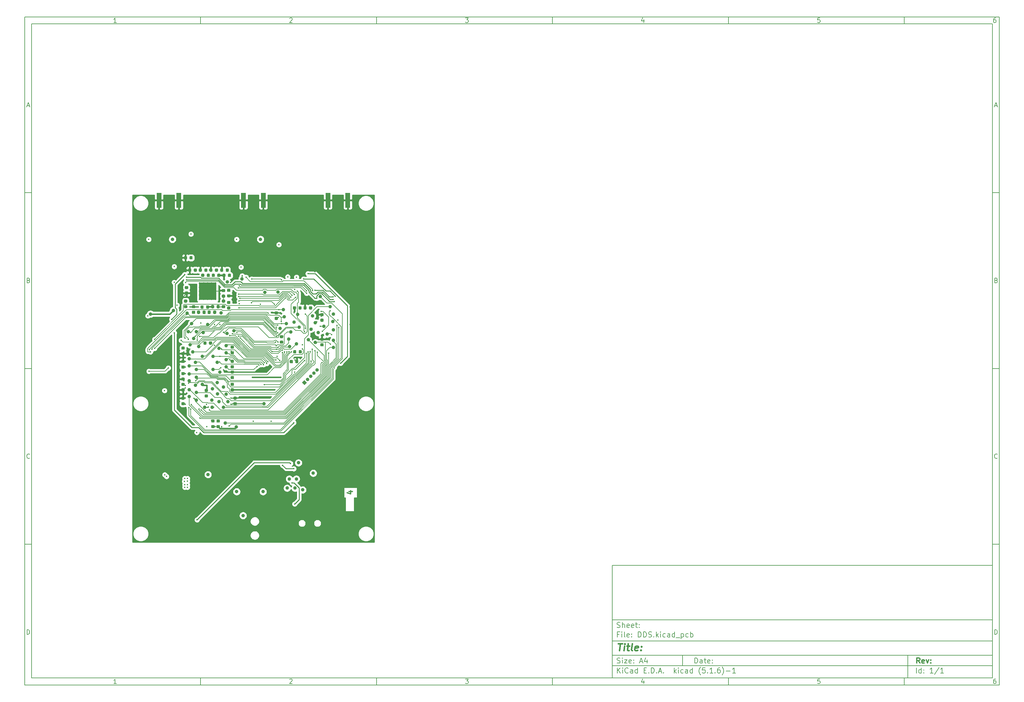
<source format=gbr>
%TF.GenerationSoftware,KiCad,Pcbnew,(5.1.6)-1*%
%TF.CreationDate,2020-10-26T13:42:29-06:00*%
%TF.ProjectId,DDS,4444532e-6b69-4636-9164-5f7063625858,rev?*%
%TF.SameCoordinates,Original*%
%TF.FileFunction,Copper,L4,Bot*%
%TF.FilePolarity,Positive*%
%FSLAX46Y46*%
G04 Gerber Fmt 4.6, Leading zero omitted, Abs format (unit mm)*
G04 Created by KiCad (PCBNEW (5.1.6)-1) date 2020-10-26 13:42:29*
%MOMM*%
%LPD*%
G01*
G04 APERTURE LIST*
%ADD10C,0.100000*%
%ADD11C,0.150000*%
%ADD12C,0.300000*%
%ADD13C,0.400000*%
%TA.AperFunction,NonConductor*%
%ADD14C,0.300000*%
%TD*%
%TA.AperFunction,ComponentPad*%
%ADD15C,0.100000*%
%TD*%
%TA.AperFunction,SMDPad,CuDef*%
%ADD16R,1.350000X4.200000*%
%TD*%
%TA.AperFunction,Conductor*%
%ADD17R,5.000000X5.000000*%
%TD*%
%TA.AperFunction,ViaPad*%
%ADD18C,0.500000*%
%TD*%
%TA.AperFunction,SMDPad,CuDef*%
%ADD19C,1.000000*%
%TD*%
%TA.AperFunction,ViaPad*%
%ADD20C,1.000000*%
%TD*%
%TA.AperFunction,ViaPad*%
%ADD21C,0.450000*%
%TD*%
%TA.AperFunction,Conductor*%
%ADD22C,0.146812*%
%TD*%
%TA.AperFunction,Conductor*%
%ADD23C,0.400000*%
%TD*%
%TA.AperFunction,Conductor*%
%ADD24C,0.250000*%
%TD*%
%TA.AperFunction,Conductor*%
%ADD25C,0.254000*%
%TD*%
G04 APERTURE END LIST*
D10*
D11*
X177002200Y-166007200D02*
X177002200Y-198007200D01*
X285002200Y-198007200D01*
X285002200Y-166007200D01*
X177002200Y-166007200D01*
D10*
D11*
X10000000Y-10000000D02*
X10000000Y-200007200D01*
X287002200Y-200007200D01*
X287002200Y-10000000D01*
X10000000Y-10000000D01*
D10*
D11*
X12000000Y-12000000D02*
X12000000Y-198007200D01*
X285002200Y-198007200D01*
X285002200Y-12000000D01*
X12000000Y-12000000D01*
D10*
D11*
X60000000Y-12000000D02*
X60000000Y-10000000D01*
D10*
D11*
X110000000Y-12000000D02*
X110000000Y-10000000D01*
D10*
D11*
X160000000Y-12000000D02*
X160000000Y-10000000D01*
D10*
D11*
X210000000Y-12000000D02*
X210000000Y-10000000D01*
D10*
D11*
X260000000Y-12000000D02*
X260000000Y-10000000D01*
D10*
D11*
X36065476Y-11588095D02*
X35322619Y-11588095D01*
X35694047Y-11588095D02*
X35694047Y-10288095D01*
X35570238Y-10473809D01*
X35446428Y-10597619D01*
X35322619Y-10659523D01*
D10*
D11*
X85322619Y-10411904D02*
X85384523Y-10350000D01*
X85508333Y-10288095D01*
X85817857Y-10288095D01*
X85941666Y-10350000D01*
X86003571Y-10411904D01*
X86065476Y-10535714D01*
X86065476Y-10659523D01*
X86003571Y-10845238D01*
X85260714Y-11588095D01*
X86065476Y-11588095D01*
D10*
D11*
X135260714Y-10288095D02*
X136065476Y-10288095D01*
X135632142Y-10783333D01*
X135817857Y-10783333D01*
X135941666Y-10845238D01*
X136003571Y-10907142D01*
X136065476Y-11030952D01*
X136065476Y-11340476D01*
X136003571Y-11464285D01*
X135941666Y-11526190D01*
X135817857Y-11588095D01*
X135446428Y-11588095D01*
X135322619Y-11526190D01*
X135260714Y-11464285D01*
D10*
D11*
X185941666Y-10721428D02*
X185941666Y-11588095D01*
X185632142Y-10226190D02*
X185322619Y-11154761D01*
X186127380Y-11154761D01*
D10*
D11*
X236003571Y-10288095D02*
X235384523Y-10288095D01*
X235322619Y-10907142D01*
X235384523Y-10845238D01*
X235508333Y-10783333D01*
X235817857Y-10783333D01*
X235941666Y-10845238D01*
X236003571Y-10907142D01*
X236065476Y-11030952D01*
X236065476Y-11340476D01*
X236003571Y-11464285D01*
X235941666Y-11526190D01*
X235817857Y-11588095D01*
X235508333Y-11588095D01*
X235384523Y-11526190D01*
X235322619Y-11464285D01*
D10*
D11*
X285941666Y-10288095D02*
X285694047Y-10288095D01*
X285570238Y-10350000D01*
X285508333Y-10411904D01*
X285384523Y-10597619D01*
X285322619Y-10845238D01*
X285322619Y-11340476D01*
X285384523Y-11464285D01*
X285446428Y-11526190D01*
X285570238Y-11588095D01*
X285817857Y-11588095D01*
X285941666Y-11526190D01*
X286003571Y-11464285D01*
X286065476Y-11340476D01*
X286065476Y-11030952D01*
X286003571Y-10907142D01*
X285941666Y-10845238D01*
X285817857Y-10783333D01*
X285570238Y-10783333D01*
X285446428Y-10845238D01*
X285384523Y-10907142D01*
X285322619Y-11030952D01*
D10*
D11*
X60000000Y-198007200D02*
X60000000Y-200007200D01*
D10*
D11*
X110000000Y-198007200D02*
X110000000Y-200007200D01*
D10*
D11*
X160000000Y-198007200D02*
X160000000Y-200007200D01*
D10*
D11*
X210000000Y-198007200D02*
X210000000Y-200007200D01*
D10*
D11*
X260000000Y-198007200D02*
X260000000Y-200007200D01*
D10*
D11*
X36065476Y-199595295D02*
X35322619Y-199595295D01*
X35694047Y-199595295D02*
X35694047Y-198295295D01*
X35570238Y-198481009D01*
X35446428Y-198604819D01*
X35322619Y-198666723D01*
D10*
D11*
X85322619Y-198419104D02*
X85384523Y-198357200D01*
X85508333Y-198295295D01*
X85817857Y-198295295D01*
X85941666Y-198357200D01*
X86003571Y-198419104D01*
X86065476Y-198542914D01*
X86065476Y-198666723D01*
X86003571Y-198852438D01*
X85260714Y-199595295D01*
X86065476Y-199595295D01*
D10*
D11*
X135260714Y-198295295D02*
X136065476Y-198295295D01*
X135632142Y-198790533D01*
X135817857Y-198790533D01*
X135941666Y-198852438D01*
X136003571Y-198914342D01*
X136065476Y-199038152D01*
X136065476Y-199347676D01*
X136003571Y-199471485D01*
X135941666Y-199533390D01*
X135817857Y-199595295D01*
X135446428Y-199595295D01*
X135322619Y-199533390D01*
X135260714Y-199471485D01*
D10*
D11*
X185941666Y-198728628D02*
X185941666Y-199595295D01*
X185632142Y-198233390D02*
X185322619Y-199161961D01*
X186127380Y-199161961D01*
D10*
D11*
X236003571Y-198295295D02*
X235384523Y-198295295D01*
X235322619Y-198914342D01*
X235384523Y-198852438D01*
X235508333Y-198790533D01*
X235817857Y-198790533D01*
X235941666Y-198852438D01*
X236003571Y-198914342D01*
X236065476Y-199038152D01*
X236065476Y-199347676D01*
X236003571Y-199471485D01*
X235941666Y-199533390D01*
X235817857Y-199595295D01*
X235508333Y-199595295D01*
X235384523Y-199533390D01*
X235322619Y-199471485D01*
D10*
D11*
X285941666Y-198295295D02*
X285694047Y-198295295D01*
X285570238Y-198357200D01*
X285508333Y-198419104D01*
X285384523Y-198604819D01*
X285322619Y-198852438D01*
X285322619Y-199347676D01*
X285384523Y-199471485D01*
X285446428Y-199533390D01*
X285570238Y-199595295D01*
X285817857Y-199595295D01*
X285941666Y-199533390D01*
X286003571Y-199471485D01*
X286065476Y-199347676D01*
X286065476Y-199038152D01*
X286003571Y-198914342D01*
X285941666Y-198852438D01*
X285817857Y-198790533D01*
X285570238Y-198790533D01*
X285446428Y-198852438D01*
X285384523Y-198914342D01*
X285322619Y-199038152D01*
D10*
D11*
X10000000Y-60000000D02*
X12000000Y-60000000D01*
D10*
D11*
X10000000Y-110000000D02*
X12000000Y-110000000D01*
D10*
D11*
X10000000Y-160000000D02*
X12000000Y-160000000D01*
D10*
D11*
X10690476Y-35216666D02*
X11309523Y-35216666D01*
X10566666Y-35588095D02*
X11000000Y-34288095D01*
X11433333Y-35588095D01*
D10*
D11*
X11092857Y-84907142D02*
X11278571Y-84969047D01*
X11340476Y-85030952D01*
X11402380Y-85154761D01*
X11402380Y-85340476D01*
X11340476Y-85464285D01*
X11278571Y-85526190D01*
X11154761Y-85588095D01*
X10659523Y-85588095D01*
X10659523Y-84288095D01*
X11092857Y-84288095D01*
X11216666Y-84350000D01*
X11278571Y-84411904D01*
X11340476Y-84535714D01*
X11340476Y-84659523D01*
X11278571Y-84783333D01*
X11216666Y-84845238D01*
X11092857Y-84907142D01*
X10659523Y-84907142D01*
D10*
D11*
X11402380Y-135464285D02*
X11340476Y-135526190D01*
X11154761Y-135588095D01*
X11030952Y-135588095D01*
X10845238Y-135526190D01*
X10721428Y-135402380D01*
X10659523Y-135278571D01*
X10597619Y-135030952D01*
X10597619Y-134845238D01*
X10659523Y-134597619D01*
X10721428Y-134473809D01*
X10845238Y-134350000D01*
X11030952Y-134288095D01*
X11154761Y-134288095D01*
X11340476Y-134350000D01*
X11402380Y-134411904D01*
D10*
D11*
X10659523Y-185588095D02*
X10659523Y-184288095D01*
X10969047Y-184288095D01*
X11154761Y-184350000D01*
X11278571Y-184473809D01*
X11340476Y-184597619D01*
X11402380Y-184845238D01*
X11402380Y-185030952D01*
X11340476Y-185278571D01*
X11278571Y-185402380D01*
X11154761Y-185526190D01*
X10969047Y-185588095D01*
X10659523Y-185588095D01*
D10*
D11*
X287002200Y-60000000D02*
X285002200Y-60000000D01*
D10*
D11*
X287002200Y-110000000D02*
X285002200Y-110000000D01*
D10*
D11*
X287002200Y-160000000D02*
X285002200Y-160000000D01*
D10*
D11*
X285692676Y-35216666D02*
X286311723Y-35216666D01*
X285568866Y-35588095D02*
X286002200Y-34288095D01*
X286435533Y-35588095D01*
D10*
D11*
X286095057Y-84907142D02*
X286280771Y-84969047D01*
X286342676Y-85030952D01*
X286404580Y-85154761D01*
X286404580Y-85340476D01*
X286342676Y-85464285D01*
X286280771Y-85526190D01*
X286156961Y-85588095D01*
X285661723Y-85588095D01*
X285661723Y-84288095D01*
X286095057Y-84288095D01*
X286218866Y-84350000D01*
X286280771Y-84411904D01*
X286342676Y-84535714D01*
X286342676Y-84659523D01*
X286280771Y-84783333D01*
X286218866Y-84845238D01*
X286095057Y-84907142D01*
X285661723Y-84907142D01*
D10*
D11*
X286404580Y-135464285D02*
X286342676Y-135526190D01*
X286156961Y-135588095D01*
X286033152Y-135588095D01*
X285847438Y-135526190D01*
X285723628Y-135402380D01*
X285661723Y-135278571D01*
X285599819Y-135030952D01*
X285599819Y-134845238D01*
X285661723Y-134597619D01*
X285723628Y-134473809D01*
X285847438Y-134350000D01*
X286033152Y-134288095D01*
X286156961Y-134288095D01*
X286342676Y-134350000D01*
X286404580Y-134411904D01*
D10*
D11*
X285661723Y-185588095D02*
X285661723Y-184288095D01*
X285971247Y-184288095D01*
X286156961Y-184350000D01*
X286280771Y-184473809D01*
X286342676Y-184597619D01*
X286404580Y-184845238D01*
X286404580Y-185030952D01*
X286342676Y-185278571D01*
X286280771Y-185402380D01*
X286156961Y-185526190D01*
X285971247Y-185588095D01*
X285661723Y-185588095D01*
D10*
D11*
X200434342Y-193785771D02*
X200434342Y-192285771D01*
X200791485Y-192285771D01*
X201005771Y-192357200D01*
X201148628Y-192500057D01*
X201220057Y-192642914D01*
X201291485Y-192928628D01*
X201291485Y-193142914D01*
X201220057Y-193428628D01*
X201148628Y-193571485D01*
X201005771Y-193714342D01*
X200791485Y-193785771D01*
X200434342Y-193785771D01*
X202577200Y-193785771D02*
X202577200Y-193000057D01*
X202505771Y-192857200D01*
X202362914Y-192785771D01*
X202077200Y-192785771D01*
X201934342Y-192857200D01*
X202577200Y-193714342D02*
X202434342Y-193785771D01*
X202077200Y-193785771D01*
X201934342Y-193714342D01*
X201862914Y-193571485D01*
X201862914Y-193428628D01*
X201934342Y-193285771D01*
X202077200Y-193214342D01*
X202434342Y-193214342D01*
X202577200Y-193142914D01*
X203077200Y-192785771D02*
X203648628Y-192785771D01*
X203291485Y-192285771D02*
X203291485Y-193571485D01*
X203362914Y-193714342D01*
X203505771Y-193785771D01*
X203648628Y-193785771D01*
X204720057Y-193714342D02*
X204577200Y-193785771D01*
X204291485Y-193785771D01*
X204148628Y-193714342D01*
X204077200Y-193571485D01*
X204077200Y-193000057D01*
X204148628Y-192857200D01*
X204291485Y-192785771D01*
X204577200Y-192785771D01*
X204720057Y-192857200D01*
X204791485Y-193000057D01*
X204791485Y-193142914D01*
X204077200Y-193285771D01*
X205434342Y-193642914D02*
X205505771Y-193714342D01*
X205434342Y-193785771D01*
X205362914Y-193714342D01*
X205434342Y-193642914D01*
X205434342Y-193785771D01*
X205434342Y-192857200D02*
X205505771Y-192928628D01*
X205434342Y-193000057D01*
X205362914Y-192928628D01*
X205434342Y-192857200D01*
X205434342Y-193000057D01*
D10*
D11*
X177002200Y-194507200D02*
X285002200Y-194507200D01*
D10*
D11*
X178434342Y-196585771D02*
X178434342Y-195085771D01*
X179291485Y-196585771D02*
X178648628Y-195728628D01*
X179291485Y-195085771D02*
X178434342Y-195942914D01*
X179934342Y-196585771D02*
X179934342Y-195585771D01*
X179934342Y-195085771D02*
X179862914Y-195157200D01*
X179934342Y-195228628D01*
X180005771Y-195157200D01*
X179934342Y-195085771D01*
X179934342Y-195228628D01*
X181505771Y-196442914D02*
X181434342Y-196514342D01*
X181220057Y-196585771D01*
X181077200Y-196585771D01*
X180862914Y-196514342D01*
X180720057Y-196371485D01*
X180648628Y-196228628D01*
X180577200Y-195942914D01*
X180577200Y-195728628D01*
X180648628Y-195442914D01*
X180720057Y-195300057D01*
X180862914Y-195157200D01*
X181077200Y-195085771D01*
X181220057Y-195085771D01*
X181434342Y-195157200D01*
X181505771Y-195228628D01*
X182791485Y-196585771D02*
X182791485Y-195800057D01*
X182720057Y-195657200D01*
X182577200Y-195585771D01*
X182291485Y-195585771D01*
X182148628Y-195657200D01*
X182791485Y-196514342D02*
X182648628Y-196585771D01*
X182291485Y-196585771D01*
X182148628Y-196514342D01*
X182077200Y-196371485D01*
X182077200Y-196228628D01*
X182148628Y-196085771D01*
X182291485Y-196014342D01*
X182648628Y-196014342D01*
X182791485Y-195942914D01*
X184148628Y-196585771D02*
X184148628Y-195085771D01*
X184148628Y-196514342D02*
X184005771Y-196585771D01*
X183720057Y-196585771D01*
X183577200Y-196514342D01*
X183505771Y-196442914D01*
X183434342Y-196300057D01*
X183434342Y-195871485D01*
X183505771Y-195728628D01*
X183577200Y-195657200D01*
X183720057Y-195585771D01*
X184005771Y-195585771D01*
X184148628Y-195657200D01*
X186005771Y-195800057D02*
X186505771Y-195800057D01*
X186720057Y-196585771D02*
X186005771Y-196585771D01*
X186005771Y-195085771D01*
X186720057Y-195085771D01*
X187362914Y-196442914D02*
X187434342Y-196514342D01*
X187362914Y-196585771D01*
X187291485Y-196514342D01*
X187362914Y-196442914D01*
X187362914Y-196585771D01*
X188077200Y-196585771D02*
X188077200Y-195085771D01*
X188434342Y-195085771D01*
X188648628Y-195157200D01*
X188791485Y-195300057D01*
X188862914Y-195442914D01*
X188934342Y-195728628D01*
X188934342Y-195942914D01*
X188862914Y-196228628D01*
X188791485Y-196371485D01*
X188648628Y-196514342D01*
X188434342Y-196585771D01*
X188077200Y-196585771D01*
X189577200Y-196442914D02*
X189648628Y-196514342D01*
X189577200Y-196585771D01*
X189505771Y-196514342D01*
X189577200Y-196442914D01*
X189577200Y-196585771D01*
X190220057Y-196157200D02*
X190934342Y-196157200D01*
X190077200Y-196585771D02*
X190577200Y-195085771D01*
X191077200Y-196585771D01*
X191577200Y-196442914D02*
X191648628Y-196514342D01*
X191577200Y-196585771D01*
X191505771Y-196514342D01*
X191577200Y-196442914D01*
X191577200Y-196585771D01*
X194577200Y-196585771D02*
X194577200Y-195085771D01*
X194720057Y-196014342D02*
X195148628Y-196585771D01*
X195148628Y-195585771D02*
X194577200Y-196157200D01*
X195791485Y-196585771D02*
X195791485Y-195585771D01*
X195791485Y-195085771D02*
X195720057Y-195157200D01*
X195791485Y-195228628D01*
X195862914Y-195157200D01*
X195791485Y-195085771D01*
X195791485Y-195228628D01*
X197148628Y-196514342D02*
X197005771Y-196585771D01*
X196720057Y-196585771D01*
X196577200Y-196514342D01*
X196505771Y-196442914D01*
X196434342Y-196300057D01*
X196434342Y-195871485D01*
X196505771Y-195728628D01*
X196577200Y-195657200D01*
X196720057Y-195585771D01*
X197005771Y-195585771D01*
X197148628Y-195657200D01*
X198434342Y-196585771D02*
X198434342Y-195800057D01*
X198362914Y-195657200D01*
X198220057Y-195585771D01*
X197934342Y-195585771D01*
X197791485Y-195657200D01*
X198434342Y-196514342D02*
X198291485Y-196585771D01*
X197934342Y-196585771D01*
X197791485Y-196514342D01*
X197720057Y-196371485D01*
X197720057Y-196228628D01*
X197791485Y-196085771D01*
X197934342Y-196014342D01*
X198291485Y-196014342D01*
X198434342Y-195942914D01*
X199791485Y-196585771D02*
X199791485Y-195085771D01*
X199791485Y-196514342D02*
X199648628Y-196585771D01*
X199362914Y-196585771D01*
X199220057Y-196514342D01*
X199148628Y-196442914D01*
X199077200Y-196300057D01*
X199077200Y-195871485D01*
X199148628Y-195728628D01*
X199220057Y-195657200D01*
X199362914Y-195585771D01*
X199648628Y-195585771D01*
X199791485Y-195657200D01*
X202077200Y-197157200D02*
X202005771Y-197085771D01*
X201862914Y-196871485D01*
X201791485Y-196728628D01*
X201720057Y-196514342D01*
X201648628Y-196157200D01*
X201648628Y-195871485D01*
X201720057Y-195514342D01*
X201791485Y-195300057D01*
X201862914Y-195157200D01*
X202005771Y-194942914D01*
X202077200Y-194871485D01*
X203362914Y-195085771D02*
X202648628Y-195085771D01*
X202577200Y-195800057D01*
X202648628Y-195728628D01*
X202791485Y-195657200D01*
X203148628Y-195657200D01*
X203291485Y-195728628D01*
X203362914Y-195800057D01*
X203434342Y-195942914D01*
X203434342Y-196300057D01*
X203362914Y-196442914D01*
X203291485Y-196514342D01*
X203148628Y-196585771D01*
X202791485Y-196585771D01*
X202648628Y-196514342D01*
X202577200Y-196442914D01*
X204077200Y-196442914D02*
X204148628Y-196514342D01*
X204077200Y-196585771D01*
X204005771Y-196514342D01*
X204077200Y-196442914D01*
X204077200Y-196585771D01*
X205577200Y-196585771D02*
X204720057Y-196585771D01*
X205148628Y-196585771D02*
X205148628Y-195085771D01*
X205005771Y-195300057D01*
X204862914Y-195442914D01*
X204720057Y-195514342D01*
X206220057Y-196442914D02*
X206291485Y-196514342D01*
X206220057Y-196585771D01*
X206148628Y-196514342D01*
X206220057Y-196442914D01*
X206220057Y-196585771D01*
X207577200Y-195085771D02*
X207291485Y-195085771D01*
X207148628Y-195157200D01*
X207077200Y-195228628D01*
X206934342Y-195442914D01*
X206862914Y-195728628D01*
X206862914Y-196300057D01*
X206934342Y-196442914D01*
X207005771Y-196514342D01*
X207148628Y-196585771D01*
X207434342Y-196585771D01*
X207577200Y-196514342D01*
X207648628Y-196442914D01*
X207720057Y-196300057D01*
X207720057Y-195942914D01*
X207648628Y-195800057D01*
X207577200Y-195728628D01*
X207434342Y-195657200D01*
X207148628Y-195657200D01*
X207005771Y-195728628D01*
X206934342Y-195800057D01*
X206862914Y-195942914D01*
X208220057Y-197157200D02*
X208291485Y-197085771D01*
X208434342Y-196871485D01*
X208505771Y-196728628D01*
X208577200Y-196514342D01*
X208648628Y-196157200D01*
X208648628Y-195871485D01*
X208577200Y-195514342D01*
X208505771Y-195300057D01*
X208434342Y-195157200D01*
X208291485Y-194942914D01*
X208220057Y-194871485D01*
X209362914Y-196014342D02*
X210505771Y-196014342D01*
X212005771Y-196585771D02*
X211148628Y-196585771D01*
X211577200Y-196585771D02*
X211577200Y-195085771D01*
X211434342Y-195300057D01*
X211291485Y-195442914D01*
X211148628Y-195514342D01*
D10*
D11*
X177002200Y-191507200D02*
X285002200Y-191507200D01*
D10*
D12*
X264411485Y-193785771D02*
X263911485Y-193071485D01*
X263554342Y-193785771D02*
X263554342Y-192285771D01*
X264125771Y-192285771D01*
X264268628Y-192357200D01*
X264340057Y-192428628D01*
X264411485Y-192571485D01*
X264411485Y-192785771D01*
X264340057Y-192928628D01*
X264268628Y-193000057D01*
X264125771Y-193071485D01*
X263554342Y-193071485D01*
X265625771Y-193714342D02*
X265482914Y-193785771D01*
X265197200Y-193785771D01*
X265054342Y-193714342D01*
X264982914Y-193571485D01*
X264982914Y-193000057D01*
X265054342Y-192857200D01*
X265197200Y-192785771D01*
X265482914Y-192785771D01*
X265625771Y-192857200D01*
X265697200Y-193000057D01*
X265697200Y-193142914D01*
X264982914Y-193285771D01*
X266197200Y-192785771D02*
X266554342Y-193785771D01*
X266911485Y-192785771D01*
X267482914Y-193642914D02*
X267554342Y-193714342D01*
X267482914Y-193785771D01*
X267411485Y-193714342D01*
X267482914Y-193642914D01*
X267482914Y-193785771D01*
X267482914Y-192857200D02*
X267554342Y-192928628D01*
X267482914Y-193000057D01*
X267411485Y-192928628D01*
X267482914Y-192857200D01*
X267482914Y-193000057D01*
D10*
D11*
X178362914Y-193714342D02*
X178577200Y-193785771D01*
X178934342Y-193785771D01*
X179077200Y-193714342D01*
X179148628Y-193642914D01*
X179220057Y-193500057D01*
X179220057Y-193357200D01*
X179148628Y-193214342D01*
X179077200Y-193142914D01*
X178934342Y-193071485D01*
X178648628Y-193000057D01*
X178505771Y-192928628D01*
X178434342Y-192857200D01*
X178362914Y-192714342D01*
X178362914Y-192571485D01*
X178434342Y-192428628D01*
X178505771Y-192357200D01*
X178648628Y-192285771D01*
X179005771Y-192285771D01*
X179220057Y-192357200D01*
X179862914Y-193785771D02*
X179862914Y-192785771D01*
X179862914Y-192285771D02*
X179791485Y-192357200D01*
X179862914Y-192428628D01*
X179934342Y-192357200D01*
X179862914Y-192285771D01*
X179862914Y-192428628D01*
X180434342Y-192785771D02*
X181220057Y-192785771D01*
X180434342Y-193785771D01*
X181220057Y-193785771D01*
X182362914Y-193714342D02*
X182220057Y-193785771D01*
X181934342Y-193785771D01*
X181791485Y-193714342D01*
X181720057Y-193571485D01*
X181720057Y-193000057D01*
X181791485Y-192857200D01*
X181934342Y-192785771D01*
X182220057Y-192785771D01*
X182362914Y-192857200D01*
X182434342Y-193000057D01*
X182434342Y-193142914D01*
X181720057Y-193285771D01*
X183077200Y-193642914D02*
X183148628Y-193714342D01*
X183077200Y-193785771D01*
X183005771Y-193714342D01*
X183077200Y-193642914D01*
X183077200Y-193785771D01*
X183077200Y-192857200D02*
X183148628Y-192928628D01*
X183077200Y-193000057D01*
X183005771Y-192928628D01*
X183077200Y-192857200D01*
X183077200Y-193000057D01*
X184862914Y-193357200D02*
X185577200Y-193357200D01*
X184720057Y-193785771D02*
X185220057Y-192285771D01*
X185720057Y-193785771D01*
X186862914Y-192785771D02*
X186862914Y-193785771D01*
X186505771Y-192214342D02*
X186148628Y-193285771D01*
X187077200Y-193285771D01*
D10*
D11*
X263434342Y-196585771D02*
X263434342Y-195085771D01*
X264791485Y-196585771D02*
X264791485Y-195085771D01*
X264791485Y-196514342D02*
X264648628Y-196585771D01*
X264362914Y-196585771D01*
X264220057Y-196514342D01*
X264148628Y-196442914D01*
X264077200Y-196300057D01*
X264077200Y-195871485D01*
X264148628Y-195728628D01*
X264220057Y-195657200D01*
X264362914Y-195585771D01*
X264648628Y-195585771D01*
X264791485Y-195657200D01*
X265505771Y-196442914D02*
X265577200Y-196514342D01*
X265505771Y-196585771D01*
X265434342Y-196514342D01*
X265505771Y-196442914D01*
X265505771Y-196585771D01*
X265505771Y-195657200D02*
X265577200Y-195728628D01*
X265505771Y-195800057D01*
X265434342Y-195728628D01*
X265505771Y-195657200D01*
X265505771Y-195800057D01*
X268148628Y-196585771D02*
X267291485Y-196585771D01*
X267720057Y-196585771D02*
X267720057Y-195085771D01*
X267577200Y-195300057D01*
X267434342Y-195442914D01*
X267291485Y-195514342D01*
X269862914Y-195014342D02*
X268577200Y-196942914D01*
X271148628Y-196585771D02*
X270291485Y-196585771D01*
X270720057Y-196585771D02*
X270720057Y-195085771D01*
X270577200Y-195300057D01*
X270434342Y-195442914D01*
X270291485Y-195514342D01*
D10*
D11*
X177002200Y-187507200D02*
X285002200Y-187507200D01*
D10*
D13*
X178714580Y-188211961D02*
X179857438Y-188211961D01*
X179036009Y-190211961D02*
X179286009Y-188211961D01*
X180274104Y-190211961D02*
X180440771Y-188878628D01*
X180524104Y-188211961D02*
X180416961Y-188307200D01*
X180500295Y-188402438D01*
X180607438Y-188307200D01*
X180524104Y-188211961D01*
X180500295Y-188402438D01*
X181107438Y-188878628D02*
X181869342Y-188878628D01*
X181476485Y-188211961D02*
X181262200Y-189926247D01*
X181333628Y-190116723D01*
X181512200Y-190211961D01*
X181702676Y-190211961D01*
X182655057Y-190211961D02*
X182476485Y-190116723D01*
X182405057Y-189926247D01*
X182619342Y-188211961D01*
X184190771Y-190116723D02*
X183988390Y-190211961D01*
X183607438Y-190211961D01*
X183428866Y-190116723D01*
X183357438Y-189926247D01*
X183452676Y-189164342D01*
X183571723Y-188973866D01*
X183774104Y-188878628D01*
X184155057Y-188878628D01*
X184333628Y-188973866D01*
X184405057Y-189164342D01*
X184381247Y-189354819D01*
X183405057Y-189545295D01*
X185155057Y-190021485D02*
X185238390Y-190116723D01*
X185131247Y-190211961D01*
X185047914Y-190116723D01*
X185155057Y-190021485D01*
X185131247Y-190211961D01*
X185286009Y-188973866D02*
X185369342Y-189069104D01*
X185262200Y-189164342D01*
X185178866Y-189069104D01*
X185286009Y-188973866D01*
X185262200Y-189164342D01*
D10*
D11*
X178934342Y-185600057D02*
X178434342Y-185600057D01*
X178434342Y-186385771D02*
X178434342Y-184885771D01*
X179148628Y-184885771D01*
X179720057Y-186385771D02*
X179720057Y-185385771D01*
X179720057Y-184885771D02*
X179648628Y-184957200D01*
X179720057Y-185028628D01*
X179791485Y-184957200D01*
X179720057Y-184885771D01*
X179720057Y-185028628D01*
X180648628Y-186385771D02*
X180505771Y-186314342D01*
X180434342Y-186171485D01*
X180434342Y-184885771D01*
X181791485Y-186314342D02*
X181648628Y-186385771D01*
X181362914Y-186385771D01*
X181220057Y-186314342D01*
X181148628Y-186171485D01*
X181148628Y-185600057D01*
X181220057Y-185457200D01*
X181362914Y-185385771D01*
X181648628Y-185385771D01*
X181791485Y-185457200D01*
X181862914Y-185600057D01*
X181862914Y-185742914D01*
X181148628Y-185885771D01*
X182505771Y-186242914D02*
X182577200Y-186314342D01*
X182505771Y-186385771D01*
X182434342Y-186314342D01*
X182505771Y-186242914D01*
X182505771Y-186385771D01*
X182505771Y-185457200D02*
X182577200Y-185528628D01*
X182505771Y-185600057D01*
X182434342Y-185528628D01*
X182505771Y-185457200D01*
X182505771Y-185600057D01*
X184362914Y-186385771D02*
X184362914Y-184885771D01*
X184720057Y-184885771D01*
X184934342Y-184957200D01*
X185077200Y-185100057D01*
X185148628Y-185242914D01*
X185220057Y-185528628D01*
X185220057Y-185742914D01*
X185148628Y-186028628D01*
X185077200Y-186171485D01*
X184934342Y-186314342D01*
X184720057Y-186385771D01*
X184362914Y-186385771D01*
X185862914Y-186385771D02*
X185862914Y-184885771D01*
X186220057Y-184885771D01*
X186434342Y-184957200D01*
X186577200Y-185100057D01*
X186648628Y-185242914D01*
X186720057Y-185528628D01*
X186720057Y-185742914D01*
X186648628Y-186028628D01*
X186577200Y-186171485D01*
X186434342Y-186314342D01*
X186220057Y-186385771D01*
X185862914Y-186385771D01*
X187291485Y-186314342D02*
X187505771Y-186385771D01*
X187862914Y-186385771D01*
X188005771Y-186314342D01*
X188077200Y-186242914D01*
X188148628Y-186100057D01*
X188148628Y-185957200D01*
X188077200Y-185814342D01*
X188005771Y-185742914D01*
X187862914Y-185671485D01*
X187577200Y-185600057D01*
X187434342Y-185528628D01*
X187362914Y-185457200D01*
X187291485Y-185314342D01*
X187291485Y-185171485D01*
X187362914Y-185028628D01*
X187434342Y-184957200D01*
X187577200Y-184885771D01*
X187934342Y-184885771D01*
X188148628Y-184957200D01*
X188791485Y-186242914D02*
X188862914Y-186314342D01*
X188791485Y-186385771D01*
X188720057Y-186314342D01*
X188791485Y-186242914D01*
X188791485Y-186385771D01*
X189505771Y-186385771D02*
X189505771Y-184885771D01*
X189648628Y-185814342D02*
X190077200Y-186385771D01*
X190077200Y-185385771D02*
X189505771Y-185957200D01*
X190720057Y-186385771D02*
X190720057Y-185385771D01*
X190720057Y-184885771D02*
X190648628Y-184957200D01*
X190720057Y-185028628D01*
X190791485Y-184957200D01*
X190720057Y-184885771D01*
X190720057Y-185028628D01*
X192077200Y-186314342D02*
X191934342Y-186385771D01*
X191648628Y-186385771D01*
X191505771Y-186314342D01*
X191434342Y-186242914D01*
X191362914Y-186100057D01*
X191362914Y-185671485D01*
X191434342Y-185528628D01*
X191505771Y-185457200D01*
X191648628Y-185385771D01*
X191934342Y-185385771D01*
X192077200Y-185457200D01*
X193362914Y-186385771D02*
X193362914Y-185600057D01*
X193291485Y-185457200D01*
X193148628Y-185385771D01*
X192862914Y-185385771D01*
X192720057Y-185457200D01*
X193362914Y-186314342D02*
X193220057Y-186385771D01*
X192862914Y-186385771D01*
X192720057Y-186314342D01*
X192648628Y-186171485D01*
X192648628Y-186028628D01*
X192720057Y-185885771D01*
X192862914Y-185814342D01*
X193220057Y-185814342D01*
X193362914Y-185742914D01*
X194720057Y-186385771D02*
X194720057Y-184885771D01*
X194720057Y-186314342D02*
X194577200Y-186385771D01*
X194291485Y-186385771D01*
X194148628Y-186314342D01*
X194077200Y-186242914D01*
X194005771Y-186100057D01*
X194005771Y-185671485D01*
X194077200Y-185528628D01*
X194148628Y-185457200D01*
X194291485Y-185385771D01*
X194577200Y-185385771D01*
X194720057Y-185457200D01*
X195077200Y-186528628D02*
X196220057Y-186528628D01*
X196577200Y-185385771D02*
X196577200Y-186885771D01*
X196577200Y-185457200D02*
X196720057Y-185385771D01*
X197005771Y-185385771D01*
X197148628Y-185457200D01*
X197220057Y-185528628D01*
X197291485Y-185671485D01*
X197291485Y-186100057D01*
X197220057Y-186242914D01*
X197148628Y-186314342D01*
X197005771Y-186385771D01*
X196720057Y-186385771D01*
X196577200Y-186314342D01*
X198577200Y-186314342D02*
X198434342Y-186385771D01*
X198148628Y-186385771D01*
X198005771Y-186314342D01*
X197934342Y-186242914D01*
X197862914Y-186100057D01*
X197862914Y-185671485D01*
X197934342Y-185528628D01*
X198005771Y-185457200D01*
X198148628Y-185385771D01*
X198434342Y-185385771D01*
X198577200Y-185457200D01*
X199220057Y-186385771D02*
X199220057Y-184885771D01*
X199220057Y-185457200D02*
X199362914Y-185385771D01*
X199648628Y-185385771D01*
X199791485Y-185457200D01*
X199862914Y-185528628D01*
X199934342Y-185671485D01*
X199934342Y-186100057D01*
X199862914Y-186242914D01*
X199791485Y-186314342D01*
X199648628Y-186385771D01*
X199362914Y-186385771D01*
X199220057Y-186314342D01*
D10*
D11*
X177002200Y-181507200D02*
X285002200Y-181507200D01*
D10*
D11*
X178362914Y-183614342D02*
X178577200Y-183685771D01*
X178934342Y-183685771D01*
X179077200Y-183614342D01*
X179148628Y-183542914D01*
X179220057Y-183400057D01*
X179220057Y-183257200D01*
X179148628Y-183114342D01*
X179077200Y-183042914D01*
X178934342Y-182971485D01*
X178648628Y-182900057D01*
X178505771Y-182828628D01*
X178434342Y-182757200D01*
X178362914Y-182614342D01*
X178362914Y-182471485D01*
X178434342Y-182328628D01*
X178505771Y-182257200D01*
X178648628Y-182185771D01*
X179005771Y-182185771D01*
X179220057Y-182257200D01*
X179862914Y-183685771D02*
X179862914Y-182185771D01*
X180505771Y-183685771D02*
X180505771Y-182900057D01*
X180434342Y-182757200D01*
X180291485Y-182685771D01*
X180077200Y-182685771D01*
X179934342Y-182757200D01*
X179862914Y-182828628D01*
X181791485Y-183614342D02*
X181648628Y-183685771D01*
X181362914Y-183685771D01*
X181220057Y-183614342D01*
X181148628Y-183471485D01*
X181148628Y-182900057D01*
X181220057Y-182757200D01*
X181362914Y-182685771D01*
X181648628Y-182685771D01*
X181791485Y-182757200D01*
X181862914Y-182900057D01*
X181862914Y-183042914D01*
X181148628Y-183185771D01*
X183077200Y-183614342D02*
X182934342Y-183685771D01*
X182648628Y-183685771D01*
X182505771Y-183614342D01*
X182434342Y-183471485D01*
X182434342Y-182900057D01*
X182505771Y-182757200D01*
X182648628Y-182685771D01*
X182934342Y-182685771D01*
X183077200Y-182757200D01*
X183148628Y-182900057D01*
X183148628Y-183042914D01*
X182434342Y-183185771D01*
X183577200Y-182685771D02*
X184148628Y-182685771D01*
X183791485Y-182185771D02*
X183791485Y-183471485D01*
X183862914Y-183614342D01*
X184005771Y-183685771D01*
X184148628Y-183685771D01*
X184648628Y-183542914D02*
X184720057Y-183614342D01*
X184648628Y-183685771D01*
X184577200Y-183614342D01*
X184648628Y-183542914D01*
X184648628Y-183685771D01*
X184648628Y-182757200D02*
X184720057Y-182828628D01*
X184648628Y-182900057D01*
X184577200Y-182828628D01*
X184648628Y-182757200D01*
X184648628Y-182900057D01*
D10*
D11*
X197002200Y-191507200D02*
X197002200Y-194507200D01*
D10*
D11*
X261002200Y-191507200D02*
X261002200Y-198007200D01*
D14*
X102178571Y-144964285D02*
X103178571Y-144964285D01*
X101607142Y-145321428D02*
X102678571Y-145678571D01*
X102678571Y-144750000D01*
%TO.P,J1,5*%
%TO.N,AGND*%
%TA.AperFunction,ComponentPad*%
G36*
G01*
X93445655Y-110761451D02*
X93445655Y-110761451D01*
G75*
G02*
X92738549Y-110761451I-353553J353553D01*
G01*
X92738549Y-110761451D01*
G75*
G02*
X92738549Y-110054345I353553J353553D01*
G01*
X92738549Y-110054345D01*
G75*
G02*
X93445655Y-110054345I353553J-353553D01*
G01*
X93445655Y-110054345D01*
G75*
G02*
X93445655Y-110761451I-353553J-353553D01*
G01*
G37*
%TD.AperFunction*%
%TO.P,J1,4*%
%TO.N,Net-(J1-Pad4)*%
%TA.AperFunction,ComponentPad*%
G36*
G01*
X92547630Y-111659476D02*
X92547630Y-111659476D01*
G75*
G02*
X91840524Y-111659476I-353553J353553D01*
G01*
X91840524Y-111659476D01*
G75*
G02*
X91840524Y-110952370I353553J353553D01*
G01*
X91840524Y-110952370D01*
G75*
G02*
X92547630Y-110952370I353553J-353553D01*
G01*
X92547630Y-110952370D01*
G75*
G02*
X92547630Y-111659476I-353553J-353553D01*
G01*
G37*
%TD.AperFunction*%
%TO.P,J1,3*%
%TO.N,Net-(J1-Pad3)*%
%TA.AperFunction,ComponentPad*%
G36*
G01*
X91649604Y-112557502D02*
X91649604Y-112557502D01*
G75*
G02*
X90942498Y-112557502I-353553J353553D01*
G01*
X90942498Y-112557502D01*
G75*
G02*
X90942498Y-111850396I353553J353553D01*
G01*
X90942498Y-111850396D01*
G75*
G02*
X91649604Y-111850396I353553J-353553D01*
G01*
X91649604Y-111850396D01*
G75*
G02*
X91649604Y-112557502I-353553J-353553D01*
G01*
G37*
%TD.AperFunction*%
%TO.P,J1,2*%
%TO.N,Net-(J1-Pad2)*%
%TA.AperFunction,ComponentPad*%
G36*
G01*
X90751579Y-113455527D02*
X90751579Y-113455527D01*
G75*
G02*
X90044473Y-113455527I-353553J353553D01*
G01*
X90044473Y-113455527D01*
G75*
G02*
X90044473Y-112748421I353553J353553D01*
G01*
X90044473Y-112748421D01*
G75*
G02*
X90751579Y-112748421I353553J-353553D01*
G01*
X90751579Y-112748421D01*
G75*
G02*
X90751579Y-113455527I-353553J-353553D01*
G01*
G37*
%TD.AperFunction*%
%TA.AperFunction,ComponentPad*%
D15*
%TO.P,J1,1*%
%TO.N,Net-(J1-Pad1)*%
G36*
X90207107Y-114000000D02*
G01*
X89500000Y-114707107D01*
X88792893Y-114000000D01*
X89500000Y-113292893D01*
X90207107Y-114000000D01*
G37*
%TD.AperFunction*%
%TD*%
D16*
%TO.P,J6,2*%
%TO.N,AGND*%
X96175000Y-62150000D03*
X101825000Y-62150000D03*
%TD*%
%TO.P,J5,2*%
%TO.N,AGND*%
X72175000Y-62150000D03*
X77825000Y-62150000D03*
%TD*%
%TO.P,J4,2*%
%TO.N,AGND*%
X48175000Y-62150000D03*
X53825000Y-62150000D03*
%TD*%
D17*
%TO.N,AGND*%
%TO.C,U6*%
X62000000Y-88000000D03*
D18*
X59750000Y-90250000D03*
X59750000Y-89125000D03*
X59750000Y-88000000D03*
X59750000Y-86875000D03*
X59750000Y-85750000D03*
X60875000Y-90250000D03*
X60875000Y-89125000D03*
X60875000Y-88000000D03*
X60875000Y-86875000D03*
X60875000Y-85750000D03*
X62000000Y-90250000D03*
X62000000Y-89125000D03*
X62000000Y-88000000D03*
X62000000Y-86875000D03*
X62000000Y-85750000D03*
X63125000Y-90250000D03*
X63125000Y-89125000D03*
X63125000Y-88000000D03*
X63125000Y-86875000D03*
X63125000Y-85750000D03*
X64250000Y-90250000D03*
X64250000Y-89125000D03*
X64250000Y-88000000D03*
X64250000Y-86875000D03*
X64250000Y-85750000D03*
%TD*%
D19*
%TO.P,D31,1*%
%TO.N,/D31*%
X67250000Y-103500000D03*
%TD*%
%TO.P,D15,1*%
%TO.N,/D15*%
X58750000Y-119000000D03*
%TD*%
%TO.P,D30,1*%
%TO.N,/D30*%
X65250000Y-104250000D03*
%TD*%
%TO.P,D14,1*%
%TO.N,/D14*%
X56750000Y-118000000D03*
%TD*%
%TO.P,D29,1*%
%TO.N,/D29*%
X67250000Y-105500000D03*
%TD*%
%TO.P,D13,1*%
%TO.N,/D13*%
X58750000Y-116750000D03*
%TD*%
%TO.P,D28,1*%
%TO.N,/D28*%
X63500000Y-106500000D03*
%TD*%
%TO.P,D12,1*%
%TO.N,/D12*%
X56750000Y-116000000D03*
%TD*%
%TO.P,D27,1*%
%TO.N,/D27*%
X67250000Y-107500000D03*
%TD*%
%TO.P,D11,1*%
%TO.N,/D11*%
X58500000Y-114750000D03*
%TD*%
%TO.P,D26,1*%
%TO.N,/D26*%
X64750000Y-108250000D03*
%TD*%
%TO.P,D10,1*%
%TO.N,/D10*%
X56750000Y-113500000D03*
%TD*%
%TO.P,D25,1*%
%TO.N,/D25*%
X67250000Y-109500000D03*
%TD*%
%TO.P,D9,1*%
%TO.N,/D9*%
X58750000Y-112500000D03*
%TD*%
%TO.P,D24,1*%
%TO.N,/D24*%
X63500000Y-110250000D03*
%TD*%
%TO.P,D8,1*%
%TO.N,/D8*%
X56750000Y-111500000D03*
%TD*%
%TO.P,D23,1*%
%TO.N,/D23*%
X65500000Y-111000000D03*
%TD*%
%TO.P,D7,1*%
%TO.N,/D7*%
X58750000Y-110250000D03*
%TD*%
%TO.P,D22,1*%
%TO.N,/D22*%
X64750000Y-114000000D03*
%TD*%
%TO.P,D6,1*%
%TO.N,/D6*%
X56750000Y-109250000D03*
%TD*%
%TO.P,D21,1*%
%TO.N,/D21*%
X66500000Y-115250000D03*
%TD*%
%TO.P,D5,1*%
%TO.N,/D5*%
X58500000Y-108250000D03*
%TD*%
%TO.P,D20,1*%
%TO.N,/D20*%
X63400000Y-115800000D03*
%TD*%
%TO.P,D4,1*%
%TO.N,/D4*%
X56750000Y-107250000D03*
%TD*%
%TO.P,D19,1*%
%TO.N,/D19*%
X67250000Y-117250000D03*
%TD*%
%TO.P,D3,1*%
%TO.N,/D3*%
X60500000Y-106500000D03*
%TD*%
%TO.P,D18,1*%
%TO.N,/D18*%
X64800000Y-117200000D03*
%TD*%
%TO.P,D2,1*%
%TO.N,/D2*%
X57750000Y-105250000D03*
%TD*%
%TO.P,D17,1*%
%TO.N,/D17*%
X67800000Y-119400000D03*
%TD*%
%TO.P,D1,1*%
%TO.N,/D1*%
X59500000Y-103750000D03*
%TD*%
%TO.P,D16,1*%
%TO.N,/D16*%
X66500000Y-121000000D03*
%TD*%
%TO.P,D0,1*%
%TO.N,/D0*%
X57000000Y-103250000D03*
%TD*%
%TO.P,TP49,1*%
%TO.N,Net-(R20-Pad1)*%
X63250000Y-121000000D03*
%TD*%
%TO.P,TP48,1*%
%TO.N,Net-(R18-Pad1)*%
X61200000Y-121000000D03*
%TD*%
%TO.P,TP47,1*%
%TO.N,Net-(R15-Pad1)*%
X63200000Y-119000000D03*
%TD*%
%TO.P,TP46,1*%
%TO.N,Net-(R12-Pad1)*%
X65250000Y-119400000D03*
%TD*%
%TO.P,TP45,1*%
%TO.N,Net-(TP45-Pad1)*%
X71750000Y-84500000D03*
%TD*%
%TO.P,TP44,1*%
%TO.N,Net-(TP44-Pad1)*%
X65800000Y-94200000D03*
%TD*%
%TO.P,TP43,1*%
%TO.N,/~ADSC*%
X97750000Y-104000000D03*
%TD*%
%TO.P,TP42,1*%
%TO.N,/~OE*%
X92600000Y-102600000D03*
%TD*%
%TO.P,TP41,1*%
%TO.N,/~BWE*%
X97750000Y-102000000D03*
%TD*%
%TO.P,TP40,1*%
%TO.N,/~GW*%
X90600000Y-101800000D03*
%TD*%
%TO.P,TP39,1*%
%TO.N,/~CE2*%
X96000000Y-100200000D03*
%TD*%
%TO.P,LSC,1*%
%TO.N,/LS_CLK*%
X93400000Y-99800000D03*
%TD*%
%TO.P,TP37,1*%
%TO.N,/IO2*%
X91400000Y-98800000D03*
%TD*%
%TO.P,TP36,1*%
%TO.N,/PHSTR*%
X87600000Y-94600000D03*
%TD*%
%TO.P,TP35,1*%
%TO.N,/TXEN*%
X95000000Y-98000000D03*
%TD*%
%TO.P,TP34,1*%
%TO.N,/CE2*%
X92600000Y-97000000D03*
%TD*%
%TO.P,~CE,1*%
%TO.N,/~CE*%
X67000000Y-125500000D03*
%TD*%
%TO.P,TP32,1*%
%TO.N,/MODE*%
X97750000Y-94500000D03*
%TD*%
%TO.P,TP31,1*%
%TO.N,/DQPa*%
X91800000Y-95000000D03*
%TD*%
%TO.P,TP30,1*%
%TO.N,/DQPb*%
X97600000Y-96600000D03*
%TD*%
%TO.P,TP29,1*%
%TO.N,/DQPc*%
X96800000Y-92400000D03*
%TD*%
%TO.P,TP28,1*%
%TO.N,/DQPd*%
X94000000Y-89500000D03*
%TD*%
%TO.P,TP27,1*%
%TO.N,/~ADV*%
X83500000Y-93250000D03*
%TD*%
%TO.P,TP26,1*%
%TO.N,/~ADSP*%
X56200000Y-94250000D03*
%TD*%
%TO.P,A16,1*%
%TO.N,/A16*%
X86600000Y-96800000D03*
%TD*%
%TO.P,A15,1*%
%TO.N,/A15*%
X82600000Y-98600000D03*
%TD*%
%TO.P,A14,1*%
%TO.N,/A14*%
X83750000Y-95250000D03*
%TD*%
%TO.P,A13,1*%
%TO.N,/A13*%
X84400000Y-97200000D03*
%TD*%
%TO.P,A12,1*%
%TO.N,/A12*%
X57400000Y-97200000D03*
%TD*%
%TO.P,A11,1*%
%TO.N,/A11*%
X62000000Y-97500000D03*
%TD*%
%TO.P,A10,1*%
%TO.N,/A10*%
X56500000Y-99500000D03*
%TD*%
%TO.P,A9,1*%
%TO.N,/A9*%
X58750000Y-99500000D03*
%TD*%
%TO.P,A8,1*%
%TO.N,/A8*%
X58000000Y-101500000D03*
%TD*%
%TO.P,A7,1*%
%TO.N,/A7*%
X60750000Y-99750000D03*
%TD*%
%TO.P,A6,1*%
%TO.N,/A6*%
X88000000Y-98200000D03*
%TD*%
%TO.P,A5,1*%
%TO.N,/A5*%
X69500000Y-99250000D03*
%TD*%
%TO.P,A4,1*%
%TO.N,/A4*%
X67500000Y-100000000D03*
%TD*%
%TO.P,A3,1*%
%TO.N,/A3*%
X85600000Y-99600000D03*
%TD*%
%TO.P,A2,1*%
%TO.N,/A2*%
X85000000Y-101600000D03*
%TD*%
%TO.P,A1,1*%
%TO.N,/A1*%
X85250000Y-103750000D03*
%TD*%
%TO.P,A0,1*%
%TO.N,/A0*%
X87250000Y-103000000D03*
%TD*%
%TO.P,HSC,1*%
%TO.N,/HS_CLK*%
X60500000Y-114500000D03*
%TD*%
%TO.P,TP7,1*%
%TO.N,/IO2*%
X97750000Y-99000000D03*
%TD*%
%TO.P,CS_MEM,1*%
%TO.N,/CS_MEM*%
X87200000Y-141400000D03*
%TD*%
%TO.P,CS_DAC,1*%
%TO.N,/CS_DAC*%
X87800000Y-136800000D03*
%TD*%
%TO.P,MISO,1*%
%TO.N,/MISO*%
X86800000Y-144000000D03*
%TD*%
%TO.P,MOSI,1*%
%TO.N,/MOSI*%
X85200000Y-141400000D03*
%TD*%
%TO.P,TP2,1*%
%TO.N,/SLEEP*%
X67600000Y-85400000D03*
%TD*%
%TO.P,SCK,1*%
%TO.N,/SCK*%
X84600000Y-144000000D03*
%TD*%
%TO.P,RBIAS1,2*%
%TO.N,Net-(RBIAS1-Pad2)*%
%TA.AperFunction,SMDPad,CuDef*%
G36*
G01*
X61750000Y-83756250D02*
X61750000Y-83243750D01*
G75*
G02*
X61968750Y-83025000I218750J0D01*
G01*
X62406250Y-83025000D01*
G75*
G02*
X62625000Y-83243750I0J-218750D01*
G01*
X62625000Y-83756250D01*
G75*
G02*
X62406250Y-83975000I-218750J0D01*
G01*
X61968750Y-83975000D01*
G75*
G02*
X61750000Y-83756250I0J218750D01*
G01*
G37*
%TD.AperFunction*%
%TO.P,RBIAS1,1*%
%TO.N,AGND*%
%TA.AperFunction,SMDPad,CuDef*%
G36*
G01*
X60175000Y-83756250D02*
X60175000Y-83243750D01*
G75*
G02*
X60393750Y-83025000I218750J0D01*
G01*
X60831250Y-83025000D01*
G75*
G02*
X61050000Y-83243750I0J-218750D01*
G01*
X61050000Y-83756250D01*
G75*
G02*
X60831250Y-83975000I-218750J0D01*
G01*
X60393750Y-83975000D01*
G75*
G02*
X60175000Y-83756250I0J218750D01*
G01*
G37*
%TD.AperFunction*%
%TD*%
%TO.P,R20,2*%
%TO.N,+3V3*%
%TA.AperFunction,SMDPad,CuDef*%
G36*
G01*
X63243750Y-126062500D02*
X63756250Y-126062500D01*
G75*
G02*
X63975000Y-126281250I0J-218750D01*
G01*
X63975000Y-126718750D01*
G75*
G02*
X63756250Y-126937500I-218750J0D01*
G01*
X63243750Y-126937500D01*
G75*
G02*
X63025000Y-126718750I0J218750D01*
G01*
X63025000Y-126281250D01*
G75*
G02*
X63243750Y-126062500I218750J0D01*
G01*
G37*
%TD.AperFunction*%
%TO.P,R20,1*%
%TO.N,Net-(R20-Pad1)*%
%TA.AperFunction,SMDPad,CuDef*%
G36*
G01*
X63243750Y-124487500D02*
X63756250Y-124487500D01*
G75*
G02*
X63975000Y-124706250I0J-218750D01*
G01*
X63975000Y-125143750D01*
G75*
G02*
X63756250Y-125362500I-218750J0D01*
G01*
X63243750Y-125362500D01*
G75*
G02*
X63025000Y-125143750I0J218750D01*
G01*
X63025000Y-124706250D01*
G75*
G02*
X63243750Y-124487500I218750J0D01*
G01*
G37*
%TD.AperFunction*%
%TD*%
%TO.P,R19,2*%
%TO.N,Net-(R19-Pad2)*%
%TA.AperFunction,SMDPad,CuDef*%
G36*
G01*
X67762500Y-83756250D02*
X67762500Y-83243750D01*
G75*
G02*
X67981250Y-83025000I218750J0D01*
G01*
X68418750Y-83025000D01*
G75*
G02*
X68637500Y-83243750I0J-218750D01*
G01*
X68637500Y-83756250D01*
G75*
G02*
X68418750Y-83975000I-218750J0D01*
G01*
X67981250Y-83975000D01*
G75*
G02*
X67762500Y-83756250I0J218750D01*
G01*
G37*
%TD.AperFunction*%
%TO.P,R19,1*%
%TO.N,AGND*%
%TA.AperFunction,SMDPad,CuDef*%
G36*
G01*
X66187500Y-83756250D02*
X66187500Y-83243750D01*
G75*
G02*
X66406250Y-83025000I218750J0D01*
G01*
X66843750Y-83025000D01*
G75*
G02*
X67062500Y-83243750I0J-218750D01*
G01*
X67062500Y-83756250D01*
G75*
G02*
X66843750Y-83975000I-218750J0D01*
G01*
X66406250Y-83975000D01*
G75*
G02*
X66187500Y-83756250I0J218750D01*
G01*
G37*
%TD.AperFunction*%
%TD*%
%TO.P,R15,2*%
%TO.N,+3V3*%
%TA.AperFunction,SMDPad,CuDef*%
G36*
G01*
X64743750Y-126062500D02*
X65256250Y-126062500D01*
G75*
G02*
X65475000Y-126281250I0J-218750D01*
G01*
X65475000Y-126718750D01*
G75*
G02*
X65256250Y-126937500I-218750J0D01*
G01*
X64743750Y-126937500D01*
G75*
G02*
X64525000Y-126718750I0J218750D01*
G01*
X64525000Y-126281250D01*
G75*
G02*
X64743750Y-126062500I218750J0D01*
G01*
G37*
%TD.AperFunction*%
%TO.P,R15,1*%
%TO.N,Net-(R15-Pad1)*%
%TA.AperFunction,SMDPad,CuDef*%
G36*
G01*
X64743750Y-124487500D02*
X65256250Y-124487500D01*
G75*
G02*
X65475000Y-124706250I0J-218750D01*
G01*
X65475000Y-125143750D01*
G75*
G02*
X65256250Y-125362500I-218750J0D01*
G01*
X64743750Y-125362500D01*
G75*
G02*
X64525000Y-125143750I0J218750D01*
G01*
X64525000Y-124706250D01*
G75*
G02*
X64743750Y-124487500I218750J0D01*
G01*
G37*
%TD.AperFunction*%
%TD*%
%TO.P,R14,2*%
%TO.N,Net-(R14-Pad2)*%
%TA.AperFunction,SMDPad,CuDef*%
G36*
G01*
X61343750Y-117362500D02*
X61856250Y-117362500D01*
G75*
G02*
X62075000Y-117581250I0J-218750D01*
G01*
X62075000Y-118018750D01*
G75*
G02*
X61856250Y-118237500I-218750J0D01*
G01*
X61343750Y-118237500D01*
G75*
G02*
X61125000Y-118018750I0J218750D01*
G01*
X61125000Y-117581250D01*
G75*
G02*
X61343750Y-117362500I218750J0D01*
G01*
G37*
%TD.AperFunction*%
%TO.P,R14,1*%
%TO.N,/HS_CLK*%
%TA.AperFunction,SMDPad,CuDef*%
G36*
G01*
X61343750Y-115787500D02*
X61856250Y-115787500D01*
G75*
G02*
X62075000Y-116006250I0J-218750D01*
G01*
X62075000Y-116443750D01*
G75*
G02*
X61856250Y-116662500I-218750J0D01*
G01*
X61343750Y-116662500D01*
G75*
G02*
X61125000Y-116443750I0J218750D01*
G01*
X61125000Y-116006250D01*
G75*
G02*
X61343750Y-115787500I218750J0D01*
G01*
G37*
%TD.AperFunction*%
%TD*%
%TO.P,R13,2*%
%TO.N,Net-(C46-Pad2)*%
%TA.AperFunction,SMDPad,CuDef*%
G36*
G01*
X66243750Y-91962500D02*
X66756250Y-91962500D01*
G75*
G02*
X66975000Y-92181250I0J-218750D01*
G01*
X66975000Y-92618750D01*
G75*
G02*
X66756250Y-92837500I-218750J0D01*
G01*
X66243750Y-92837500D01*
G75*
G02*
X66025000Y-92618750I0J218750D01*
G01*
X66025000Y-92181250D01*
G75*
G02*
X66243750Y-91962500I218750J0D01*
G01*
G37*
%TD.AperFunction*%
%TO.P,R13,1*%
%TO.N,Net-(C47-Pad2)*%
%TA.AperFunction,SMDPad,CuDef*%
G36*
G01*
X66243750Y-90387500D02*
X66756250Y-90387500D01*
G75*
G02*
X66975000Y-90606250I0J-218750D01*
G01*
X66975000Y-91043750D01*
G75*
G02*
X66756250Y-91262500I-218750J0D01*
G01*
X66243750Y-91262500D01*
G75*
G02*
X66025000Y-91043750I0J218750D01*
G01*
X66025000Y-90606250D01*
G75*
G02*
X66243750Y-90387500I218750J0D01*
G01*
G37*
%TD.AperFunction*%
%TD*%
%TO.P,C49,2*%
%TO.N,Net-(C49-Pad2)*%
%TA.AperFunction,SMDPad,CuDef*%
G36*
G01*
X64037500Y-83243750D02*
X64037500Y-83756250D01*
G75*
G02*
X63818750Y-83975000I-218750J0D01*
G01*
X63381250Y-83975000D01*
G75*
G02*
X63162500Y-83756250I0J218750D01*
G01*
X63162500Y-83243750D01*
G75*
G02*
X63381250Y-83025000I218750J0D01*
G01*
X63818750Y-83025000D01*
G75*
G02*
X64037500Y-83243750I0J-218750D01*
G01*
G37*
%TD.AperFunction*%
%TO.P,C49,1*%
%TO.N,AGND*%
%TA.AperFunction,SMDPad,CuDef*%
G36*
G01*
X65612500Y-83243750D02*
X65612500Y-83756250D01*
G75*
G02*
X65393750Y-83975000I-218750J0D01*
G01*
X64956250Y-83975000D01*
G75*
G02*
X64737500Y-83756250I0J218750D01*
G01*
X64737500Y-83243750D01*
G75*
G02*
X64956250Y-83025000I218750J0D01*
G01*
X65393750Y-83025000D01*
G75*
G02*
X65612500Y-83243750I0J-218750D01*
G01*
G37*
%TD.AperFunction*%
%TD*%
%TO.P,C48,2*%
%TO.N,AGND*%
%TA.AperFunction,SMDPad,CuDef*%
G36*
G01*
X61562500Y-92756250D02*
X61562500Y-92243750D01*
G75*
G02*
X61781250Y-92025000I218750J0D01*
G01*
X62218750Y-92025000D01*
G75*
G02*
X62437500Y-92243750I0J-218750D01*
G01*
X62437500Y-92756250D01*
G75*
G02*
X62218750Y-92975000I-218750J0D01*
G01*
X61781250Y-92975000D01*
G75*
G02*
X61562500Y-92756250I0J218750D01*
G01*
G37*
%TD.AperFunction*%
%TO.P,C48,1*%
%TO.N,Net-(C48-Pad1)*%
%TA.AperFunction,SMDPad,CuDef*%
G36*
G01*
X59987500Y-92756250D02*
X59987500Y-92243750D01*
G75*
G02*
X60206250Y-92025000I218750J0D01*
G01*
X60643750Y-92025000D01*
G75*
G02*
X60862500Y-92243750I0J-218750D01*
G01*
X60862500Y-92756250D01*
G75*
G02*
X60643750Y-92975000I-218750J0D01*
G01*
X60206250Y-92975000D01*
G75*
G02*
X59987500Y-92756250I0J218750D01*
G01*
G37*
%TD.AperFunction*%
%TD*%
%TO.P,C47,2*%
%TO.N,Net-(C47-Pad2)*%
%TA.AperFunction,SMDPad,CuDef*%
G36*
G01*
X66243750Y-88962500D02*
X66756250Y-88962500D01*
G75*
G02*
X66975000Y-89181250I0J-218750D01*
G01*
X66975000Y-89618750D01*
G75*
G02*
X66756250Y-89837500I-218750J0D01*
G01*
X66243750Y-89837500D01*
G75*
G02*
X66025000Y-89618750I0J218750D01*
G01*
X66025000Y-89181250D01*
G75*
G02*
X66243750Y-88962500I218750J0D01*
G01*
G37*
%TD.AperFunction*%
%TO.P,C47,1*%
%TO.N,AGND*%
%TA.AperFunction,SMDPad,CuDef*%
G36*
G01*
X66243750Y-87387500D02*
X66756250Y-87387500D01*
G75*
G02*
X66975000Y-87606250I0J-218750D01*
G01*
X66975000Y-88043750D01*
G75*
G02*
X66756250Y-88262500I-218750J0D01*
G01*
X66243750Y-88262500D01*
G75*
G02*
X66025000Y-88043750I0J218750D01*
G01*
X66025000Y-87606250D01*
G75*
G02*
X66243750Y-87387500I218750J0D01*
G01*
G37*
%TD.AperFunction*%
%TD*%
%TO.P,C46,2*%
%TO.N,Net-(C46-Pad2)*%
%TA.AperFunction,SMDPad,CuDef*%
G36*
G01*
X64550000Y-92656250D02*
X64550000Y-92143750D01*
G75*
G02*
X64768750Y-91925000I218750J0D01*
G01*
X65206250Y-91925000D01*
G75*
G02*
X65425000Y-92143750I0J-218750D01*
G01*
X65425000Y-92656250D01*
G75*
G02*
X65206250Y-92875000I-218750J0D01*
G01*
X64768750Y-92875000D01*
G75*
G02*
X64550000Y-92656250I0J218750D01*
G01*
G37*
%TD.AperFunction*%
%TO.P,C46,1*%
%TO.N,AGND*%
%TA.AperFunction,SMDPad,CuDef*%
G36*
G01*
X62975000Y-92656250D02*
X62975000Y-92143750D01*
G75*
G02*
X63193750Y-91925000I218750J0D01*
G01*
X63631250Y-91925000D01*
G75*
G02*
X63850000Y-92143750I0J-218750D01*
G01*
X63850000Y-92656250D01*
G75*
G02*
X63631250Y-92875000I-218750J0D01*
G01*
X63193750Y-92875000D01*
G75*
G02*
X62975000Y-92656250I0J218750D01*
G01*
G37*
%TD.AperFunction*%
%TD*%
%TO.P,C45,2*%
%TO.N,+3V3*%
%TA.AperFunction,SMDPad,CuDef*%
G36*
G01*
X86187500Y-107743750D02*
X86187500Y-108256250D01*
G75*
G02*
X85968750Y-108475000I-218750J0D01*
G01*
X85531250Y-108475000D01*
G75*
G02*
X85312500Y-108256250I0J218750D01*
G01*
X85312500Y-107743750D01*
G75*
G02*
X85531250Y-107525000I218750J0D01*
G01*
X85968750Y-107525000D01*
G75*
G02*
X86187500Y-107743750I0J-218750D01*
G01*
G37*
%TD.AperFunction*%
%TO.P,C45,1*%
%TO.N,AGND*%
%TA.AperFunction,SMDPad,CuDef*%
G36*
G01*
X87762500Y-107743750D02*
X87762500Y-108256250D01*
G75*
G02*
X87543750Y-108475000I-218750J0D01*
G01*
X87106250Y-108475000D01*
G75*
G02*
X86887500Y-108256250I0J218750D01*
G01*
X86887500Y-107743750D01*
G75*
G02*
X87106250Y-107525000I218750J0D01*
G01*
X87543750Y-107525000D01*
G75*
G02*
X87762500Y-107743750I0J-218750D01*
G01*
G37*
%TD.AperFunction*%
%TD*%
%TO.P,C44,2*%
%TO.N,+3V3*%
%TA.AperFunction,SMDPad,CuDef*%
G36*
G01*
X82743750Y-102062500D02*
X83256250Y-102062500D01*
G75*
G02*
X83475000Y-102281250I0J-218750D01*
G01*
X83475000Y-102718750D01*
G75*
G02*
X83256250Y-102937500I-218750J0D01*
G01*
X82743750Y-102937500D01*
G75*
G02*
X82525000Y-102718750I0J218750D01*
G01*
X82525000Y-102281250D01*
G75*
G02*
X82743750Y-102062500I218750J0D01*
G01*
G37*
%TD.AperFunction*%
%TO.P,C44,1*%
%TO.N,AGND*%
%TA.AperFunction,SMDPad,CuDef*%
G36*
G01*
X82743750Y-100487500D02*
X83256250Y-100487500D01*
G75*
G02*
X83475000Y-100706250I0J-218750D01*
G01*
X83475000Y-101143750D01*
G75*
G02*
X83256250Y-101362500I-218750J0D01*
G01*
X82743750Y-101362500D01*
G75*
G02*
X82525000Y-101143750I0J218750D01*
G01*
X82525000Y-100706250D01*
G75*
G02*
X82743750Y-100487500I218750J0D01*
G01*
G37*
%TD.AperFunction*%
%TD*%
%TO.P,C43,2*%
%TO.N,+3V3*%
%TA.AperFunction,SMDPad,CuDef*%
G36*
G01*
X81243750Y-95312500D02*
X81756250Y-95312500D01*
G75*
G02*
X81975000Y-95531250I0J-218750D01*
G01*
X81975000Y-95968750D01*
G75*
G02*
X81756250Y-96187500I-218750J0D01*
G01*
X81243750Y-96187500D01*
G75*
G02*
X81025000Y-95968750I0J218750D01*
G01*
X81025000Y-95531250D01*
G75*
G02*
X81243750Y-95312500I218750J0D01*
G01*
G37*
%TD.AperFunction*%
%TO.P,C43,1*%
%TO.N,AGND*%
%TA.AperFunction,SMDPad,CuDef*%
G36*
G01*
X81243750Y-93737500D02*
X81756250Y-93737500D01*
G75*
G02*
X81975000Y-93956250I0J-218750D01*
G01*
X81975000Y-94393750D01*
G75*
G02*
X81756250Y-94612500I-218750J0D01*
G01*
X81243750Y-94612500D01*
G75*
G02*
X81025000Y-94393750I0J218750D01*
G01*
X81025000Y-93956250D01*
G75*
G02*
X81243750Y-93737500I218750J0D01*
G01*
G37*
%TD.AperFunction*%
%TD*%
%TO.P,C42,2*%
%TO.N,+3V3*%
%TA.AperFunction,SMDPad,CuDef*%
G36*
G01*
X90812500Y-93006250D02*
X90812500Y-92493750D01*
G75*
G02*
X91031250Y-92275000I218750J0D01*
G01*
X91468750Y-92275000D01*
G75*
G02*
X91687500Y-92493750I0J-218750D01*
G01*
X91687500Y-93006250D01*
G75*
G02*
X91468750Y-93225000I-218750J0D01*
G01*
X91031250Y-93225000D01*
G75*
G02*
X90812500Y-93006250I0J218750D01*
G01*
G37*
%TD.AperFunction*%
%TO.P,C42,1*%
%TO.N,AGND*%
%TA.AperFunction,SMDPad,CuDef*%
G36*
G01*
X89237500Y-93006250D02*
X89237500Y-92493750D01*
G75*
G02*
X89456250Y-92275000I218750J0D01*
G01*
X89893750Y-92275000D01*
G75*
G02*
X90112500Y-92493750I0J-218750D01*
G01*
X90112500Y-93006250D01*
G75*
G02*
X89893750Y-93225000I-218750J0D01*
G01*
X89456250Y-93225000D01*
G75*
G02*
X89237500Y-93006250I0J218750D01*
G01*
G37*
%TD.AperFunction*%
%TD*%
%TO.P,C41,2*%
%TO.N,+1V8*%
%TA.AperFunction,SMDPad,CuDef*%
G36*
G01*
X68256250Y-88187500D02*
X67743750Y-88187500D01*
G75*
G02*
X67525000Y-87968750I0J218750D01*
G01*
X67525000Y-87531250D01*
G75*
G02*
X67743750Y-87312500I218750J0D01*
G01*
X68256250Y-87312500D01*
G75*
G02*
X68475000Y-87531250I0J-218750D01*
G01*
X68475000Y-87968750D01*
G75*
G02*
X68256250Y-88187500I-218750J0D01*
G01*
G37*
%TD.AperFunction*%
%TO.P,C41,1*%
%TO.N,AGND*%
%TA.AperFunction,SMDPad,CuDef*%
G36*
G01*
X68256250Y-89762500D02*
X67743750Y-89762500D01*
G75*
G02*
X67525000Y-89543750I0J218750D01*
G01*
X67525000Y-89106250D01*
G75*
G02*
X67743750Y-88887500I218750J0D01*
G01*
X68256250Y-88887500D01*
G75*
G02*
X68475000Y-89106250I0J-218750D01*
G01*
X68475000Y-89543750D01*
G75*
G02*
X68256250Y-89762500I-218750J0D01*
G01*
G37*
%TD.AperFunction*%
%TD*%
%TO.P,C40,2*%
%TO.N,+3V3*%
%TA.AperFunction,SMDPad,CuDef*%
G36*
G01*
X94243750Y-95812500D02*
X94756250Y-95812500D01*
G75*
G02*
X94975000Y-96031250I0J-218750D01*
G01*
X94975000Y-96468750D01*
G75*
G02*
X94756250Y-96687500I-218750J0D01*
G01*
X94243750Y-96687500D01*
G75*
G02*
X94025000Y-96468750I0J218750D01*
G01*
X94025000Y-96031250D01*
G75*
G02*
X94243750Y-95812500I218750J0D01*
G01*
G37*
%TD.AperFunction*%
%TO.P,C40,1*%
%TO.N,AGND*%
%TA.AperFunction,SMDPad,CuDef*%
G36*
G01*
X94243750Y-94237500D02*
X94756250Y-94237500D01*
G75*
G02*
X94975000Y-94456250I0J-218750D01*
G01*
X94975000Y-94893750D01*
G75*
G02*
X94756250Y-95112500I-218750J0D01*
G01*
X94243750Y-95112500D01*
G75*
G02*
X94025000Y-94893750I0J218750D01*
G01*
X94025000Y-94456250D01*
G75*
G02*
X94243750Y-94237500I218750J0D01*
G01*
G37*
%TD.AperFunction*%
%TD*%
%TO.P,C38,2*%
%TO.N,+1V8*%
%TA.AperFunction,SMDPad,CuDef*%
G36*
G01*
X56006250Y-91262500D02*
X55493750Y-91262500D01*
G75*
G02*
X55275000Y-91043750I0J218750D01*
G01*
X55275000Y-90606250D01*
G75*
G02*
X55493750Y-90387500I218750J0D01*
G01*
X56006250Y-90387500D01*
G75*
G02*
X56225000Y-90606250I0J-218750D01*
G01*
X56225000Y-91043750D01*
G75*
G02*
X56006250Y-91262500I-218750J0D01*
G01*
G37*
%TD.AperFunction*%
%TO.P,C38,1*%
%TO.N,AGND*%
%TA.AperFunction,SMDPad,CuDef*%
G36*
G01*
X56006250Y-92837500D02*
X55493750Y-92837500D01*
G75*
G02*
X55275000Y-92618750I0J218750D01*
G01*
X55275000Y-92181250D01*
G75*
G02*
X55493750Y-91962500I218750J0D01*
G01*
X56006250Y-91962500D01*
G75*
G02*
X56225000Y-92181250I0J-218750D01*
G01*
X56225000Y-92618750D01*
G75*
G02*
X56006250Y-92837500I-218750J0D01*
G01*
G37*
%TD.AperFunction*%
%TD*%
%TO.P,C37,2*%
%TO.N,+3V3*%
%TA.AperFunction,SMDPad,CuDef*%
G36*
G01*
X94243750Y-102812500D02*
X94756250Y-102812500D01*
G75*
G02*
X94975000Y-103031250I0J-218750D01*
G01*
X94975000Y-103468750D01*
G75*
G02*
X94756250Y-103687500I-218750J0D01*
G01*
X94243750Y-103687500D01*
G75*
G02*
X94025000Y-103468750I0J218750D01*
G01*
X94025000Y-103031250D01*
G75*
G02*
X94243750Y-102812500I218750J0D01*
G01*
G37*
%TD.AperFunction*%
%TO.P,C37,1*%
%TO.N,AGND*%
%TA.AperFunction,SMDPad,CuDef*%
G36*
G01*
X94243750Y-101237500D02*
X94756250Y-101237500D01*
G75*
G02*
X94975000Y-101456250I0J-218750D01*
G01*
X94975000Y-101893750D01*
G75*
G02*
X94756250Y-102112500I-218750J0D01*
G01*
X94243750Y-102112500D01*
G75*
G02*
X94025000Y-101893750I0J218750D01*
G01*
X94025000Y-101456250D01*
G75*
G02*
X94243750Y-101237500I218750J0D01*
G01*
G37*
%TD.AperFunction*%
%TD*%
%TO.P,C34,2*%
%TO.N,+1V8*%
%TA.AperFunction,SMDPad,CuDef*%
G36*
G01*
X87812500Y-93006250D02*
X87812500Y-92493750D01*
G75*
G02*
X88031250Y-92275000I218750J0D01*
G01*
X88468750Y-92275000D01*
G75*
G02*
X88687500Y-92493750I0J-218750D01*
G01*
X88687500Y-93006250D01*
G75*
G02*
X88468750Y-93225000I-218750J0D01*
G01*
X88031250Y-93225000D01*
G75*
G02*
X87812500Y-93006250I0J218750D01*
G01*
G37*
%TD.AperFunction*%
%TO.P,C34,1*%
%TO.N,AGND*%
%TA.AperFunction,SMDPad,CuDef*%
G36*
G01*
X86237500Y-93006250D02*
X86237500Y-92493750D01*
G75*
G02*
X86456250Y-92275000I218750J0D01*
G01*
X86893750Y-92275000D01*
G75*
G02*
X87112500Y-92493750I0J-218750D01*
G01*
X87112500Y-93006250D01*
G75*
G02*
X86893750Y-93225000I-218750J0D01*
G01*
X86456250Y-93225000D01*
G75*
G02*
X86237500Y-93006250I0J218750D01*
G01*
G37*
%TD.AperFunction*%
%TD*%
%TO.P,C33,2*%
%TO.N,+1V8*%
%TA.AperFunction,SMDPad,CuDef*%
G36*
G01*
X56256250Y-87400000D02*
X55743750Y-87400000D01*
G75*
G02*
X55525000Y-87181250I0J218750D01*
G01*
X55525000Y-86743750D01*
G75*
G02*
X55743750Y-86525000I218750J0D01*
G01*
X56256250Y-86525000D01*
G75*
G02*
X56475000Y-86743750I0J-218750D01*
G01*
X56475000Y-87181250D01*
G75*
G02*
X56256250Y-87400000I-218750J0D01*
G01*
G37*
%TD.AperFunction*%
%TO.P,C33,1*%
%TO.N,AGND*%
%TA.AperFunction,SMDPad,CuDef*%
G36*
G01*
X56256250Y-88975000D02*
X55743750Y-88975000D01*
G75*
G02*
X55525000Y-88756250I0J218750D01*
G01*
X55525000Y-88318750D01*
G75*
G02*
X55743750Y-88100000I218750J0D01*
G01*
X56256250Y-88100000D01*
G75*
G02*
X56475000Y-88318750I0J-218750D01*
G01*
X56475000Y-88756250D01*
G75*
G02*
X56256250Y-88975000I-218750J0D01*
G01*
G37*
%TD.AperFunction*%
%TD*%
%TO.P,C31,2*%
%TO.N,+1V8*%
%TA.AperFunction,SMDPad,CuDef*%
G36*
G01*
X87887500Y-105506250D02*
X87887500Y-104993750D01*
G75*
G02*
X88106250Y-104775000I218750J0D01*
G01*
X88543750Y-104775000D01*
G75*
G02*
X88762500Y-104993750I0J-218750D01*
G01*
X88762500Y-105506250D01*
G75*
G02*
X88543750Y-105725000I-218750J0D01*
G01*
X88106250Y-105725000D01*
G75*
G02*
X87887500Y-105506250I0J218750D01*
G01*
G37*
%TD.AperFunction*%
%TO.P,C31,1*%
%TO.N,AGND*%
%TA.AperFunction,SMDPad,CuDef*%
G36*
G01*
X86312500Y-105506250D02*
X86312500Y-104993750D01*
G75*
G02*
X86531250Y-104775000I218750J0D01*
G01*
X86968750Y-104775000D01*
G75*
G02*
X87187500Y-104993750I0J-218750D01*
G01*
X87187500Y-105506250D01*
G75*
G02*
X86968750Y-105725000I-218750J0D01*
G01*
X86531250Y-105725000D01*
G75*
G02*
X86312500Y-105506250I0J218750D01*
G01*
G37*
%TD.AperFunction*%
%TD*%
%TO.P,C29,2*%
%TO.N,+1V8*%
%TA.AperFunction,SMDPad,CuDef*%
G36*
G01*
X57743750Y-93562500D02*
X58256250Y-93562500D01*
G75*
G02*
X58475000Y-93781250I0J-218750D01*
G01*
X58475000Y-94218750D01*
G75*
G02*
X58256250Y-94437500I-218750J0D01*
G01*
X57743750Y-94437500D01*
G75*
G02*
X57525000Y-94218750I0J218750D01*
G01*
X57525000Y-93781250D01*
G75*
G02*
X57743750Y-93562500I218750J0D01*
G01*
G37*
%TD.AperFunction*%
%TO.P,C29,1*%
%TO.N,AGND*%
%TA.AperFunction,SMDPad,CuDef*%
G36*
G01*
X57743750Y-91987500D02*
X58256250Y-91987500D01*
G75*
G02*
X58475000Y-92206250I0J-218750D01*
G01*
X58475000Y-92643750D01*
G75*
G02*
X58256250Y-92862500I-218750J0D01*
G01*
X57743750Y-92862500D01*
G75*
G02*
X57525000Y-92643750I0J218750D01*
G01*
X57525000Y-92206250D01*
G75*
G02*
X57743750Y-91987500I218750J0D01*
G01*
G37*
%TD.AperFunction*%
%TD*%
%TO.P,C28,2*%
%TO.N,+3V3*%
%TA.AperFunction,SMDPad,CuDef*%
G36*
G01*
X68743750Y-112137500D02*
X69256250Y-112137500D01*
G75*
G02*
X69475000Y-112356250I0J-218750D01*
G01*
X69475000Y-112793750D01*
G75*
G02*
X69256250Y-113012500I-218750J0D01*
G01*
X68743750Y-113012500D01*
G75*
G02*
X68525000Y-112793750I0J218750D01*
G01*
X68525000Y-112356250D01*
G75*
G02*
X68743750Y-112137500I218750J0D01*
G01*
G37*
%TD.AperFunction*%
%TO.P,C28,1*%
%TO.N,AGND*%
%TA.AperFunction,SMDPad,CuDef*%
G36*
G01*
X68743750Y-110562500D02*
X69256250Y-110562500D01*
G75*
G02*
X69475000Y-110781250I0J-218750D01*
G01*
X69475000Y-111218750D01*
G75*
G02*
X69256250Y-111437500I-218750J0D01*
G01*
X68743750Y-111437500D01*
G75*
G02*
X68525000Y-111218750I0J218750D01*
G01*
X68525000Y-110781250D01*
G75*
G02*
X68743750Y-110562500I218750J0D01*
G01*
G37*
%TD.AperFunction*%
%TD*%
%TO.P,C27,2*%
%TO.N,+3V3*%
%TA.AperFunction,SMDPad,CuDef*%
G36*
G01*
X55256250Y-111862500D02*
X54743750Y-111862500D01*
G75*
G02*
X54525000Y-111643750I0J218750D01*
G01*
X54525000Y-111206250D01*
G75*
G02*
X54743750Y-110987500I218750J0D01*
G01*
X55256250Y-110987500D01*
G75*
G02*
X55475000Y-111206250I0J-218750D01*
G01*
X55475000Y-111643750D01*
G75*
G02*
X55256250Y-111862500I-218750J0D01*
G01*
G37*
%TD.AperFunction*%
%TO.P,C27,1*%
%TO.N,AGND*%
%TA.AperFunction,SMDPad,CuDef*%
G36*
G01*
X55256250Y-113437500D02*
X54743750Y-113437500D01*
G75*
G02*
X54525000Y-113218750I0J218750D01*
G01*
X54525000Y-112781250D01*
G75*
G02*
X54743750Y-112562500I218750J0D01*
G01*
X55256250Y-112562500D01*
G75*
G02*
X55475000Y-112781250I0J-218750D01*
G01*
X55475000Y-113218750D01*
G75*
G02*
X55256250Y-113437500I-218750J0D01*
G01*
G37*
%TD.AperFunction*%
%TD*%
%TO.P,C25,2*%
%TO.N,+3V3*%
%TA.AperFunction,SMDPad,CuDef*%
G36*
G01*
X69543750Y-119562500D02*
X70056250Y-119562500D01*
G75*
G02*
X70275000Y-119781250I0J-218750D01*
G01*
X70275000Y-120218750D01*
G75*
G02*
X70056250Y-120437500I-218750J0D01*
G01*
X69543750Y-120437500D01*
G75*
G02*
X69325000Y-120218750I0J218750D01*
G01*
X69325000Y-119781250D01*
G75*
G02*
X69543750Y-119562500I218750J0D01*
G01*
G37*
%TD.AperFunction*%
%TO.P,C25,1*%
%TO.N,AGND*%
%TA.AperFunction,SMDPad,CuDef*%
G36*
G01*
X69543750Y-117987500D02*
X70056250Y-117987500D01*
G75*
G02*
X70275000Y-118206250I0J-218750D01*
G01*
X70275000Y-118643750D01*
G75*
G02*
X70056250Y-118862500I-218750J0D01*
G01*
X69543750Y-118862500D01*
G75*
G02*
X69325000Y-118643750I0J218750D01*
G01*
X69325000Y-118206250D01*
G75*
G02*
X69543750Y-117987500I218750J0D01*
G01*
G37*
%TD.AperFunction*%
%TD*%
%TO.P,C24,2*%
%TO.N,+3V3*%
%TA.AperFunction,SMDPad,CuDef*%
G36*
G01*
X56850000Y-78756250D02*
X56850000Y-78243750D01*
G75*
G02*
X57068750Y-78025000I218750J0D01*
G01*
X57506250Y-78025000D01*
G75*
G02*
X57725000Y-78243750I0J-218750D01*
G01*
X57725000Y-78756250D01*
G75*
G02*
X57506250Y-78975000I-218750J0D01*
G01*
X57068750Y-78975000D01*
G75*
G02*
X56850000Y-78756250I0J218750D01*
G01*
G37*
%TD.AperFunction*%
%TO.P,C24,1*%
%TO.N,AGND*%
%TA.AperFunction,SMDPad,CuDef*%
G36*
G01*
X55275000Y-78756250D02*
X55275000Y-78243750D01*
G75*
G02*
X55493750Y-78025000I218750J0D01*
G01*
X55931250Y-78025000D01*
G75*
G02*
X56150000Y-78243750I0J-218750D01*
G01*
X56150000Y-78756250D01*
G75*
G02*
X55931250Y-78975000I-218750J0D01*
G01*
X55493750Y-78975000D01*
G75*
G02*
X55275000Y-78756250I0J218750D01*
G01*
G37*
%TD.AperFunction*%
%TD*%
%TO.P,C23,2*%
%TO.N,+3V3*%
%TA.AperFunction,SMDPad,CuDef*%
G36*
G01*
X69256250Y-114937500D02*
X68743750Y-114937500D01*
G75*
G02*
X68525000Y-114718750I0J218750D01*
G01*
X68525000Y-114281250D01*
G75*
G02*
X68743750Y-114062500I218750J0D01*
G01*
X69256250Y-114062500D01*
G75*
G02*
X69475000Y-114281250I0J-218750D01*
G01*
X69475000Y-114718750D01*
G75*
G02*
X69256250Y-114937500I-218750J0D01*
G01*
G37*
%TD.AperFunction*%
%TO.P,C23,1*%
%TO.N,AGND*%
%TA.AperFunction,SMDPad,CuDef*%
G36*
G01*
X69256250Y-116512500D02*
X68743750Y-116512500D01*
G75*
G02*
X68525000Y-116293750I0J218750D01*
G01*
X68525000Y-115856250D01*
G75*
G02*
X68743750Y-115637500I218750J0D01*
G01*
X69256250Y-115637500D01*
G75*
G02*
X69475000Y-115856250I0J-218750D01*
G01*
X69475000Y-116293750D01*
G75*
G02*
X69256250Y-116512500I-218750J0D01*
G01*
G37*
%TD.AperFunction*%
%TD*%
%TO.P,C22,2*%
%TO.N,+3V3*%
%TA.AperFunction,SMDPad,CuDef*%
G36*
G01*
X58062500Y-82256250D02*
X58062500Y-81743750D01*
G75*
G02*
X58281250Y-81525000I218750J0D01*
G01*
X58718750Y-81525000D01*
G75*
G02*
X58937500Y-81743750I0J-218750D01*
G01*
X58937500Y-82256250D01*
G75*
G02*
X58718750Y-82475000I-218750J0D01*
G01*
X58281250Y-82475000D01*
G75*
G02*
X58062500Y-82256250I0J218750D01*
G01*
G37*
%TD.AperFunction*%
%TO.P,C22,1*%
%TO.N,AGND*%
%TA.AperFunction,SMDPad,CuDef*%
G36*
G01*
X56487500Y-82256250D02*
X56487500Y-81743750D01*
G75*
G02*
X56706250Y-81525000I218750J0D01*
G01*
X57143750Y-81525000D01*
G75*
G02*
X57362500Y-81743750I0J-218750D01*
G01*
X57362500Y-82256250D01*
G75*
G02*
X57143750Y-82475000I-218750J0D01*
G01*
X56706250Y-82475000D01*
G75*
G02*
X56487500Y-82256250I0J218750D01*
G01*
G37*
%TD.AperFunction*%
%TD*%
%TO.P,C21,2*%
%TO.N,+3V3*%
%TA.AperFunction,SMDPad,CuDef*%
G36*
G01*
X68743750Y-109062500D02*
X69256250Y-109062500D01*
G75*
G02*
X69475000Y-109281250I0J-218750D01*
G01*
X69475000Y-109718750D01*
G75*
G02*
X69256250Y-109937500I-218750J0D01*
G01*
X68743750Y-109937500D01*
G75*
G02*
X68525000Y-109718750I0J218750D01*
G01*
X68525000Y-109281250D01*
G75*
G02*
X68743750Y-109062500I218750J0D01*
G01*
G37*
%TD.AperFunction*%
%TO.P,C21,1*%
%TO.N,AGND*%
%TA.AperFunction,SMDPad,CuDef*%
G36*
G01*
X68743750Y-107487500D02*
X69256250Y-107487500D01*
G75*
G02*
X69475000Y-107706250I0J-218750D01*
G01*
X69475000Y-108143750D01*
G75*
G02*
X69256250Y-108362500I-218750J0D01*
G01*
X68743750Y-108362500D01*
G75*
G02*
X68525000Y-108143750I0J218750D01*
G01*
X68525000Y-107706250D01*
G75*
G02*
X68743750Y-107487500I218750J0D01*
G01*
G37*
%TD.AperFunction*%
%TD*%
%TO.P,C20,2*%
%TO.N,+3V3*%
%TA.AperFunction,SMDPad,CuDef*%
G36*
G01*
X61062500Y-82256250D02*
X61062500Y-81743750D01*
G75*
G02*
X61281250Y-81525000I218750J0D01*
G01*
X61718750Y-81525000D01*
G75*
G02*
X61937500Y-81743750I0J-218750D01*
G01*
X61937500Y-82256250D01*
G75*
G02*
X61718750Y-82475000I-218750J0D01*
G01*
X61281250Y-82475000D01*
G75*
G02*
X61062500Y-82256250I0J218750D01*
G01*
G37*
%TD.AperFunction*%
%TO.P,C20,1*%
%TO.N,AGND*%
%TA.AperFunction,SMDPad,CuDef*%
G36*
G01*
X59487500Y-82256250D02*
X59487500Y-81743750D01*
G75*
G02*
X59706250Y-81525000I218750J0D01*
G01*
X60143750Y-81525000D01*
G75*
G02*
X60362500Y-81743750I0J-218750D01*
G01*
X60362500Y-82256250D01*
G75*
G02*
X60143750Y-82475000I-218750J0D01*
G01*
X59706250Y-82475000D01*
G75*
G02*
X59487500Y-82256250I0J218750D01*
G01*
G37*
%TD.AperFunction*%
%TD*%
%TO.P,C19,2*%
%TO.N,+3V3*%
%TA.AperFunction,SMDPad,CuDef*%
G36*
G01*
X69256250Y-104362500D02*
X68743750Y-104362500D01*
G75*
G02*
X68525000Y-104143750I0J218750D01*
G01*
X68525000Y-103706250D01*
G75*
G02*
X68743750Y-103487500I218750J0D01*
G01*
X69256250Y-103487500D01*
G75*
G02*
X69475000Y-103706250I0J-218750D01*
G01*
X69475000Y-104143750D01*
G75*
G02*
X69256250Y-104362500I-218750J0D01*
G01*
G37*
%TD.AperFunction*%
%TO.P,C19,1*%
%TO.N,AGND*%
%TA.AperFunction,SMDPad,CuDef*%
G36*
G01*
X69256250Y-105937500D02*
X68743750Y-105937500D01*
G75*
G02*
X68525000Y-105718750I0J218750D01*
G01*
X68525000Y-105281250D01*
G75*
G02*
X68743750Y-105062500I218750J0D01*
G01*
X69256250Y-105062500D01*
G75*
G02*
X69475000Y-105281250I0J-218750D01*
G01*
X69475000Y-105718750D01*
G75*
G02*
X69256250Y-105937500I-218750J0D01*
G01*
G37*
%TD.AperFunction*%
%TD*%
%TO.P,C18,2*%
%TO.N,+3V3*%
%TA.AperFunction,SMDPad,CuDef*%
G36*
G01*
X64062500Y-82256250D02*
X64062500Y-81743750D01*
G75*
G02*
X64281250Y-81525000I218750J0D01*
G01*
X64718750Y-81525000D01*
G75*
G02*
X64937500Y-81743750I0J-218750D01*
G01*
X64937500Y-82256250D01*
G75*
G02*
X64718750Y-82475000I-218750J0D01*
G01*
X64281250Y-82475000D01*
G75*
G02*
X64062500Y-82256250I0J218750D01*
G01*
G37*
%TD.AperFunction*%
%TO.P,C18,1*%
%TO.N,AGND*%
%TA.AperFunction,SMDPad,CuDef*%
G36*
G01*
X62487500Y-82256250D02*
X62487500Y-81743750D01*
G75*
G02*
X62706250Y-81525000I218750J0D01*
G01*
X63143750Y-81525000D01*
G75*
G02*
X63362500Y-81743750I0J-218750D01*
G01*
X63362500Y-82256250D01*
G75*
G02*
X63143750Y-82475000I-218750J0D01*
G01*
X62706250Y-82475000D01*
G75*
G02*
X62487500Y-82256250I0J218750D01*
G01*
G37*
%TD.AperFunction*%
%TD*%
%TO.P,C17,2*%
%TO.N,+3V3*%
%TA.AperFunction,SMDPad,CuDef*%
G36*
G01*
X61687500Y-102493750D02*
X61687500Y-103006250D01*
G75*
G02*
X61468750Y-103225000I-218750J0D01*
G01*
X61031250Y-103225000D01*
G75*
G02*
X60812500Y-103006250I0J218750D01*
G01*
X60812500Y-102493750D01*
G75*
G02*
X61031250Y-102275000I218750J0D01*
G01*
X61468750Y-102275000D01*
G75*
G02*
X61687500Y-102493750I0J-218750D01*
G01*
G37*
%TD.AperFunction*%
%TO.P,C17,1*%
%TO.N,AGND*%
%TA.AperFunction,SMDPad,CuDef*%
G36*
G01*
X63262500Y-102493750D02*
X63262500Y-103006250D01*
G75*
G02*
X63043750Y-103225000I-218750J0D01*
G01*
X62606250Y-103225000D01*
G75*
G02*
X62387500Y-103006250I0J218750D01*
G01*
X62387500Y-102493750D01*
G75*
G02*
X62606250Y-102275000I218750J0D01*
G01*
X63043750Y-102275000D01*
G75*
G02*
X63262500Y-102493750I0J-218750D01*
G01*
G37*
%TD.AperFunction*%
%TD*%
%TO.P,C16,2*%
%TO.N,+3V3*%
%TA.AperFunction,SMDPad,CuDef*%
G36*
G01*
X67137500Y-82256250D02*
X67137500Y-81743750D01*
G75*
G02*
X67356250Y-81525000I218750J0D01*
G01*
X67793750Y-81525000D01*
G75*
G02*
X68012500Y-81743750I0J-218750D01*
G01*
X68012500Y-82256250D01*
G75*
G02*
X67793750Y-82475000I-218750J0D01*
G01*
X67356250Y-82475000D01*
G75*
G02*
X67137500Y-82256250I0J218750D01*
G01*
G37*
%TD.AperFunction*%
%TO.P,C16,1*%
%TO.N,AGND*%
%TA.AperFunction,SMDPad,CuDef*%
G36*
G01*
X65562500Y-82256250D02*
X65562500Y-81743750D01*
G75*
G02*
X65781250Y-81525000I218750J0D01*
G01*
X66218750Y-81525000D01*
G75*
G02*
X66437500Y-81743750I0J-218750D01*
G01*
X66437500Y-82256250D01*
G75*
G02*
X66218750Y-82475000I-218750J0D01*
G01*
X65781250Y-82475000D01*
G75*
G02*
X65562500Y-82256250I0J218750D01*
G01*
G37*
%TD.AperFunction*%
%TD*%
%TO.P,C15,2*%
%TO.N,+3V3*%
%TA.AperFunction,SMDPad,CuDef*%
G36*
G01*
X55256250Y-104612500D02*
X54743750Y-104612500D01*
G75*
G02*
X54525000Y-104393750I0J218750D01*
G01*
X54525000Y-103956250D01*
G75*
G02*
X54743750Y-103737500I218750J0D01*
G01*
X55256250Y-103737500D01*
G75*
G02*
X55475000Y-103956250I0J-218750D01*
G01*
X55475000Y-104393750D01*
G75*
G02*
X55256250Y-104612500I-218750J0D01*
G01*
G37*
%TD.AperFunction*%
%TO.P,C15,1*%
%TO.N,AGND*%
%TA.AperFunction,SMDPad,CuDef*%
G36*
G01*
X55256250Y-106187500D02*
X54743750Y-106187500D01*
G75*
G02*
X54525000Y-105968750I0J218750D01*
G01*
X54525000Y-105531250D01*
G75*
G02*
X54743750Y-105312500I218750J0D01*
G01*
X55256250Y-105312500D01*
G75*
G02*
X55475000Y-105531250I0J-218750D01*
G01*
X55475000Y-105968750D01*
G75*
G02*
X55256250Y-106187500I-218750J0D01*
G01*
G37*
%TD.AperFunction*%
%TD*%
%TO.P,C14,2*%
%TO.N,+3V3*%
%TA.AperFunction,SMDPad,CuDef*%
G36*
G01*
X68256250Y-91650000D02*
X67743750Y-91650000D01*
G75*
G02*
X67525000Y-91431250I0J218750D01*
G01*
X67525000Y-90993750D01*
G75*
G02*
X67743750Y-90775000I218750J0D01*
G01*
X68256250Y-90775000D01*
G75*
G02*
X68475000Y-90993750I0J-218750D01*
G01*
X68475000Y-91431250D01*
G75*
G02*
X68256250Y-91650000I-218750J0D01*
G01*
G37*
%TD.AperFunction*%
%TO.P,C14,1*%
%TO.N,AGND*%
%TA.AperFunction,SMDPad,CuDef*%
G36*
G01*
X68256250Y-93225000D02*
X67743750Y-93225000D01*
G75*
G02*
X67525000Y-93006250I0J218750D01*
G01*
X67525000Y-92568750D01*
G75*
G02*
X67743750Y-92350000I218750J0D01*
G01*
X68256250Y-92350000D01*
G75*
G02*
X68475000Y-92568750I0J-218750D01*
G01*
X68475000Y-93006250D01*
G75*
G02*
X68256250Y-93225000I-218750J0D01*
G01*
G37*
%TD.AperFunction*%
%TD*%
%TO.P,C13,2*%
%TO.N,+3V3*%
%TA.AperFunction,SMDPad,CuDef*%
G36*
G01*
X54743750Y-109137500D02*
X55256250Y-109137500D01*
G75*
G02*
X55475000Y-109356250I0J-218750D01*
G01*
X55475000Y-109793750D01*
G75*
G02*
X55256250Y-110012500I-218750J0D01*
G01*
X54743750Y-110012500D01*
G75*
G02*
X54525000Y-109793750I0J218750D01*
G01*
X54525000Y-109356250D01*
G75*
G02*
X54743750Y-109137500I218750J0D01*
G01*
G37*
%TD.AperFunction*%
%TO.P,C13,1*%
%TO.N,AGND*%
%TA.AperFunction,SMDPad,CuDef*%
G36*
G01*
X54743750Y-107562500D02*
X55256250Y-107562500D01*
G75*
G02*
X55475000Y-107781250I0J-218750D01*
G01*
X55475000Y-108218750D01*
G75*
G02*
X55256250Y-108437500I-218750J0D01*
G01*
X54743750Y-108437500D01*
G75*
G02*
X54525000Y-108218750I0J218750D01*
G01*
X54525000Y-107781250D01*
G75*
G02*
X54743750Y-107562500I218750J0D01*
G01*
G37*
%TD.AperFunction*%
%TD*%
%TO.P,C12,2*%
%TO.N,+3V3*%
%TA.AperFunction,SMDPad,CuDef*%
G36*
G01*
X63562500Y-94256250D02*
X63562500Y-93743750D01*
G75*
G02*
X63781250Y-93525000I218750J0D01*
G01*
X64218750Y-93525000D01*
G75*
G02*
X64437500Y-93743750I0J-218750D01*
G01*
X64437500Y-94256250D01*
G75*
G02*
X64218750Y-94475000I-218750J0D01*
G01*
X63781250Y-94475000D01*
G75*
G02*
X63562500Y-94256250I0J218750D01*
G01*
G37*
%TD.AperFunction*%
%TO.P,C12,1*%
%TO.N,AGND*%
%TA.AperFunction,SMDPad,CuDef*%
G36*
G01*
X61987500Y-94256250D02*
X61987500Y-93743750D01*
G75*
G02*
X62206250Y-93525000I218750J0D01*
G01*
X62643750Y-93525000D01*
G75*
G02*
X62862500Y-93743750I0J-218750D01*
G01*
X62862500Y-94256250D01*
G75*
G02*
X62643750Y-94475000I-218750J0D01*
G01*
X62206250Y-94475000D01*
G75*
G02*
X61987500Y-94256250I0J218750D01*
G01*
G37*
%TD.AperFunction*%
%TD*%
%TO.P,C11,2*%
%TO.N,+3V3*%
%TA.AperFunction,SMDPad,CuDef*%
G36*
G01*
X55256250Y-114937500D02*
X54743750Y-114937500D01*
G75*
G02*
X54525000Y-114718750I0J218750D01*
G01*
X54525000Y-114281250D01*
G75*
G02*
X54743750Y-114062500I218750J0D01*
G01*
X55256250Y-114062500D01*
G75*
G02*
X55475000Y-114281250I0J-218750D01*
G01*
X55475000Y-114718750D01*
G75*
G02*
X55256250Y-114937500I-218750J0D01*
G01*
G37*
%TD.AperFunction*%
%TO.P,C11,1*%
%TO.N,AGND*%
%TA.AperFunction,SMDPad,CuDef*%
G36*
G01*
X55256250Y-116512500D02*
X54743750Y-116512500D01*
G75*
G02*
X54525000Y-116293750I0J218750D01*
G01*
X54525000Y-115856250D01*
G75*
G02*
X54743750Y-115637500I218750J0D01*
G01*
X55256250Y-115637500D01*
G75*
G02*
X55475000Y-115856250I0J-218750D01*
G01*
X55475000Y-116293750D01*
G75*
G02*
X55256250Y-116512500I-218750J0D01*
G01*
G37*
%TD.AperFunction*%
%TD*%
%TO.P,C10,2*%
%TO.N,+3V3*%
%TA.AperFunction,SMDPad,CuDef*%
G36*
G01*
X60562500Y-94256250D02*
X60562500Y-93743750D01*
G75*
G02*
X60781250Y-93525000I218750J0D01*
G01*
X61218750Y-93525000D01*
G75*
G02*
X61437500Y-93743750I0J-218750D01*
G01*
X61437500Y-94256250D01*
G75*
G02*
X61218750Y-94475000I-218750J0D01*
G01*
X60781250Y-94475000D01*
G75*
G02*
X60562500Y-94256250I0J218750D01*
G01*
G37*
%TD.AperFunction*%
%TO.P,C10,1*%
%TO.N,AGND*%
%TA.AperFunction,SMDPad,CuDef*%
G36*
G01*
X58987500Y-94256250D02*
X58987500Y-93743750D01*
G75*
G02*
X59206250Y-93525000I218750J0D01*
G01*
X59643750Y-93525000D01*
G75*
G02*
X59862500Y-93743750I0J-218750D01*
G01*
X59862500Y-94256250D01*
G75*
G02*
X59643750Y-94475000I-218750J0D01*
G01*
X59206250Y-94475000D01*
G75*
G02*
X58987500Y-94256250I0J218750D01*
G01*
G37*
%TD.AperFunction*%
%TD*%
%TO.P,C9,2*%
%TO.N,+3V3*%
%TA.AperFunction,SMDPad,CuDef*%
G36*
G01*
X54743750Y-119562500D02*
X55256250Y-119562500D01*
G75*
G02*
X55475000Y-119781250I0J-218750D01*
G01*
X55475000Y-120218750D01*
G75*
G02*
X55256250Y-120437500I-218750J0D01*
G01*
X54743750Y-120437500D01*
G75*
G02*
X54525000Y-120218750I0J218750D01*
G01*
X54525000Y-119781250D01*
G75*
G02*
X54743750Y-119562500I218750J0D01*
G01*
G37*
%TD.AperFunction*%
%TO.P,C9,1*%
%TO.N,AGND*%
%TA.AperFunction,SMDPad,CuDef*%
G36*
G01*
X54743750Y-117987500D02*
X55256250Y-117987500D01*
G75*
G02*
X55475000Y-118206250I0J-218750D01*
G01*
X55475000Y-118643750D01*
G75*
G02*
X55256250Y-118862500I-218750J0D01*
G01*
X54743750Y-118862500D01*
G75*
G02*
X54525000Y-118643750I0J218750D01*
G01*
X54525000Y-118206250D01*
G75*
G02*
X54743750Y-117987500I218750J0D01*
G01*
G37*
%TD.AperFunction*%
%TD*%
D20*
%TO.N,AGND*%
X79500000Y-68250000D03*
D21*
%TO.N,+3V3*%
X66000000Y-126500000D03*
X87250000Y-84000000D03*
X99000000Y-96250000D03*
D20*
X77000000Y-73250000D03*
X52000000Y-73250000D03*
D21*
X57250000Y-71750000D03*
X45250000Y-73250000D03*
X70250000Y-73250000D03*
X82250000Y-74750000D03*
D20*
X70250000Y-145000000D03*
X77750000Y-145000000D03*
D21*
X61250000Y-102750000D03*
X68733520Y-104070238D03*
X68750000Y-114500000D03*
X68573119Y-120172023D03*
X68737796Y-112575351D03*
X94500000Y-103250000D03*
X94500000Y-96250000D03*
X91250000Y-92750000D03*
X83000000Y-102500000D03*
X61000000Y-94000000D03*
X64000000Y-94000000D03*
X67575000Y-82000000D03*
X64500000Y-82000000D03*
X61500000Y-82000000D03*
X58500000Y-82000000D03*
X57287500Y-78500000D03*
X67966316Y-91246184D03*
X68679126Y-109525742D03*
X82036060Y-95418808D03*
X55675010Y-120129367D03*
X55675010Y-111424649D03*
X55675010Y-109575000D03*
D20*
X72075000Y-151825000D03*
X62100000Y-140150000D03*
X92000000Y-139750000D03*
X89000000Y-144500000D03*
D21*
X86750000Y-87500000D03*
D20*
X82000000Y-88250000D03*
D21*
X65000000Y-126500000D03*
X64000000Y-126500000D03*
X61787500Y-126537500D03*
X55679955Y-114833121D03*
X53300010Y-92000000D03*
D20*
X45750000Y-94500000D03*
X70138100Y-126638100D03*
X78000000Y-120000000D03*
D21*
X55096479Y-104251047D03*
X86750000Y-111000000D03*
X49750000Y-116250000D03*
X74750000Y-112500000D03*
X86066949Y-108316949D03*
X82750000Y-112500000D03*
D20*
X78284608Y-88353825D03*
X52250006Y-93500000D03*
D21*
%TO.N,AGND*%
X84750000Y-82250000D03*
D20*
X98750000Y-126000000D03*
X93500000Y-139500000D03*
X54000000Y-158000000D03*
X59000000Y-158000000D03*
X64000000Y-158000000D03*
X77500000Y-138750000D03*
X69750000Y-140250000D03*
X50000000Y-146750000D03*
X49750000Y-145500000D03*
X60750000Y-138000000D03*
X70500000Y-139250000D03*
X78000000Y-139750000D03*
X75500000Y-150000000D03*
X80000000Y-151750000D03*
X99000000Y-148500000D03*
X48000000Y-62000000D03*
X72250000Y-62000000D03*
X101750000Y-62250000D03*
X96250000Y-62250000D03*
D21*
X55250000Y-105250000D03*
X62825000Y-102750000D03*
X68750000Y-116075000D03*
X68643101Y-118374485D03*
X86675000Y-92750000D03*
X94500000Y-101675000D03*
X89675000Y-92750000D03*
X83000000Y-100925000D03*
X59425000Y-94000000D03*
X62425000Y-94000000D03*
X66000000Y-82000000D03*
X56925000Y-82000000D03*
X55712500Y-78500000D03*
X58000000Y-92500000D03*
X65500000Y-97500000D03*
X52500000Y-82575000D03*
X52500000Y-84000000D03*
X71500000Y-82750000D03*
X66500000Y-83500000D03*
X94298204Y-95099200D03*
X81583814Y-94211318D03*
X68314201Y-107480932D03*
X68735415Y-105134332D03*
X69102434Y-111102434D03*
X60750000Y-83500000D03*
X62501584Y-82000000D03*
X55675010Y-118423800D03*
X55675010Y-115516724D03*
X55675010Y-107962830D03*
X55526890Y-89158418D03*
X55720551Y-92604449D03*
X67946539Y-92624990D03*
X67854979Y-89488877D03*
D20*
X77837500Y-62162500D03*
X53750000Y-62000000D03*
X92750000Y-149250000D03*
D21*
X59925000Y-81699990D03*
X55251584Y-113491323D03*
X62000000Y-92500000D03*
X86854449Y-107529449D03*
X86653508Y-105116637D03*
X81750000Y-106500000D03*
X68513814Y-85501279D03*
X61650010Y-120143761D03*
X82500000Y-62500000D03*
X85000000Y-65000000D03*
X87500000Y-67500000D03*
X90000000Y-70000000D03*
X92500000Y-72500000D03*
X95000000Y-75000000D03*
X97500000Y-77500000D03*
X100000000Y-80000000D03*
X102500000Y-82500000D03*
X105000000Y-85000000D03*
X107500000Y-87500000D03*
X107500000Y-82500000D03*
X105000000Y-80000000D03*
X102500000Y-77500000D03*
X100000000Y-75000000D03*
X97500000Y-72500000D03*
X95000000Y-70000000D03*
X92500000Y-67500000D03*
X90000000Y-65000000D03*
X87500000Y-62500000D03*
X92500000Y-62500000D03*
X95000000Y-65000000D03*
X97500000Y-67500000D03*
X100000000Y-70000000D03*
X102500000Y-72500000D03*
X105000000Y-75000000D03*
X107500000Y-77500000D03*
X107500000Y-72500000D03*
X105000000Y-70000000D03*
X102500000Y-67500000D03*
X107500000Y-92500000D03*
X105000000Y-90000000D03*
X102500000Y-87500000D03*
X100000000Y-85000000D03*
X97500000Y-82500000D03*
X95000000Y-80000000D03*
X92500000Y-77500000D03*
X90000000Y-75000000D03*
X87500000Y-72500000D03*
X85000000Y-70000000D03*
X82500000Y-67500000D03*
X85000000Y-75000000D03*
X87500000Y-77500000D03*
X90000000Y-80000000D03*
X92500000Y-82500000D03*
X102500000Y-92500000D03*
X105000000Y-95000000D03*
X107500000Y-97500000D03*
X105000000Y-100000000D03*
X107500000Y-102500000D03*
X102500000Y-97500000D03*
X102500000Y-102500000D03*
X105000000Y-105000000D03*
X107500000Y-107500000D03*
X107500000Y-112500000D03*
X105000000Y-110000000D03*
X102500000Y-107500000D03*
X102500000Y-112500000D03*
X105000000Y-115000000D03*
X107500000Y-117500000D03*
X102500000Y-117500000D03*
X100000000Y-115000000D03*
X102500000Y-122500000D03*
X105000000Y-125000000D03*
X107500000Y-127500000D03*
X100000000Y-120000000D03*
X97500000Y-117500000D03*
X95000000Y-120000000D03*
X97500000Y-122500000D03*
X92500000Y-122500000D03*
X95000000Y-125000000D03*
X92500000Y-127500000D03*
X90000000Y-125000000D03*
X87500000Y-127500000D03*
X90000000Y-130000000D03*
X87500000Y-132500000D03*
X80000000Y-125000000D03*
%TO.N,+3V3*%
X45000000Y-95000000D03*
%TO.N,AGND*%
X75000000Y-125000000D03*
X80000000Y-130000000D03*
X80000000Y-135000000D03*
X77500000Y-132500000D03*
X75000000Y-130000000D03*
X102500000Y-127500000D03*
X105000000Y-130000000D03*
X107500000Y-132500000D03*
X107500000Y-137500000D03*
X107500000Y-142500000D03*
X107500000Y-147500000D03*
X107500000Y-152500000D03*
X105000000Y-150000000D03*
X105000000Y-145000000D03*
X105000000Y-140000000D03*
X105000000Y-135000000D03*
X102500000Y-132500000D03*
X102500000Y-137500000D03*
X102500000Y-142500000D03*
X102500000Y-152500000D03*
X102500000Y-157500000D03*
X100000000Y-155000000D03*
X97500000Y-157500000D03*
X75000000Y-135000000D03*
X70000000Y-135000000D03*
X65000000Y-135000000D03*
X60000000Y-135000000D03*
X62500000Y-132500000D03*
X67500000Y-132500000D03*
X72500000Y-132500000D03*
X70000000Y-130000000D03*
X65000000Y-130000000D03*
X60000000Y-130000000D03*
X82500000Y-77500000D03*
X77500000Y-77500000D03*
X72500000Y-77500000D03*
X67500000Y-77500000D03*
X62500000Y-77500000D03*
X75000000Y-75000000D03*
X70000000Y-75000000D03*
X65000000Y-75000000D03*
X60000000Y-75000000D03*
X62500000Y-72500000D03*
X65000000Y-70000000D03*
X60000000Y-70000000D03*
X62500000Y-67500000D03*
X62500000Y-62500000D03*
X65000000Y-65000000D03*
X70000000Y-65000000D03*
X67500000Y-62500000D03*
X60000000Y-65000000D03*
X57500000Y-62500000D03*
X52500000Y-77500000D03*
X50000000Y-80000000D03*
X47500000Y-82500000D03*
X45000000Y-85000000D03*
X42500000Y-87500000D03*
X42500000Y-82500000D03*
X42500000Y-77500000D03*
X45000000Y-80000000D03*
X47500000Y-77500000D03*
X45000000Y-75000000D03*
X42500000Y-72500000D03*
X42500000Y-67500000D03*
X45000000Y-70000000D03*
X47500000Y-67500000D03*
X54500000Y-68250000D03*
X42500000Y-92500000D03*
X42500000Y-97500000D03*
X42500000Y-102500000D03*
X42500000Y-107500000D03*
X42500000Y-112500000D03*
X45000000Y-100000000D03*
X42500000Y-117500000D03*
X42500000Y-122500000D03*
X42500000Y-127500000D03*
X42500000Y-132500000D03*
X42500000Y-137500000D03*
X42500000Y-142500000D03*
X42500000Y-147500000D03*
X42500000Y-152500000D03*
X45000000Y-150000000D03*
X45000000Y-145000000D03*
X45000000Y-140000000D03*
X45000000Y-135000000D03*
X45000000Y-130000000D03*
X45000000Y-125000000D03*
X47500000Y-127500000D03*
X47500000Y-132500000D03*
X47500000Y-137500000D03*
X50000000Y-135000000D03*
X50000000Y-130000000D03*
X50000000Y-125000000D03*
X47500000Y-122500000D03*
X52500000Y-132500000D03*
X52500000Y-137500000D03*
X47500000Y-152500000D03*
X50000000Y-155000000D03*
X47500000Y-157500000D03*
X50000000Y-150000000D03*
X47500000Y-147500000D03*
X92500000Y-132500000D03*
X90000000Y-135000000D03*
X82500000Y-157500000D03*
X85000000Y-155000000D03*
X82500000Y-152500000D03*
X80000000Y-155000000D03*
X80000000Y-150000000D03*
X82500000Y-147500000D03*
%TO.N,+1V8*%
X55500000Y-143750000D03*
X56250000Y-143750000D03*
X56250000Y-143000000D03*
X55500000Y-143000000D03*
X56250000Y-142000000D03*
X56250000Y-141250000D03*
X55500000Y-141250000D03*
X88325000Y-105250000D03*
X58000000Y-94000000D03*
X63925000Y-97500000D03*
X88005339Y-92496802D03*
X56000000Y-86962500D03*
X52500000Y-81000000D03*
X55750000Y-91000000D03*
X71500000Y-81175000D03*
X68000000Y-87750000D03*
X70988338Y-91578168D03*
X52486084Y-85486084D03*
X55425000Y-142075000D03*
X49800000Y-140200000D03*
X49800000Y-140200000D03*
X49800000Y-140200000D03*
X50300000Y-140700000D03*
X49800000Y-140200000D03*
%TO.N,Net-(C46-Pad2)*%
X65075000Y-92500000D03*
%TO.N,Net-(C48-Pad1)*%
X60425000Y-92500000D03*
%TO.N,Net-(C49-Pad2)*%
X63675000Y-83500000D03*
%TO.N,/TRIG*%
X94250000Y-93750000D03*
X94600000Y-99400004D03*
%TO.N,Net-(R6-Pad2)*%
X59000000Y-153000000D03*
X92500000Y-87750000D03*
X97620898Y-89586630D03*
X85550021Y-137000000D03*
%TO.N,Net-(R7-Pad2)*%
X86750000Y-148500000D03*
X86000000Y-142500000D03*
%TO.N,Net-(R12-Pad1)*%
X65250000Y-119200000D03*
%TO.N,Net-(R14-Pad2)*%
X61750000Y-117749998D03*
%TO.N,/HS_CLK*%
X84750000Y-83903156D03*
X60045682Y-97093028D03*
X88950010Y-103195337D03*
X61787500Y-114712500D03*
X77000000Y-91750000D03*
X63933238Y-103433245D03*
%TO.N,Net-(R15-Pad1)*%
X65000000Y-124925000D03*
X63400008Y-119000000D03*
%TO.N,/LS_CLK*%
X58916245Y-128175010D03*
X93400006Y-99800000D03*
%TO.N,Net-(R18-Pad1)*%
X62173416Y-120927471D03*
%TO.N,Net-(R19-Pad2)*%
X68000000Y-83500000D03*
%TO.N,/D0*%
X82500000Y-107750000D03*
X56999990Y-103250000D03*
%TO.N,/D16*%
X66500000Y-121000000D03*
X91750000Y-104500000D03*
%TO.N,/D1*%
X81417402Y-107513335D03*
X59500000Y-103750000D03*
%TO.N,/D17*%
X71000000Y-86500000D03*
X90130429Y-87921563D03*
X67800000Y-119400004D03*
%TO.N,/D2*%
X83231799Y-105441235D03*
X57749992Y-105250000D03*
%TO.N,/D18*%
X70709306Y-87081389D03*
X90109531Y-88605533D03*
X64800000Y-117199990D03*
%TO.N,/D3*%
X83848637Y-105236235D03*
X60500006Y-106500000D03*
%TO.N,/D19*%
X81000000Y-91750000D03*
X74485722Y-91264278D03*
X67250000Y-117249992D03*
%TO.N,/D4*%
X56750000Y-107250000D03*
X84498320Y-105256915D03*
%TO.N,/D20*%
X70846823Y-88846823D03*
X86624051Y-88955767D03*
X63400008Y-115800000D03*
%TO.N,/D5*%
X85145347Y-105194691D03*
X58433051Y-108183051D03*
%TO.N,/D21*%
X70799336Y-89495098D03*
X86004409Y-89152133D03*
X66500008Y-115250000D03*
%TO.N,/D6*%
X56750000Y-109250000D03*
X85792668Y-105253782D03*
%TO.N,/D22*%
X71169168Y-90029644D03*
X85655528Y-89700583D03*
X64750000Y-113999992D03*
%TO.N,/D7*%
X58750000Y-110250000D03*
X88950010Y-104435975D03*
%TO.N,/D23*%
X85125847Y-90077350D03*
X70935419Y-90814581D03*
X65500000Y-111000000D03*
%TO.N,/D8*%
X56750000Y-111500000D03*
X89484270Y-107750000D03*
%TO.N,/D24*%
X70860877Y-92751584D03*
X84079518Y-89981915D03*
X65750000Y-109750000D03*
%TO.N,/D9*%
X58625010Y-113478177D03*
X90030488Y-105669515D03*
%TO.N,/D25*%
X76026184Y-109380323D03*
X67272566Y-109522566D03*
%TO.N,/D10*%
X56624990Y-114124049D03*
X90506943Y-105227354D03*
%TO.N,/D26*%
X76572009Y-109027350D03*
X65397566Y-108147566D03*
%TO.N,/D11*%
X58625010Y-114750000D03*
X91156682Y-105208526D03*
%TO.N,/D27*%
X77199061Y-108856113D03*
X67317377Y-107649150D03*
%TO.N,/D12*%
X92498416Y-104972217D03*
X56978262Y-116096178D03*
%TO.N,/D28*%
X65500000Y-106500000D03*
X77853804Y-108878481D03*
%TO.N,/D13*%
X58897566Y-116897566D03*
X91407084Y-107907086D03*
%TO.N,/D29*%
X78100664Y-108277170D03*
X67497052Y-105742352D03*
%TO.N,/D14*%
X56750000Y-118000000D03*
X96345239Y-105602434D03*
%TO.N,/D30*%
X78776513Y-108586066D03*
X65989509Y-104465359D03*
%TO.N,/D15*%
X93198312Y-105346820D03*
X58123911Y-118499501D03*
%TO.N,/D31*%
X67500000Y-103250000D03*
X79097189Y-108020661D03*
%TO.N,Net-(RBIAS1-Pad2)*%
X62250000Y-83500000D03*
%TO.N,/SCK*%
X84600000Y-144000000D03*
%TO.N,/SLEEP*%
X90500000Y-83000000D03*
X99750000Y-108500000D03*
X67600000Y-85400006D03*
%TO.N,/MOSI*%
X85200000Y-141400000D03*
X56000000Y-84000000D03*
X92800010Y-88723071D03*
X97632689Y-90408168D03*
%TO.N,/MISO*%
X86800000Y-144000000D03*
X98000000Y-91000000D03*
X93000000Y-90000000D03*
X56000000Y-84750000D03*
%TO.N,/CS_DAC*%
X87800000Y-136800000D03*
X55500000Y-83250000D03*
X51750000Y-96000000D03*
X52524244Y-99869053D03*
X86450043Y-125406465D03*
%TO.N,/CS_MEM*%
X87200000Y-141400000D03*
X98254202Y-89440200D03*
X89250000Y-84500000D03*
%TO.N,/IO2*%
X97750000Y-99000000D03*
X86500000Y-138500000D03*
X83300010Y-137507729D03*
X91599994Y-98600000D03*
%TO.N,/A0*%
X80337500Y-105168654D03*
X71196894Y-101303106D03*
%TO.N,/A1*%
X81588206Y-104498416D03*
X70750000Y-100750000D03*
%TO.N,/A2*%
X82007480Y-103994497D03*
X69039027Y-100092469D03*
%TO.N,/A3*%
X81498256Y-103496081D03*
X70300948Y-99712740D03*
%TO.N,/A4*%
X82000020Y-102500000D03*
X66498416Y-99642837D03*
%TO.N,/A5*%
X69474188Y-99054850D03*
X81294372Y-102499258D03*
%TO.N,/A6*%
X59725000Y-100875000D03*
X81600000Y-100774584D03*
%TO.N,/A7*%
X59017360Y-101950630D03*
X81479171Y-100210365D03*
%TO.N,/A8*%
X58425000Y-100875000D03*
X81944162Y-99868713D03*
%TO.N,/A9*%
X58750008Y-99500000D03*
X81521698Y-99359542D03*
%TO.N,/A10*%
X57157205Y-99733337D03*
X81492650Y-98783262D03*
%TO.N,/A11*%
X56500000Y-101750000D03*
X81568550Y-98204053D03*
%TO.N,/A12*%
X81930784Y-97664340D03*
X55550704Y-101334694D03*
%TO.N,/A13*%
X46914659Y-104271171D03*
X83000012Y-97200000D03*
%TO.N,/A14*%
X46194186Y-104501162D03*
X82921722Y-96628322D03*
%TO.N,/A15*%
X82600010Y-98600000D03*
%TO.N,/A16*%
X86599994Y-96800000D03*
%TO.N,/~ADSP*%
X79175000Y-94254187D03*
X45382763Y-104663020D03*
%TO.N,/~ADV*%
X82250000Y-93250000D03*
X45750000Y-105250000D03*
%TO.N,/DQPd*%
X94050010Y-89500000D03*
X56658586Y-121078784D03*
%TO.N,/DQPc*%
X78058051Y-114558051D03*
X96799998Y-92400000D03*
%TO.N,/DQPb*%
X57157002Y-121513734D03*
X96800000Y-93600000D03*
%TO.N,/DQPa*%
X54447459Y-101947459D03*
X89750000Y-94500000D03*
X91799994Y-95000000D03*
%TO.N,/MODE*%
X97750000Y-94500000D03*
X83250000Y-104750000D03*
X68250000Y-100590885D03*
%TO.N,/~CE*%
X98718637Y-97750000D03*
X67246269Y-125371315D03*
%TO.N,/CE2*%
X93000000Y-96750000D03*
X99299968Y-98299970D03*
X68118154Y-126373617D03*
%TO.N,/TXEN*%
X94000000Y-98000000D03*
X55750000Y-85500000D03*
X89550021Y-99494073D03*
%TO.N,/PHSTR*%
X87500000Y-88000000D03*
X83000000Y-84750000D03*
X74500000Y-84500000D03*
X89800000Y-98600000D03*
%TO.N,/~CE2*%
X62513099Y-121769648D03*
X94498416Y-108280594D03*
X97200012Y-100400000D03*
%TO.N,/~GW*%
X60185674Y-121768652D03*
X90600008Y-101800000D03*
%TO.N,/~BWE*%
X97505731Y-102025022D03*
X59765471Y-124094421D03*
%TO.N,/~OE*%
X96852434Y-103102434D03*
X92941949Y-102691949D03*
X59574881Y-121546287D03*
%TO.N,/~ADSC*%
X97750000Y-104000000D03*
X57374998Y-120231378D03*
%TO.N,Net-(TP44-Pad1)*%
X65799992Y-94200000D03*
%TO.N,Net-(TP45-Pad1)*%
X71799826Y-83618415D03*
%TO.N,/ZZ*%
X87000000Y-89750000D03*
X50824990Y-109822479D03*
X45300010Y-110750000D03*
X46924185Y-101674185D03*
%TO.N,/DAC_RST*%
X91775112Y-87802944D03*
X72899770Y-84001584D03*
%TO.N,Net-(R20-Pad1)*%
X63705987Y-121027243D03*
X63073089Y-124779235D03*
%TD*%
D22*
%TO.N,+3V3*%
X65000000Y-126500000D02*
X65000000Y-126500000D01*
X81704868Y-95750000D02*
X82036060Y-95418808D01*
X81500000Y-95750000D02*
X81704868Y-95750000D01*
X65000000Y-126500000D02*
X64000000Y-126500000D01*
X64000000Y-126500000D02*
X63500000Y-126500000D01*
X63500000Y-126500000D02*
X63500000Y-126500000D01*
X55674659Y-111425000D02*
X55675010Y-111424649D01*
X55000000Y-111425000D02*
X55674659Y-111425000D01*
X55346834Y-114500000D02*
X55679955Y-114833121D01*
X55000000Y-114500000D02*
X55346834Y-114500000D01*
D23*
X70250000Y-126750000D02*
X70138100Y-126638100D01*
D24*
X55545643Y-120000000D02*
X55675010Y-120129367D01*
X55000000Y-120000000D02*
X55545643Y-120000000D01*
X55000000Y-109575000D02*
X55675010Y-109575000D01*
X69000000Y-120000000D02*
X78000000Y-120000000D01*
D23*
X74750000Y-112500000D02*
X82750000Y-112500000D01*
X65000000Y-126500000D02*
X65498618Y-126998618D01*
X69777582Y-126998618D02*
X70138100Y-126638100D01*
X82750000Y-112500000D02*
X82750000Y-112500000D01*
X65498618Y-126998618D02*
X66001382Y-126998618D01*
D22*
X66000000Y-126997236D02*
X66001382Y-126998618D01*
X66000000Y-126500000D02*
X66000000Y-126997236D01*
D23*
X66001382Y-126998618D02*
X69777582Y-126998618D01*
X51250006Y-94500000D02*
X52250006Y-93500000D01*
X45750000Y-94500000D02*
X51250006Y-94500000D01*
D24*
X68827977Y-120172023D02*
X69000000Y-120000000D01*
X68573119Y-120172023D02*
X68827977Y-120172023D01*
D22*
%TO.N,AGND*%
X55250000Y-105500000D02*
X55000000Y-105750000D01*
X55250000Y-105250000D02*
X55250000Y-105500000D01*
X58000000Y-92425000D02*
X58000000Y-92500000D01*
X66425000Y-83500000D02*
X66500000Y-83500000D01*
X60675000Y-83500000D02*
X60750000Y-83500000D01*
X65250000Y-83500000D02*
X66425000Y-83500000D01*
X55558276Y-115516724D02*
X55675010Y-115516724D01*
X55000000Y-116075000D02*
X55558276Y-115516724D01*
D24*
X68758269Y-107925000D02*
X68314201Y-107480932D01*
X69000000Y-107925000D02*
X68758269Y-107925000D01*
D22*
X62037500Y-87962500D02*
X62000000Y-88000000D01*
X66500000Y-87962500D02*
X62037500Y-87962500D01*
X56000000Y-88685308D02*
X55526890Y-89158418D01*
X56000000Y-88537500D02*
X56000000Y-88685308D01*
X87325000Y-108000000D02*
X86854449Y-107529449D01*
D24*
X69749485Y-118374485D02*
X69800000Y-118425000D01*
X68643101Y-118374485D02*
X69749485Y-118374485D01*
D23*
X62100000Y-92400000D02*
X62000000Y-92500000D01*
X63412500Y-92400000D02*
X62100000Y-92400000D01*
D22*
%TO.N,Net-(C46-Pad2)*%
X66500000Y-92500000D02*
X65075000Y-92500000D01*
%TO.N,Net-(C47-Pad2)*%
X66500000Y-89537500D02*
X66500000Y-90925000D01*
%TO.N,/TRIG*%
X96393122Y-95397092D02*
X96393122Y-97606882D01*
X94746030Y-93750000D02*
X96393122Y-95397092D01*
X94250000Y-93750000D02*
X94746030Y-93750000D01*
X96393122Y-97606882D02*
X94600000Y-99400004D01*
D24*
%TO.N,Net-(R6-Pad2)*%
X96580450Y-89586630D02*
X97620898Y-89586630D01*
X92500000Y-87750000D02*
X94743820Y-87750000D01*
X94743820Y-87750000D02*
X96580450Y-89586630D01*
X85300021Y-136750000D02*
X85550021Y-137000000D01*
X59000000Y-153000000D02*
X75250000Y-136750000D01*
X75250000Y-136750000D02*
X85300021Y-136750000D01*
%TO.N,Net-(R7-Pad2)*%
X86750000Y-148500000D02*
X88000000Y-147250000D01*
X86521002Y-142500000D02*
X86000000Y-142500000D01*
X88000000Y-143978998D02*
X86521002Y-142500000D01*
X88000000Y-147250000D02*
X88000000Y-143978998D01*
D22*
%TO.N,/HS_CLK*%
X61787500Y-116287500D02*
X61750000Y-116250000D01*
D23*
X61750000Y-114750000D02*
X61787500Y-114712500D01*
X60500000Y-114750000D02*
X61750000Y-114750000D01*
X61787500Y-114712500D02*
X61787500Y-115697999D01*
X61600000Y-115885499D02*
X61787500Y-115697999D01*
X61600000Y-116225000D02*
X61600000Y-115885499D01*
D24*
%TO.N,Net-(R18-Pad1)*%
X62100887Y-121000000D02*
X62173416Y-120927471D01*
X61200000Y-121000000D02*
X62100887Y-121000000D01*
D22*
%TO.N,/D0*%
X64352098Y-101089301D02*
X63848532Y-101592867D01*
X63848532Y-101592867D02*
X60745620Y-101592867D01*
X57224989Y-103025001D02*
X56999990Y-103250000D01*
X73795258Y-105096823D02*
X69787736Y-101089301D01*
X69787736Y-101089301D02*
X64352098Y-101089301D01*
X60745620Y-101592867D02*
X59313487Y-103025001D01*
X59313487Y-103025001D02*
X57224989Y-103025001D01*
X81748407Y-106998407D02*
X80757927Y-106998407D01*
X78856343Y-105096823D02*
X73795258Y-105096823D01*
X82500000Y-107750000D02*
X81748407Y-106998407D01*
X80757927Y-106998407D02*
X78856343Y-105096823D01*
%TO.N,/D16*%
X92225842Y-108223725D02*
X87563868Y-112885699D01*
X87563868Y-112885699D02*
X87364300Y-112885699D01*
X91750000Y-104500000D02*
X91750000Y-107512355D01*
X77461695Y-121096821D02*
X67303927Y-121096821D01*
X79129768Y-121120231D02*
X77485105Y-121120231D01*
X67303927Y-121096821D02*
X67207106Y-121000000D01*
X77485105Y-121120231D02*
X77461695Y-121096821D01*
X87364300Y-112885699D02*
X79129768Y-121120231D01*
X67207106Y-121000000D02*
X66500000Y-121000000D01*
X91750000Y-107512355D02*
X92225842Y-107988197D01*
X92225842Y-107988197D02*
X92225842Y-108223725D01*
%TO.N,/D1*%
X81417402Y-107513335D02*
X80782374Y-107513335D01*
X78712685Y-105443646D02*
X73651600Y-105443646D01*
X63992191Y-101939690D02*
X60992112Y-101939690D01*
X60992112Y-101939690D02*
X59500000Y-103431802D01*
X69644078Y-101436124D02*
X64495757Y-101436124D01*
X80782374Y-107513335D02*
X78712685Y-105443646D01*
X64495757Y-101436124D02*
X63992191Y-101939690D01*
X73651600Y-105443646D02*
X69644078Y-101436124D01*
X59500000Y-103431802D02*
X59500000Y-103750000D01*
%TO.N,/D17*%
X88863636Y-86654770D02*
X90130429Y-87921563D01*
X86296877Y-86724999D02*
X86367106Y-86654770D01*
X71000000Y-86500000D02*
X71224999Y-86724999D01*
X86367106Y-86654770D02*
X88863636Y-86654770D01*
X71224999Y-86724999D02*
X86296877Y-86724999D01*
%TO.N,/D2*%
X63535916Y-103210114D02*
X63535916Y-102886449D01*
X69500420Y-101782947D02*
X73507942Y-105790469D01*
X82739236Y-108248407D02*
X83231799Y-107755844D01*
X83231799Y-107755844D02*
X83231799Y-105441235D01*
X81026965Y-108248407D02*
X82739236Y-108248407D01*
X78569027Y-105790469D02*
X81026965Y-108248407D01*
X64639418Y-101782947D02*
X69500420Y-101782947D01*
X63535916Y-102886449D02*
X64639418Y-101782947D01*
X73507942Y-105790469D02*
X78569027Y-105790469D01*
X61496029Y-105250001D02*
X63535916Y-103210114D01*
X58068190Y-105250000D02*
X57749992Y-105250000D01*
X61496029Y-105250001D02*
X58068190Y-105250000D01*
%TO.N,/D18*%
X70709306Y-87081389D02*
X86430968Y-87081389D01*
X86510764Y-87001593D02*
X88505591Y-87001593D01*
X86430968Y-87081389D02*
X86510764Y-87001593D01*
X88505591Y-87001593D02*
X90109531Y-88605533D01*
%TO.N,/D3*%
X83848637Y-105554433D02*
X83848637Y-105236235D01*
X82381301Y-109096823D02*
X83578622Y-107899502D01*
X83578622Y-105824448D02*
X83848637Y-105554433D01*
X81368698Y-109096823D02*
X82381301Y-109096823D01*
X83578622Y-107899502D02*
X83578622Y-105824448D01*
X78409168Y-106137292D02*
X81368698Y-109096823D01*
X61500000Y-106468113D02*
X65838343Y-102129770D01*
X73364284Y-106137292D02*
X78409168Y-106137292D01*
X65838343Y-102129770D02*
X69356762Y-102129770D01*
X69356762Y-102129770D02*
X73364284Y-106137292D01*
X60531893Y-106468113D02*
X60500006Y-106500000D01*
X61500000Y-106468113D02*
X60531893Y-106468113D01*
%TO.N,/D19*%
X81000000Y-91750000D02*
X80251593Y-91001593D01*
X74748407Y-91001593D02*
X74485722Y-91264278D01*
X80251593Y-91001593D02*
X74748407Y-91001593D01*
%TO.N,/D4*%
X84498320Y-105250087D02*
X84498320Y-105256915D01*
X84498407Y-105250000D02*
X84498320Y-105250087D01*
X84498320Y-105575113D02*
X84498320Y-105256915D01*
X69213104Y-102476593D02*
X73220626Y-106484115D01*
X65878764Y-102476593D02*
X69213104Y-102476593D01*
X73220626Y-106484115D02*
X78265510Y-106484115D01*
X83925445Y-106147988D02*
X84498320Y-105575113D01*
X61081950Y-107273407D02*
X65878764Y-102476593D01*
X56750000Y-107250000D02*
X56773407Y-107273407D01*
X56773407Y-107273407D02*
X61081950Y-107273407D01*
X81225040Y-109443646D02*
X82524959Y-109443646D01*
X78265510Y-106484115D02*
X81225040Y-109443646D01*
X82524959Y-109443646D02*
X83925445Y-108043160D01*
X83925445Y-108043160D02*
X83925445Y-106147988D01*
%TO.N,/D20*%
X83337146Y-88057497D02*
X85725781Y-88057497D01*
X70860713Y-88804359D02*
X77590499Y-88804359D01*
X82267411Y-89127232D02*
X83337146Y-88057497D01*
X77913372Y-89127232D02*
X82267411Y-89127232D01*
X85725781Y-88057497D02*
X86624051Y-88955767D01*
X77590499Y-88804359D02*
X77913372Y-89127232D01*
%TO.N,/D5*%
X84272268Y-106385968D02*
X84272268Y-108186818D01*
X63154711Y-111654711D02*
X59683051Y-108183051D01*
X59683051Y-108183051D02*
X58433051Y-108183051D01*
X64939745Y-111654712D02*
X63154711Y-111654711D01*
X84272268Y-108186818D02*
X82668617Y-109790469D01*
X78962999Y-111750000D02*
X65035035Y-111750000D01*
X82668617Y-109790469D02*
X80922530Y-109790469D01*
X80922530Y-109790469D02*
X78962999Y-111750000D01*
X65035035Y-111750000D02*
X64939745Y-111654712D01*
X85145347Y-105194691D02*
X85145347Y-105512889D01*
X85145347Y-105512889D02*
X84272268Y-106385968D01*
%TO.N,/D21*%
X70799336Y-89495098D02*
X82390026Y-89495098D01*
X85256596Y-88404320D02*
X86004409Y-89152133D01*
X83480804Y-88404320D02*
X85256596Y-88404320D01*
X82390026Y-89495098D02*
X83480804Y-88404320D01*
%TO.N,/D6*%
X64826325Y-111928534D02*
X65007273Y-112109482D01*
X85567669Y-105478781D02*
X85792668Y-105253782D01*
X56750000Y-109250000D02*
X60362756Y-109250000D01*
X60362756Y-109250000D02*
X63041289Y-111928533D01*
X82814155Y-113355357D02*
X83473417Y-112696095D01*
X68500000Y-113355357D02*
X82814155Y-113355357D01*
X83473417Y-112696095D02*
X83473416Y-111446096D01*
X63041289Y-111928533D02*
X64826325Y-111928534D01*
X84619091Y-110300421D02*
X84619091Y-106427359D01*
X65007273Y-112109482D02*
X67254125Y-112109482D01*
X84619091Y-106427359D02*
X85567669Y-105478781D01*
X83473416Y-111446096D02*
X84619091Y-110300421D01*
X67254125Y-112109482D02*
X68500000Y-113355357D01*
%TO.N,/D22*%
X85499992Y-89700560D02*
X85500015Y-89700583D01*
X85500015Y-89700583D02*
X85655528Y-89700583D01*
X82345961Y-90029644D02*
X83624462Y-88751143D01*
X84706088Y-88751143D02*
X85655528Y-89700583D01*
X83624462Y-88751143D02*
X84706088Y-88751143D01*
X71169168Y-90029644D02*
X82345961Y-90029644D01*
%TO.N,/D7*%
X66876795Y-112602307D02*
X68024488Y-113750000D01*
X83820239Y-112839752D02*
X83820239Y-111589754D01*
X88746030Y-106000000D02*
X89175009Y-105571021D01*
X89175009Y-104660974D02*
X88950010Y-104435975D01*
X89175009Y-105571021D02*
X89175009Y-104660974D01*
X84965914Y-107486491D02*
X86452405Y-106000000D01*
X58750000Y-110250000D02*
X60975512Y-110250000D01*
X86452405Y-106000000D02*
X88746030Y-106000000D01*
X84965914Y-110444079D02*
X84965914Y-107486491D01*
X83820239Y-111589754D02*
X84965914Y-110444079D01*
X82909991Y-113750000D02*
X83820239Y-112839752D01*
X68024488Y-113750000D02*
X82909991Y-113750000D01*
X65112854Y-112602307D02*
X66876795Y-112602307D01*
X64712903Y-112202356D02*
X65112854Y-112602307D01*
X62927867Y-112202355D02*
X64712903Y-112202356D01*
X60975512Y-110250000D02*
X62927867Y-112202355D01*
%TO.N,/D23*%
X84464661Y-89097966D02*
X83768120Y-89097966D01*
X85125847Y-89759152D02*
X84464661Y-89097966D01*
X71160418Y-90589582D02*
X70935419Y-90814581D01*
X83768120Y-89097966D02*
X82276504Y-90589582D01*
X85125847Y-90077350D02*
X85125847Y-89759152D01*
X82276504Y-90589582D02*
X71160418Y-90589582D01*
%TO.N,/D8*%
X62814445Y-112476177D02*
X64599481Y-112476178D01*
X86982677Y-110251593D02*
X89484270Y-107750000D01*
X56750000Y-111500000D02*
X61838268Y-111500000D01*
X86001593Y-110510764D02*
X86260764Y-110251593D01*
X86260764Y-110251593D02*
X86982677Y-110251593D01*
X82384908Y-115256043D02*
X86001593Y-111639358D01*
X67895059Y-114007815D02*
X67895059Y-114507815D01*
X68643287Y-115256043D02*
X82384908Y-115256043D01*
X67895059Y-114507815D02*
X68643287Y-115256043D01*
X66763373Y-112876129D02*
X67895059Y-114007815D01*
X64999432Y-112876129D02*
X66763373Y-112876129D01*
X64599481Y-112476178D02*
X64999432Y-112876129D01*
X86001593Y-111639358D02*
X86001593Y-110510764D01*
X61838268Y-111500000D02*
X62814445Y-112476177D01*
%TO.N,/D24*%
X81309849Y-92751584D02*
X84079518Y-89981915D01*
X70860877Y-92751584D02*
X81309849Y-92751584D01*
X63500000Y-110250000D02*
X65250000Y-110250000D01*
X65250000Y-110250000D02*
X65750000Y-109750000D01*
%TO.N,/D9*%
X58625010Y-113478177D02*
X59069288Y-113033899D01*
X58750000Y-112714611D02*
X59069288Y-113033899D01*
X58750000Y-112500000D02*
X58750000Y-112714611D01*
X90030488Y-108457155D02*
X90030488Y-105669515D01*
X86989236Y-111498407D02*
X90030488Y-108457155D01*
X68539886Y-116785916D02*
X81345515Y-116785916D01*
X68251584Y-116497614D02*
X68539886Y-116785916D01*
X68251584Y-115856941D02*
X68251584Y-116497614D01*
X67621236Y-115226593D02*
X68251584Y-115856941D01*
X67621236Y-114121236D02*
X67621236Y-115226593D01*
X64886010Y-113149951D02*
X66649951Y-113149951D01*
X64486059Y-112750000D02*
X64886010Y-113149951D01*
X59353187Y-112750000D02*
X64486059Y-112750000D01*
X66649951Y-113149951D02*
X67621236Y-114121236D01*
X59069288Y-113033899D02*
X59353187Y-112750000D01*
X86633024Y-111498407D02*
X86989236Y-111498407D01*
X81345515Y-116785916D02*
X86633024Y-111498407D01*
%TO.N,/D25*%
X67999999Y-110249999D02*
X67272566Y-109522566D01*
X76026184Y-109380323D02*
X75156508Y-110249999D01*
X75156508Y-110249999D02*
X67999999Y-110249999D01*
%TO.N,/D10*%
X56750000Y-113500000D02*
X57226593Y-113976593D01*
X56772446Y-113976593D02*
X56624990Y-114124049D01*
X57226593Y-113976593D02*
X56772446Y-113976593D01*
X59011173Y-113976593D02*
X59511589Y-113476177D01*
X59511589Y-113476177D02*
X61045630Y-113476178D01*
X63163014Y-113775770D02*
X65936837Y-116549593D01*
X67694236Y-116549593D02*
X68394643Y-117250000D01*
X61345222Y-113775770D02*
X63163014Y-113775770D01*
X86776682Y-111845230D02*
X87132894Y-111845230D01*
X90506943Y-105545552D02*
X90506943Y-105227354D01*
X81371912Y-117250000D02*
X86776682Y-111845230D01*
X68394643Y-117250000D02*
X81371912Y-117250000D01*
X65936837Y-116549593D02*
X67694236Y-116549593D01*
X61045630Y-113476178D02*
X61345222Y-113775770D01*
X90506943Y-108471181D02*
X90506943Y-105545552D01*
X87132894Y-111845230D02*
X90506943Y-108471181D01*
X57226593Y-113976593D02*
X59011173Y-113976593D01*
%TO.N,/D26*%
X72354709Y-108749999D02*
X65999999Y-108749999D01*
X76572009Y-109027350D02*
X76359710Y-108815051D01*
X72419761Y-108815051D02*
X72354709Y-108749999D01*
X65999999Y-108749999D02*
X65397566Y-108147566D01*
X76359710Y-108815051D02*
X72419761Y-108815051D01*
X65295132Y-108250000D02*
X65397566Y-108147566D01*
X64750000Y-108250000D02*
X65295132Y-108250000D01*
%TO.N,/D11*%
X91156682Y-105526724D02*
X91156682Y-105208526D01*
X90908676Y-108559929D02*
X90908676Y-105774730D01*
X87276552Y-112192053D02*
X90908676Y-108559929D01*
X61256792Y-114074584D02*
X63074584Y-114074584D01*
X60932208Y-113750000D02*
X61256792Y-114074584D01*
X66658531Y-117658531D02*
X66658531Y-117773407D01*
X86920340Y-112192053D02*
X87276552Y-112192053D01*
X58625010Y-114750000D02*
X59625010Y-113750000D01*
X59625010Y-113750000D02*
X60932208Y-113750000D01*
X66658531Y-117773407D02*
X67408530Y-118523407D01*
X67408530Y-118523407D02*
X68123407Y-118523407D01*
X90908676Y-105774730D02*
X91156682Y-105526724D01*
X63074584Y-114074584D02*
X66658531Y-117658531D01*
X68123407Y-118523407D02*
X68735916Y-119135916D01*
X68735916Y-119135916D02*
X79976477Y-119135916D01*
X79976477Y-119135916D02*
X86920340Y-112192053D01*
%TO.N,/D27*%
X72342868Y-108247676D02*
X70493706Y-108247676D01*
X76811176Y-108468228D02*
X72563419Y-108468228D01*
X69208438Y-106962408D02*
X68004119Y-106962408D01*
X70493706Y-108247676D02*
X69208438Y-106962408D01*
X77199061Y-108856113D02*
X76811176Y-108468228D01*
X72563419Y-108468228D02*
X72342868Y-108247676D01*
X68004119Y-106962408D02*
X67317377Y-107649150D01*
%TO.N,/D12*%
X92498416Y-104972217D02*
X92572665Y-105046466D01*
X91905461Y-109072665D02*
X79204719Y-121773407D01*
X92572665Y-105046466D02*
X92572665Y-108610329D01*
X63675026Y-119819669D02*
X62063561Y-119819669D01*
X60527438Y-119645354D02*
X56978262Y-116096178D01*
X92110329Y-109072665D02*
X91905461Y-109072665D01*
X61889246Y-119645354D02*
X60527438Y-119645354D01*
X92572665Y-108610329D02*
X92110329Y-109072665D01*
X62063561Y-119819669D02*
X61889246Y-119645354D01*
X65628764Y-121773407D02*
X63675026Y-119819669D01*
X79204719Y-121773407D02*
X65628764Y-121773407D01*
%TO.N,/D28*%
X65551509Y-106551509D02*
X68389998Y-106551509D01*
X72457079Y-107871407D02*
X72707077Y-108121405D01*
X77207256Y-108121405D02*
X77853804Y-108767953D01*
X70607918Y-107871407D02*
X72457079Y-107871407D01*
X65500000Y-106500000D02*
X65551509Y-106551509D01*
X69294250Y-106557739D02*
X70607918Y-107871407D01*
X68389998Y-106551509D02*
X68396228Y-106557739D01*
X72707077Y-108121405D02*
X77207256Y-108121405D01*
X68396228Y-106557739D02*
X69294250Y-106557739D01*
X77853804Y-108767953D02*
X77853804Y-108878481D01*
X63500000Y-106500000D02*
X65500000Y-106500000D01*
%TO.N,/D13*%
X91407084Y-108552002D02*
X91407084Y-107907086D01*
X77566271Y-120710916D02*
X77628763Y-120773408D01*
X58897566Y-116897566D02*
X62697566Y-116897566D01*
X87420210Y-112538876D02*
X91407084Y-108552002D01*
X66263888Y-119523407D02*
X67451397Y-120710916D01*
X64050000Y-118250000D02*
X65650000Y-118250000D01*
X78858960Y-120773408D02*
X87093492Y-112538876D01*
X66263888Y-118863888D02*
X66263888Y-119523407D01*
X65650000Y-118250000D02*
X66263888Y-118863888D01*
X62697566Y-116897566D02*
X64050000Y-118250000D01*
X67451397Y-120710916D02*
X77566271Y-120710916D01*
X77628763Y-120773408D02*
X78858960Y-120773408D01*
X87093492Y-112538876D02*
X87420210Y-112538876D01*
%TO.N,/D29*%
X70751576Y-107524584D02*
X69437908Y-106210916D01*
X78100664Y-108277170D02*
X77348078Y-107524584D01*
X68071322Y-105742352D02*
X67497052Y-105742352D01*
X77348078Y-107524584D02*
X70751576Y-107524584D01*
X69437908Y-106210916D02*
X68539886Y-106210916D01*
X68539886Y-106210916D02*
X68071322Y-105742352D01*
%TO.N,/D14*%
X56750000Y-118000000D02*
X56750000Y-120344023D01*
X56750000Y-120344023D02*
X60273238Y-123867261D01*
X60273238Y-123867261D02*
X84335144Y-123867261D01*
X95969660Y-112232745D02*
X95969660Y-109508918D01*
X95969660Y-109508918D02*
X96384116Y-109094463D01*
X96384116Y-105641311D02*
X96345239Y-105602434D01*
X96384116Y-109094463D02*
X96384116Y-105641311D01*
X84335144Y-123867261D02*
X95969660Y-112232745D01*
%TO.N,/D30*%
X72244394Y-107177761D02*
X69702549Y-104635916D01*
X77744395Y-107177761D02*
X72244394Y-107177761D01*
X78598781Y-108032147D02*
X77744395Y-107177761D01*
X78776513Y-108586066D02*
X78776513Y-108437630D01*
X78776513Y-108437630D02*
X78598781Y-108259898D01*
X69702549Y-104635916D02*
X66160066Y-104635916D01*
X78598781Y-108259898D02*
X78598781Y-108032147D01*
X66160066Y-104635916D02*
X65989509Y-104465359D01*
D24*
X65750000Y-104225850D02*
X65989509Y-104465359D01*
D22*
X65274150Y-104225850D02*
X65250000Y-104250000D01*
X65750000Y-104225850D02*
X65274150Y-104225850D01*
D24*
%TO.N,/D15*%
X58750000Y-119000000D02*
X58583822Y-118833822D01*
X58458232Y-118833822D02*
X58123911Y-118499501D01*
X58583822Y-118833822D02*
X58458232Y-118833822D01*
D22*
X61679969Y-122479969D02*
X58583822Y-119383822D01*
X94582368Y-111658113D02*
X83760512Y-122479969D01*
X58583822Y-119383822D02*
X58583822Y-118833822D01*
X93198312Y-106242845D02*
X94996824Y-108041357D01*
X93198312Y-105346820D02*
X93198312Y-106242845D01*
X83760512Y-122479969D02*
X61679969Y-122479969D01*
X94996824Y-108041357D02*
X94996824Y-108518892D01*
X94996824Y-108518892D02*
X94582368Y-108933348D01*
X94582368Y-108933348D02*
X94582368Y-111658113D01*
%TO.N,/D31*%
X69460114Y-103214084D02*
X73076968Y-106830938D01*
X73076968Y-106830938D02*
X77907466Y-106830938D01*
X77907466Y-106830938D02*
X79097189Y-108020661D01*
X67500000Y-103250000D02*
X67535916Y-103214084D01*
X67535916Y-103214084D02*
X69460114Y-103214084D01*
D24*
%TO.N,/SLEEP*%
X101750000Y-106500000D02*
X99750000Y-108500000D01*
X101750033Y-106500000D02*
X101750000Y-106500000D01*
X101750033Y-92158199D02*
X101750033Y-106500000D01*
X90500000Y-83000000D02*
X92591834Y-83000000D01*
X92591834Y-83000000D02*
X101750033Y-92158199D01*
%TO.N,/MOSI*%
X96765577Y-90408168D02*
X97632689Y-90408168D01*
X94582398Y-88224989D02*
X96765577Y-90408168D01*
X92800010Y-88723071D02*
X93298092Y-88224989D01*
X93298092Y-88224989D02*
X94582398Y-88224989D01*
X91881235Y-88723071D02*
X92800010Y-88723071D01*
X67964545Y-86148417D02*
X68915029Y-86148417D01*
X91225110Y-87602001D02*
X91225110Y-88066946D01*
X67239039Y-86152001D02*
X67960961Y-86152001D01*
X89423098Y-85799989D02*
X91225110Y-87602001D01*
X67960961Y-86152001D02*
X67964545Y-86148417D01*
X60231016Y-84300010D02*
X65100010Y-84300010D01*
X68915029Y-86148417D02*
X69763457Y-85299989D01*
X71436400Y-85299989D02*
X71936400Y-85799989D01*
X91225110Y-88066946D02*
X91881235Y-88723071D01*
X56000000Y-84000000D02*
X59931006Y-84000000D01*
X66948417Y-86148417D02*
X67235455Y-86148417D01*
X59931006Y-84000000D02*
X60231016Y-84300010D01*
X65100010Y-84300010D02*
X66948417Y-86148417D01*
X67235455Y-86148417D02*
X67239039Y-86152001D01*
X69763457Y-85299989D02*
X71436400Y-85299989D01*
X71936400Y-85799989D02*
X89423098Y-85799989D01*
%TO.N,/MISO*%
X98000000Y-91000000D02*
X97958170Y-90958170D01*
X93350012Y-88928986D02*
X93350012Y-88987073D01*
X94395998Y-88675000D02*
X93603998Y-88675000D01*
X96679168Y-90958170D02*
X94395998Y-88675000D01*
X93350012Y-88987073D02*
X93000000Y-89337085D01*
X93603998Y-88675000D02*
X93350012Y-88928986D01*
X93000000Y-89337085D02*
X93000000Y-90000000D01*
X97958170Y-90958170D02*
X96679168Y-90958170D01*
X69749858Y-85949999D02*
X69170845Y-86529012D01*
X89236698Y-86250000D02*
X71564002Y-86250000D01*
X90775099Y-87788401D02*
X89236698Y-86250000D01*
X56318198Y-84750000D02*
X56000000Y-84750000D01*
X71564002Y-86250000D02*
X71264001Y-85949999D01*
X92521753Y-90000000D02*
X90775099Y-88253346D01*
X71264001Y-85949999D02*
X69749858Y-85949999D01*
X69170845Y-86529012D02*
X66795838Y-86529012D01*
X66795838Y-86529012D02*
X65016826Y-84750000D01*
X65016826Y-84750000D02*
X56318198Y-84750000D01*
X90775099Y-88253346D02*
X90775099Y-87788401D01*
X93000000Y-90000000D02*
X92521753Y-90000000D01*
%TO.N,/CS_DAC*%
X52524244Y-121774244D02*
X57500000Y-126750000D01*
X57500000Y-126750000D02*
X59446075Y-126750000D01*
X83637852Y-128218656D02*
X86450043Y-125406465D01*
X59446075Y-126750000D02*
X60914731Y-128218656D01*
X60914731Y-128218656D02*
X83637852Y-128218656D01*
X52524244Y-99869053D02*
X52524244Y-121774244D01*
X55500000Y-83250000D02*
X52750000Y-86000000D01*
X52750000Y-92665903D02*
X53209824Y-93125727D01*
X52750000Y-86000000D02*
X52750000Y-92665903D01*
X53209824Y-94540176D02*
X51750000Y-96000000D01*
X53209824Y-93125727D02*
X53209824Y-94540176D01*
%TO.N,/CS_MEM*%
X95580242Y-87950011D02*
X96764013Y-87950011D01*
X96764013Y-87950011D02*
X98254202Y-89440200D01*
X92130231Y-84500000D02*
X95580242Y-87950011D01*
X89250000Y-84500000D02*
X92130231Y-84500000D01*
%TO.N,/IO2*%
X86500000Y-138500000D02*
X84292281Y-138500000D01*
X84292281Y-138500000D02*
X83300010Y-137507729D01*
D22*
X91600000Y-98600000D02*
X91599994Y-98600000D01*
%TO.N,/A0*%
X83761050Y-104523407D02*
X83489236Y-104251593D01*
X83489236Y-104251593D02*
X83007927Y-104251593D01*
X83007927Y-104251593D02*
X82090866Y-105168654D01*
X87250000Y-103000000D02*
X85726593Y-104523407D01*
X82090866Y-105168654D02*
X80337500Y-105168654D01*
X85726593Y-104523407D02*
X83761050Y-104523407D01*
X79572023Y-104403177D02*
X80337500Y-105168654D01*
X71196894Y-101303106D02*
X74296965Y-104403177D01*
X74296965Y-104403177D02*
X79572023Y-104403177D01*
%TO.N,/A1*%
X85250000Y-103750000D02*
X85095230Y-103904770D01*
X82864268Y-103904770D02*
X82270622Y-104498416D01*
X82270622Y-104498416D02*
X81588206Y-104498416D01*
X85095230Y-103904770D02*
X82864268Y-103904770D01*
X79715681Y-104056354D02*
X75056354Y-104056354D01*
X80157742Y-104498416D02*
X79715681Y-104056354D01*
X81588206Y-104498416D02*
X80157742Y-104498416D01*
X75056354Y-104056354D02*
X71725238Y-100725238D01*
X71700476Y-100750000D02*
X71725238Y-100725238D01*
X70750000Y-100750000D02*
X71700476Y-100750000D01*
%TO.N,/A2*%
X84192053Y-103557947D02*
X82444030Y-103557947D01*
X82444030Y-103557947D02*
X82007480Y-103994497D01*
X70540184Y-100211147D02*
X69157705Y-100211147D01*
X69157705Y-100211147D02*
X69039027Y-100092469D01*
X70579037Y-100250000D02*
X70540184Y-100211147D01*
X80144304Y-103994497D02*
X79859339Y-103709531D01*
X82007480Y-103994497D02*
X80144304Y-103994497D01*
X79859339Y-103709531D02*
X75209531Y-103709531D01*
X75209531Y-103709531D02*
X71750000Y-100250000D01*
X71750000Y-100250000D02*
X70579037Y-100250000D01*
X85000000Y-102750000D02*
X84675000Y-103075000D01*
X85000000Y-101600000D02*
X85000000Y-102750000D01*
X84675000Y-103075000D02*
X84192053Y-103557947D01*
%TO.N,/A3*%
X70513688Y-99500000D02*
X70300948Y-99712740D01*
X75271082Y-103271082D02*
X71500000Y-99500000D01*
X81498256Y-103496081D02*
X81273257Y-103271082D01*
X71500000Y-99500000D02*
X70513688Y-99500000D01*
X81273257Y-103271082D02*
X75271082Y-103271082D01*
X81783213Y-103211124D02*
X83459906Y-103211124D01*
X81498256Y-103496081D02*
X81783213Y-103211124D01*
X83800000Y-100400000D02*
X84600000Y-99600000D01*
X84600000Y-99600000D02*
X85600000Y-99600000D01*
X83459906Y-103211124D02*
X83800000Y-102871030D01*
X83800000Y-102871030D02*
X83800000Y-100400000D01*
%TO.N,/A4*%
X66855579Y-100000000D02*
X66498416Y-99642837D01*
X67500000Y-100000000D02*
X66855579Y-100000000D01*
X75222261Y-102241301D02*
X71537403Y-98556443D01*
X82000020Y-102500000D02*
X81442557Y-101942537D01*
X81113441Y-101942537D02*
X80814677Y-102241301D01*
X67982858Y-98476593D02*
X66816614Y-99642837D01*
X66816614Y-99642837D02*
X66498416Y-99642837D01*
X69871236Y-98476593D02*
X67982858Y-98476593D01*
X81442557Y-101942537D02*
X81113441Y-101942537D01*
X69951086Y-98556443D02*
X69871236Y-98476593D01*
X80814677Y-102241301D02*
X75222261Y-102241301D01*
X71537403Y-98556443D02*
X69951086Y-98556443D01*
%TO.N,/A5*%
X78860029Y-102724257D02*
X81069373Y-102724257D01*
X75078604Y-102588124D02*
X78723896Y-102588124D01*
X81069373Y-102724257D02*
X81294372Y-102499258D01*
X69474188Y-99054850D02*
X71545330Y-99054850D01*
X71545330Y-99054850D02*
X75078604Y-102588124D01*
X78723896Y-102588124D02*
X78860029Y-102724257D01*
%TO.N,/A6*%
X77746218Y-97464400D02*
X81056402Y-100774584D01*
X81600000Y-100918198D02*
X81600000Y-100774584D01*
X81638172Y-100774584D02*
X81600000Y-100774584D01*
X64220644Y-99038876D02*
X65679729Y-99038876D01*
X81056402Y-100774584D02*
X81600000Y-100774584D01*
X62384519Y-100875000D02*
X64220644Y-99038876D01*
X59725000Y-100875000D02*
X62384519Y-100875000D01*
X67254205Y-97464400D02*
X77746218Y-97464400D01*
X65679729Y-99038876D02*
X67254205Y-97464400D01*
X84269964Y-98200000D02*
X88000000Y-98200000D01*
X81600000Y-100774584D02*
X81695380Y-100774584D01*
X81695380Y-100774584D02*
X84269964Y-98200000D01*
%TO.N,/A7*%
X60750000Y-99593670D02*
X60462684Y-99306354D01*
X60750000Y-99750000D02*
X60750000Y-99593670D01*
X60462684Y-99422440D02*
X60462684Y-99306354D01*
X59017360Y-100867764D02*
X60462684Y-99422440D01*
X59017360Y-101950630D02*
X59017360Y-100867764D01*
X60462684Y-99306354D02*
X60470206Y-99313876D01*
X64076986Y-98692053D02*
X65536071Y-98692053D01*
X60470206Y-99313876D02*
X63455163Y-99313876D01*
X67037547Y-97190577D02*
X77959813Y-97190577D01*
X80979601Y-100210365D02*
X81479171Y-100210365D01*
X63455163Y-99313876D02*
X64076986Y-98692053D01*
X65536071Y-98692053D02*
X67037547Y-97190577D01*
X77959813Y-97190577D02*
X80979601Y-100210365D01*
%TO.N,/A8*%
X58300000Y-101000000D02*
X58425000Y-100875000D01*
X58000000Y-101000000D02*
X58300000Y-101000000D01*
X81256302Y-99803631D02*
X81274975Y-99784958D01*
X60319026Y-98959531D02*
X63319026Y-98959531D01*
X59523407Y-99755150D02*
X60319026Y-98959531D01*
X63319026Y-98959531D02*
X63933328Y-98345230D01*
X65392413Y-98345230D02*
X66820888Y-96916755D01*
X66820888Y-96916755D02*
X78137966Y-96916755D01*
X81274975Y-99784958D02*
X81860407Y-99784958D01*
X81860407Y-99784958D02*
X81944162Y-99868713D01*
X78137966Y-96916755D02*
X81024842Y-99803631D01*
X63933328Y-98345230D02*
X65392413Y-98345230D01*
X81024842Y-99803631D02*
X81256302Y-99803631D01*
X59523407Y-99776593D02*
X59523407Y-99755150D01*
X58425000Y-100875000D02*
X59523407Y-99776593D01*
%TO.N,/A9*%
X58750000Y-99961924D02*
X58788076Y-100000000D01*
X58750000Y-99500000D02*
X58750000Y-99961924D01*
X58788076Y-100000000D02*
X58750008Y-99961932D01*
X58750008Y-99961932D02*
X58750008Y-99500000D01*
X81167395Y-99514415D02*
X81181802Y-99500008D01*
X65619424Y-96642933D02*
X67880531Y-96642933D01*
X68329820Y-96193644D02*
X77875438Y-96193644D01*
X60175368Y-98612708D02*
X63175368Y-98612708D01*
X63175368Y-98612708D02*
X63789670Y-97998407D01*
X58788076Y-100000000D02*
X60175368Y-98612708D01*
X77875438Y-96193644D02*
X81181802Y-99500008D01*
X67880531Y-96642933D02*
X68329820Y-96193644D01*
X64263950Y-97998407D02*
X65619424Y-96642933D01*
X63789670Y-97998407D02*
X64263950Y-97998407D01*
X81381232Y-99500008D02*
X81521698Y-99359542D01*
X81181802Y-99500008D02*
X81381232Y-99500008D01*
%TO.N,/A10*%
X56923868Y-99500000D02*
X57157205Y-99733337D01*
X56750000Y-99500000D02*
X56923868Y-99500000D01*
X78174567Y-95846821D02*
X81111008Y-98783262D01*
X68289399Y-95846821D02*
X78174567Y-95846821D01*
X67767109Y-96369111D02*
X68289399Y-95846821D01*
X58374657Y-98515885D02*
X59781711Y-98515885D01*
X64318246Y-96369111D02*
X67767109Y-96369111D01*
X59781711Y-98515885D02*
X60024189Y-98273407D01*
X62413950Y-98273407D02*
X64318246Y-96369111D01*
X60024189Y-98273407D02*
X62413950Y-98273407D01*
X57157205Y-99733337D02*
X58374657Y-98515885D01*
X81111008Y-98783262D02*
X81492650Y-98783262D01*
%TO.N,/A11*%
X62000000Y-97750000D02*
X62169062Y-97919062D01*
X62000000Y-97500000D02*
X62000000Y-97750000D01*
X59638052Y-98169062D02*
X59888052Y-97919062D01*
X57830938Y-98169062D02*
X59638052Y-98169062D01*
X56500000Y-101500000D02*
X55750000Y-100750000D01*
X57750000Y-98250000D02*
X57830938Y-98169062D01*
X55750000Y-100750000D02*
X55750000Y-99250000D01*
X56500000Y-101750000D02*
X56500000Y-101500000D01*
X59888052Y-97919062D02*
X62169062Y-97919062D01*
X55750000Y-99250000D02*
X56750000Y-98250000D01*
X56750000Y-98250000D02*
X57750000Y-98250000D01*
X63992835Y-96095289D02*
X67653687Y-96095289D01*
X67653687Y-96095289D02*
X68248978Y-95499998D01*
X68248978Y-95499998D02*
X78240479Y-95499998D01*
X78240479Y-95499998D02*
X78533541Y-95793061D01*
X78533541Y-95793061D02*
X80944533Y-98204053D01*
X80944533Y-98204053D02*
X81250352Y-98204053D01*
X81250352Y-98204053D02*
X81568550Y-98204053D01*
X62169062Y-97919062D02*
X63992835Y-96095289D01*
%TO.N,/A12*%
X68208555Y-95153177D02*
X78384139Y-95153177D01*
X55550704Y-101334694D02*
X55325705Y-101109695D01*
X55325705Y-101109695D02*
X55325705Y-99287051D01*
X55325705Y-99287051D02*
X58791289Y-95821467D01*
X58791289Y-95821467D02*
X67540265Y-95821467D01*
X67540265Y-95821467D02*
X68208555Y-95153177D01*
X78384139Y-95153177D02*
X78677199Y-95446238D01*
X78677199Y-95446238D02*
X80895301Y-97664340D01*
X80895301Y-97664340D02*
X81612586Y-97664340D01*
X81612586Y-97664340D02*
X81930784Y-97664340D01*
%TO.N,/A13*%
X68168134Y-94806354D02*
X78527797Y-94806354D01*
X67426843Y-95547645D02*
X68168134Y-94806354D01*
X80921443Y-97200000D02*
X83000012Y-97200000D01*
X55638185Y-95547645D02*
X67426843Y-95547645D01*
X46914659Y-104271171D02*
X55638185Y-95547645D01*
X78527797Y-94806354D02*
X80921443Y-97200000D01*
X84400000Y-97200000D02*
X83000012Y-97200000D01*
%TO.N,/A14*%
X83546441Y-95453559D02*
X83750000Y-95250000D01*
X82796441Y-95453559D02*
X83546441Y-95453559D01*
X46194186Y-104501162D02*
X46194186Y-104286776D01*
X46194186Y-104286776D02*
X55207139Y-95273823D01*
X68127713Y-94459531D02*
X78671455Y-94459531D01*
X82228798Y-94885916D02*
X82796441Y-95453559D01*
X78671455Y-94459531D02*
X78964517Y-94752594D01*
X67313421Y-95273823D02*
X68127713Y-94459531D01*
X78964517Y-94752594D02*
X79690600Y-94752594D01*
X79823922Y-94885916D02*
X82228798Y-94885916D01*
X55207139Y-95273823D02*
X67313421Y-95273823D01*
X79690600Y-94752594D02*
X79823922Y-94885916D01*
X82796441Y-95453559D02*
X82921722Y-95578840D01*
X82921722Y-95578840D02*
X82921722Y-96628322D01*
%TO.N,/~ADSP*%
X55976593Y-94773407D02*
X55217074Y-94773407D01*
X55217074Y-94773407D02*
X45382763Y-104607718D01*
X45382763Y-104607718D02*
X45382763Y-104663020D01*
X56375000Y-94375000D02*
X55976593Y-94773407D01*
X78950001Y-94029188D02*
X68170812Y-94029188D01*
X79175000Y-94254187D02*
X78950001Y-94029188D01*
X68170812Y-94029188D02*
X67200000Y-95000000D01*
X67200000Y-95000000D02*
X57000000Y-95000000D01*
X57000000Y-95000000D02*
X56375000Y-94375000D01*
X56150000Y-94600000D02*
X55976593Y-94773407D01*
X56200000Y-94600000D02*
X56150000Y-94600000D01*
X56500000Y-94250000D02*
X56500000Y-94300000D01*
X56500000Y-94300000D02*
X56200000Y-94600000D01*
%TO.N,/~ADV*%
X83500000Y-93250000D02*
X82250000Y-93250000D01*
X45000000Y-105250000D02*
X45750000Y-105250000D01*
X44884356Y-104423784D02*
X44884356Y-105134356D01*
X55973407Y-93226593D02*
X45143527Y-104056473D01*
X65976593Y-93226593D02*
X55973407Y-93226593D01*
X45143527Y-104164613D02*
X44884356Y-104423784D01*
X66248416Y-93498416D02*
X65976593Y-93226593D01*
X44884356Y-105134356D02*
X45000000Y-105250000D01*
X68460114Y-93498416D02*
X66248416Y-93498416D01*
X45143527Y-104056473D02*
X45143527Y-104164613D01*
X82250000Y-93250000D02*
X68708530Y-93250000D01*
X68708530Y-93250000D02*
X68460114Y-93498416D01*
%TO.N,/DQPd*%
X97251230Y-91356587D02*
X100308762Y-94414119D01*
X56658586Y-123399065D02*
X56658586Y-121078784D01*
X97703775Y-110227208D02*
X97703775Y-112951035D01*
X82834571Y-127820239D02*
X61079760Y-127820239D01*
X61079760Y-127820239D02*
X56658586Y-123399065D01*
X97703775Y-112951035D02*
X82834571Y-127820239D01*
X98118231Y-109381769D02*
X98118230Y-109812754D01*
X100317875Y-107182125D02*
X98118231Y-109381769D01*
X100317875Y-97917076D02*
X100317875Y-107182125D01*
X100308762Y-94414119D02*
X100308762Y-97907963D01*
X95906597Y-91356587D02*
X97251230Y-91356587D01*
X94050010Y-89500000D02*
X95906597Y-91356587D01*
X100308762Y-97907963D02*
X100317875Y-97917076D01*
X98118230Y-109812754D02*
X97703775Y-110227208D01*
%TO.N,/DQPc*%
X86591259Y-109904770D02*
X89500000Y-106996030D01*
X90600000Y-94900000D02*
X93100000Y-92400000D01*
X93100000Y-92400000D02*
X96799998Y-92400000D01*
X89500000Y-106996030D02*
X89500000Y-101560912D01*
X90600000Y-100460912D02*
X90600000Y-94900000D01*
X86117106Y-109904770D02*
X86591259Y-109904770D01*
X89500000Y-101560912D02*
X90600000Y-100460912D01*
X84167061Y-112983411D02*
X84167062Y-111854814D01*
X84167062Y-111854814D02*
X86117106Y-109904770D01*
X82592421Y-114558051D02*
X84167061Y-112983411D01*
X78058051Y-114558051D02*
X82592421Y-114558051D01*
%TO.N,/DQPb*%
X99971052Y-107028948D02*
X97771408Y-109228590D01*
X97356952Y-112807377D02*
X82690913Y-127473416D01*
X99971052Y-98060734D02*
X99971052Y-107028948D01*
X97771408Y-109228590D02*
X97771408Y-109669095D01*
X57157002Y-123407000D02*
X57157002Y-121513734D01*
X82690913Y-127473416D02*
X61223418Y-127473416D01*
X97356952Y-110083550D02*
X97356952Y-112807377D01*
X61223418Y-127473416D02*
X57157002Y-123407000D01*
X97771408Y-109669095D02*
X97356952Y-110083550D01*
X96555159Y-93844841D02*
X96800000Y-93600000D01*
X96555159Y-94644841D02*
X96555159Y-93844841D01*
X97600000Y-96600000D02*
X98055159Y-96144841D01*
X96555159Y-94644841D02*
X98055159Y-96144841D01*
X98055159Y-96144841D02*
X99971052Y-98060734D01*
%TO.N,/DQPa*%
X76379770Y-98129770D02*
X79450000Y-101200000D01*
X84383386Y-98473822D02*
X86273822Y-98473822D01*
X89801592Y-99998408D02*
X90326177Y-99473823D01*
X82000000Y-101200000D02*
X82200000Y-101000000D01*
X82200000Y-101000000D02*
X82200000Y-100657208D01*
X59371413Y-102476593D02*
X60601962Y-101246044D01*
X86273822Y-98473822D02*
X87000000Y-99200000D01*
X90326177Y-95076177D02*
X89750000Y-94500000D01*
X87000000Y-99200000D02*
X88462355Y-99200000D01*
X65047967Y-99902952D02*
X65306133Y-99902952D01*
X90326177Y-99473823D02*
X90326177Y-95076177D01*
X88462355Y-99200000D02*
X89260763Y-99998408D01*
X89260763Y-99998408D02*
X89801592Y-99998408D01*
X67620230Y-98129770D02*
X76379770Y-98129770D01*
X65306133Y-99902952D02*
X66709085Y-98500000D01*
X67250000Y-98500000D02*
X67620230Y-98129770D01*
X82200000Y-100657208D02*
X84383386Y-98473822D01*
X66709085Y-98500000D02*
X67250000Y-98500000D01*
X60601962Y-101246044D02*
X63704875Y-101246044D01*
X54976593Y-102476593D02*
X59371413Y-102476593D01*
X63704875Y-101246044D02*
X65047967Y-99902952D01*
X54447459Y-101947459D02*
X54976593Y-102476593D01*
X79450000Y-101200000D02*
X82000000Y-101200000D01*
%TO.N,/MODE*%
X68250000Y-100590885D02*
X69840885Y-100590885D01*
X70510903Y-101260903D02*
X70510903Y-101321989D01*
X70500000Y-101250000D02*
X70510903Y-101260903D01*
X69840885Y-100590885D02*
X70500000Y-101250000D01*
X79181203Y-104750000D02*
X73938916Y-104750000D01*
X80098264Y-105667061D02*
X79181203Y-104750000D01*
X82082939Y-105667061D02*
X80098264Y-105667061D01*
X73938916Y-104750000D02*
X70500000Y-101311084D01*
X83250000Y-104750000D02*
X83000000Y-104750000D01*
X83000000Y-104750000D02*
X82082939Y-105667061D01*
X70500000Y-101311084D02*
X70500000Y-101250000D01*
%TO.N,/~CE*%
X83683367Y-125500000D02*
X67246832Y-125500000D01*
X97077762Y-109381779D02*
X96663306Y-109796234D01*
X98870228Y-102629748D02*
X98870228Y-107139292D01*
X98718637Y-97750000D02*
X98718637Y-102478157D01*
X97077762Y-108931758D02*
X97077762Y-109381779D01*
X96663306Y-109796234D02*
X96663306Y-112520061D01*
X67246269Y-125499437D02*
X67246269Y-125371315D01*
X98718637Y-102478157D02*
X98870228Y-102629748D01*
X67246832Y-125500000D02*
X67246269Y-125499437D01*
X96663306Y-112520061D02*
X83683367Y-125500000D01*
X98870228Y-107139292D02*
X97077762Y-108931758D01*
%TO.N,/CE2*%
X97424585Y-109525437D02*
X97010129Y-109939892D01*
X97010129Y-112663719D02*
X83827026Y-125846822D01*
X68644949Y-125846822D02*
X68118154Y-126373617D01*
X99299968Y-98299970D02*
X99299968Y-107200033D01*
X97424585Y-109075416D02*
X97424585Y-109525437D01*
X99299968Y-107200033D02*
X97424585Y-109075416D01*
X83827026Y-125846822D02*
X68644949Y-125846822D01*
X97010129Y-109939892D02*
X97010129Y-112663719D01*
%TO.N,/TXEN*%
X89325022Y-97925022D02*
X89325022Y-99269074D01*
X87498407Y-89989236D02*
X85750000Y-91737643D01*
X69496845Y-86996845D02*
X70210669Y-87710669D01*
X77878764Y-87476593D02*
X78621236Y-87476593D01*
X85738950Y-87476593D02*
X86510764Y-88248407D01*
X86510764Y-88248407D02*
X86998407Y-88248407D01*
X65033211Y-85226593D02*
X66803463Y-86996845D01*
X70210669Y-87710669D02*
X77644688Y-87710669D01*
X78855312Y-87710669D02*
X81394688Y-87710669D01*
X66803463Y-86996845D02*
X69496845Y-86996845D01*
X85750000Y-94350000D02*
X89325022Y-97925022D01*
X77644688Y-87710669D02*
X77878764Y-87476593D01*
X85750000Y-91737643D02*
X85750000Y-94350000D01*
X55750000Y-85500000D02*
X56023407Y-85226593D01*
X87498407Y-88748407D02*
X87498407Y-89989236D01*
X78621236Y-87476593D02*
X78855312Y-87710669D01*
X86998407Y-88248407D02*
X87498407Y-88748407D01*
X81628764Y-87476593D02*
X85738950Y-87476593D01*
X56023407Y-85226593D02*
X65033211Y-85226593D01*
X81394688Y-87710669D02*
X81628764Y-87476593D01*
X89325022Y-99269074D02*
X89550021Y-99494073D01*
X95000000Y-98000000D02*
X94000000Y-98000000D01*
%TO.N,/PHSTR*%
X83000000Y-84750000D02*
X82750000Y-84500000D01*
X82750000Y-84500000D02*
X74500000Y-84500000D01*
X89800000Y-97881800D02*
X89800000Y-98600000D01*
X87500000Y-95581800D02*
X89800000Y-97881800D01*
X87846823Y-88346823D02*
X87846823Y-91143658D01*
X87846823Y-91143658D02*
X87500000Y-91490481D01*
X87500000Y-88000000D02*
X87846823Y-88346823D01*
X87600000Y-94600000D02*
X87500000Y-94500000D01*
X87500000Y-91490481D02*
X87500000Y-94500000D01*
X87500000Y-94500000D02*
X87500000Y-95581800D01*
%TO.N,/~CE2*%
X62876597Y-122133146D02*
X83616854Y-122133146D01*
X94190327Y-108588683D02*
X94498416Y-108280594D01*
X94190327Y-111559673D02*
X94190327Y-108588683D01*
X62513099Y-121769648D02*
X62876597Y-122133146D01*
X83616854Y-122133146D02*
X94190327Y-111559673D01*
X96800012Y-100000000D02*
X97200012Y-100400000D01*
X96200000Y-100000000D02*
X96800012Y-100000000D01*
%TO.N,/~GW*%
X94929191Y-109077945D02*
X95343647Y-108663489D01*
X95343647Y-107897699D02*
X95118682Y-107672735D01*
X95343647Y-108663489D02*
X95343647Y-107897699D01*
X95118682Y-106318674D02*
X90600008Y-101800000D01*
X95118682Y-107672735D02*
X95118682Y-106318674D01*
X83904170Y-122826792D02*
X94929191Y-111801771D01*
X61243814Y-122826792D02*
X83904170Y-122826792D01*
X94929191Y-111801771D02*
X94929191Y-109077945D01*
X60185674Y-121768652D02*
X61243814Y-122826792D01*
%TO.N,/~BWE*%
X96730939Y-109238121D02*
X96316483Y-109652576D01*
X98523407Y-106995633D02*
X96730939Y-108788100D01*
X98523407Y-103042698D02*
X98523407Y-106995633D01*
X96316483Y-109652576D02*
X96316483Y-112376403D01*
X97505731Y-102025022D02*
X98523407Y-103042698D01*
X59885134Y-124214084D02*
X59765471Y-124094421D01*
X96730939Y-108788100D02*
X96730939Y-109238121D01*
X96316483Y-112376403D02*
X84478802Y-124214084D01*
X84478802Y-124214084D02*
X59885134Y-124214084D01*
%TO.N,/~OE*%
X95500000Y-102500000D02*
X96250000Y-102500000D01*
X96250000Y-102500000D02*
X96852434Y-103102434D01*
X95500000Y-102500000D02*
X93133898Y-102500000D01*
X93133898Y-102500000D02*
X92941949Y-102691949D01*
X95465505Y-107529076D02*
X95690470Y-107754041D01*
X95500000Y-102500000D02*
X95465505Y-102534495D01*
X95465505Y-102534495D02*
X95465505Y-107529076D01*
X95276014Y-109221602D02*
X95276014Y-111945429D01*
X59574881Y-121864485D02*
X59574881Y-121546287D01*
X60884011Y-123173615D02*
X59574881Y-121864485D01*
X84047828Y-123173615D02*
X60884011Y-123173615D01*
X95276014Y-111945429D02*
X84047828Y-123173615D01*
X95690470Y-107754041D02*
X95690470Y-108807147D01*
X95690470Y-108807147D02*
X95276014Y-109221602D01*
%TO.N,/~ADSC*%
X96750000Y-104000000D02*
X95812328Y-104937672D01*
X95812328Y-107385419D02*
X96037293Y-107610383D01*
X84191486Y-123520438D02*
X60532793Y-123520438D01*
X96037293Y-108950805D02*
X95622837Y-109365260D01*
X96037293Y-107610383D02*
X96037293Y-108950805D01*
X60532793Y-123520438D02*
X57374998Y-120362643D01*
X95812328Y-104937672D02*
X95812328Y-107385419D01*
X97750000Y-104000000D02*
X96750000Y-104000000D01*
X95622837Y-109365260D02*
X95622837Y-112089087D01*
X95622837Y-112089087D02*
X84191486Y-123520438D01*
X57374998Y-120362643D02*
X57374998Y-120231378D01*
D24*
%TO.N,Net-(TP45-Pad1)*%
X71750000Y-84500000D02*
X71750000Y-83668241D01*
X71750000Y-83668241D02*
X71799826Y-83618415D01*
D22*
%TO.N,/ZZ*%
X49897469Y-110750000D02*
X45300010Y-110750000D01*
X50824990Y-109822479D02*
X49897469Y-110750000D01*
X84627440Y-89794449D02*
X84290233Y-89457242D01*
X84290233Y-89457242D02*
X83899324Y-89457242D01*
X81239236Y-92248407D02*
X76760764Y-92248407D01*
X81498407Y-91858159D02*
X81498407Y-91989236D01*
X83899324Y-89457242D02*
X81498407Y-91858159D01*
X55368124Y-91714084D02*
X55074584Y-92007624D01*
X87000000Y-89750000D02*
X86174243Y-90575757D01*
X81498407Y-91989236D02*
X81239236Y-92248407D01*
X66964084Y-91714084D02*
X55368124Y-91714084D01*
X67326584Y-92076584D02*
X66964084Y-91714084D01*
X55074584Y-92007624D02*
X55074584Y-93523786D01*
X76588941Y-92076584D02*
X67326584Y-92076584D01*
X84627440Y-90316586D02*
X84627440Y-89794449D01*
X55074584Y-93523786D02*
X46924185Y-101674185D01*
X86174243Y-90575757D02*
X84886611Y-90575757D01*
X76760764Y-92248407D02*
X76588941Y-92076584D01*
X84886611Y-90575757D02*
X84627440Y-90316586D01*
%TO.N,/DAC_RST*%
X74146593Y-85248407D02*
X72899770Y-84001584D01*
X89333889Y-85043523D02*
X83444120Y-85043523D01*
X83239236Y-85248407D02*
X74146593Y-85248407D01*
X83444120Y-85043523D02*
X83239236Y-85248407D01*
X91775112Y-87802944D02*
X91775112Y-87484746D01*
X91775112Y-87484746D02*
X89333889Y-85043523D01*
%TO.N,Net-(R20-Pad1)*%
X63354235Y-124779235D02*
X63073089Y-124779235D01*
X63500000Y-124925000D02*
X63354235Y-124779235D01*
%TD*%
D25*
%TO.N,AGND*%
G36*
X46865000Y-61864250D02*
G01*
X47023750Y-62023000D01*
X48048000Y-62023000D01*
X48048000Y-62003000D01*
X48302000Y-62003000D01*
X48302000Y-62023000D01*
X49326250Y-62023000D01*
X49485000Y-61864250D01*
X49487039Y-60660000D01*
X52512961Y-60660000D01*
X52515000Y-61864250D01*
X52673750Y-62023000D01*
X53698000Y-62023000D01*
X53698000Y-62003000D01*
X53952000Y-62003000D01*
X53952000Y-62023000D01*
X54976250Y-62023000D01*
X55135000Y-61864250D01*
X55137039Y-60660000D01*
X70862961Y-60660000D01*
X70865000Y-61864250D01*
X71023750Y-62023000D01*
X72048000Y-62023000D01*
X72048000Y-62003000D01*
X72302000Y-62003000D01*
X72302000Y-62023000D01*
X73326250Y-62023000D01*
X73485000Y-61864250D01*
X73487039Y-60660000D01*
X76512961Y-60660000D01*
X76515000Y-61864250D01*
X76673750Y-62023000D01*
X77698000Y-62023000D01*
X77698000Y-62003000D01*
X77952000Y-62003000D01*
X77952000Y-62023000D01*
X78976250Y-62023000D01*
X79135000Y-61864250D01*
X79137039Y-60660000D01*
X94862961Y-60660000D01*
X94865000Y-61864250D01*
X95023750Y-62023000D01*
X96048000Y-62023000D01*
X96048000Y-62003000D01*
X96302000Y-62003000D01*
X96302000Y-62023000D01*
X97326250Y-62023000D01*
X97485000Y-61864250D01*
X97487039Y-60660000D01*
X100512961Y-60660000D01*
X100515000Y-61864250D01*
X100673750Y-62023000D01*
X101698000Y-62023000D01*
X101698000Y-62003000D01*
X101952000Y-62003000D01*
X101952000Y-62023000D01*
X102976250Y-62023000D01*
X103135000Y-61864250D01*
X103137039Y-60660000D01*
X109340000Y-60660000D01*
X109340001Y-159340000D01*
X40660000Y-159340000D01*
X40660000Y-156779872D01*
X40765000Y-156779872D01*
X40765000Y-157220128D01*
X40850890Y-157651925D01*
X41019369Y-158058669D01*
X41263962Y-158424729D01*
X41575271Y-158736038D01*
X41941331Y-158980631D01*
X42348075Y-159149110D01*
X42779872Y-159235000D01*
X43220128Y-159235000D01*
X43651925Y-159149110D01*
X44058669Y-158980631D01*
X44424729Y-158736038D01*
X44736038Y-158424729D01*
X44980631Y-158058669D01*
X45149110Y-157651925D01*
X45215429Y-157318514D01*
X74065000Y-157318514D01*
X74065000Y-157581486D01*
X74116304Y-157839405D01*
X74216939Y-158082359D01*
X74363038Y-158301013D01*
X74548987Y-158486962D01*
X74767641Y-158633061D01*
X75010595Y-158733696D01*
X75268514Y-158785000D01*
X75531486Y-158785000D01*
X75789405Y-158733696D01*
X76032359Y-158633061D01*
X76251013Y-158486962D01*
X76436962Y-158301013D01*
X76583061Y-158082359D01*
X76683696Y-157839405D01*
X76735000Y-157581486D01*
X76735000Y-157318514D01*
X76683696Y-157060595D01*
X76583061Y-156817641D01*
X76557825Y-156779872D01*
X104765000Y-156779872D01*
X104765000Y-157220128D01*
X104850890Y-157651925D01*
X105019369Y-158058669D01*
X105263962Y-158424729D01*
X105575271Y-158736038D01*
X105941331Y-158980631D01*
X106348075Y-159149110D01*
X106779872Y-159235000D01*
X107220128Y-159235000D01*
X107651925Y-159149110D01*
X108058669Y-158980631D01*
X108424729Y-158736038D01*
X108736038Y-158424729D01*
X108980631Y-158058669D01*
X109149110Y-157651925D01*
X109235000Y-157220128D01*
X109235000Y-156779872D01*
X109149110Y-156348075D01*
X108980631Y-155941331D01*
X108736038Y-155575271D01*
X108424729Y-155263962D01*
X108058669Y-155019369D01*
X107651925Y-154850890D01*
X107220128Y-154765000D01*
X106779872Y-154765000D01*
X106348075Y-154850890D01*
X105941331Y-155019369D01*
X105575271Y-155263962D01*
X105263962Y-155575271D01*
X105019369Y-155941331D01*
X104850890Y-156348075D01*
X104765000Y-156779872D01*
X76557825Y-156779872D01*
X76436962Y-156598987D01*
X76251013Y-156413038D01*
X76032359Y-156266939D01*
X75789405Y-156166304D01*
X75531486Y-156115000D01*
X75268514Y-156115000D01*
X75010595Y-156166304D01*
X74767641Y-156266939D01*
X74548987Y-156413038D01*
X74363038Y-156598987D01*
X74216939Y-156817641D01*
X74116304Y-157060595D01*
X74065000Y-157318514D01*
X45215429Y-157318514D01*
X45235000Y-157220128D01*
X45235000Y-156779872D01*
X45149110Y-156348075D01*
X44980631Y-155941331D01*
X44736038Y-155575271D01*
X44424729Y-155263962D01*
X44058669Y-155019369D01*
X43651925Y-154850890D01*
X43220128Y-154765000D01*
X42779872Y-154765000D01*
X42348075Y-154850890D01*
X41941331Y-155019369D01*
X41575271Y-155263962D01*
X41263962Y-155575271D01*
X41019369Y-155941331D01*
X40850890Y-156348075D01*
X40765000Y-156779872D01*
X40660000Y-156779872D01*
X40660000Y-152915297D01*
X58140000Y-152915297D01*
X58140000Y-153084703D01*
X58173049Y-153250853D01*
X58237878Y-153407363D01*
X58331995Y-153548218D01*
X58451782Y-153668005D01*
X58592637Y-153762122D01*
X58749147Y-153826951D01*
X58915297Y-153860000D01*
X59084703Y-153860000D01*
X59250853Y-153826951D01*
X59407363Y-153762122D01*
X59548218Y-153668005D01*
X59668005Y-153548218D01*
X59762122Y-153407363D01*
X59798924Y-153318514D01*
X74065000Y-153318514D01*
X74065000Y-153581486D01*
X74116304Y-153839405D01*
X74216939Y-154082359D01*
X74363038Y-154301013D01*
X74548987Y-154486962D01*
X74767641Y-154633061D01*
X75010595Y-154733696D01*
X75268514Y-154785000D01*
X75531486Y-154785000D01*
X75789405Y-154733696D01*
X76032359Y-154633061D01*
X76251013Y-154486962D01*
X76436962Y-154301013D01*
X76583061Y-154082359D01*
X76661439Y-153893137D01*
X87715000Y-153893137D01*
X87715000Y-154106863D01*
X87756696Y-154316483D01*
X87838485Y-154513940D01*
X87957225Y-154691647D01*
X88108353Y-154842775D01*
X88286060Y-154961515D01*
X88483517Y-155043304D01*
X88693137Y-155085000D01*
X88906863Y-155085000D01*
X89116483Y-155043304D01*
X89313940Y-154961515D01*
X89491647Y-154842775D01*
X89642775Y-154691647D01*
X89761515Y-154513940D01*
X89843304Y-154316483D01*
X89885000Y-154106863D01*
X89885000Y-153893137D01*
X92115000Y-153893137D01*
X92115000Y-154106863D01*
X92156696Y-154316483D01*
X92238485Y-154513940D01*
X92357225Y-154691647D01*
X92508353Y-154842775D01*
X92686060Y-154961515D01*
X92883517Y-155043304D01*
X93093137Y-155085000D01*
X93306863Y-155085000D01*
X93516483Y-155043304D01*
X93713940Y-154961515D01*
X93891647Y-154842775D01*
X94042775Y-154691647D01*
X94161515Y-154513940D01*
X94243304Y-154316483D01*
X94285000Y-154106863D01*
X94285000Y-153893137D01*
X94243304Y-153683517D01*
X94161515Y-153486060D01*
X94042775Y-153308353D01*
X93891647Y-153157225D01*
X93713940Y-153038485D01*
X93516483Y-152956696D01*
X93306863Y-152915000D01*
X93093137Y-152915000D01*
X92883517Y-152956696D01*
X92686060Y-153038485D01*
X92508353Y-153157225D01*
X92357225Y-153308353D01*
X92238485Y-153486060D01*
X92156696Y-153683517D01*
X92115000Y-153893137D01*
X89885000Y-153893137D01*
X89843304Y-153683517D01*
X89761515Y-153486060D01*
X89642775Y-153308353D01*
X89491647Y-153157225D01*
X89313940Y-153038485D01*
X89116483Y-152956696D01*
X88906863Y-152915000D01*
X88693137Y-152915000D01*
X88483517Y-152956696D01*
X88286060Y-153038485D01*
X88108353Y-153157225D01*
X87957225Y-153308353D01*
X87838485Y-153486060D01*
X87756696Y-153683517D01*
X87715000Y-153893137D01*
X76661439Y-153893137D01*
X76683696Y-153839405D01*
X76735000Y-153581486D01*
X76735000Y-153318514D01*
X76683696Y-153060595D01*
X76583061Y-152817641D01*
X76436962Y-152598987D01*
X76251013Y-152413038D01*
X76032359Y-152266939D01*
X75789405Y-152166304D01*
X75531486Y-152115000D01*
X75268514Y-152115000D01*
X75010595Y-152166304D01*
X74767641Y-152266939D01*
X74548987Y-152413038D01*
X74363038Y-152598987D01*
X74216939Y-152817641D01*
X74116304Y-153060595D01*
X74065000Y-153318514D01*
X59798924Y-153318514D01*
X59826951Y-153250853D01*
X59827697Y-153247104D01*
X61361589Y-151713212D01*
X70940000Y-151713212D01*
X70940000Y-151936788D01*
X70983617Y-152156067D01*
X71069176Y-152362624D01*
X71193388Y-152548520D01*
X71351480Y-152706612D01*
X71537376Y-152830824D01*
X71743933Y-152916383D01*
X71963212Y-152960000D01*
X72186788Y-152960000D01*
X72406067Y-152916383D01*
X72612624Y-152830824D01*
X72798520Y-152706612D01*
X72956612Y-152548520D01*
X73080824Y-152362624D01*
X73166383Y-152156067D01*
X73210000Y-151936788D01*
X73210000Y-151713212D01*
X73166383Y-151493933D01*
X73080824Y-151287376D01*
X72956612Y-151101480D01*
X72798520Y-150943388D01*
X72612624Y-150819176D01*
X72406067Y-150733617D01*
X72186788Y-150690000D01*
X71963212Y-150690000D01*
X71743933Y-150733617D01*
X71537376Y-150819176D01*
X71351480Y-150943388D01*
X71193388Y-151101480D01*
X71069176Y-151287376D01*
X70983617Y-151493933D01*
X70940000Y-151713212D01*
X61361589Y-151713212D01*
X68186590Y-144888212D01*
X69115000Y-144888212D01*
X69115000Y-145111788D01*
X69158617Y-145331067D01*
X69244176Y-145537624D01*
X69368388Y-145723520D01*
X69526480Y-145881612D01*
X69712376Y-146005824D01*
X69918933Y-146091383D01*
X70138212Y-146135000D01*
X70361788Y-146135000D01*
X70581067Y-146091383D01*
X70787624Y-146005824D01*
X70973520Y-145881612D01*
X71131612Y-145723520D01*
X71255824Y-145537624D01*
X71341383Y-145331067D01*
X71385000Y-145111788D01*
X71385000Y-144888212D01*
X76615000Y-144888212D01*
X76615000Y-145111788D01*
X76658617Y-145331067D01*
X76744176Y-145537624D01*
X76868388Y-145723520D01*
X77026480Y-145881612D01*
X77212376Y-146005824D01*
X77418933Y-146091383D01*
X77638212Y-146135000D01*
X77861788Y-146135000D01*
X78081067Y-146091383D01*
X78287624Y-146005824D01*
X78473520Y-145881612D01*
X78631612Y-145723520D01*
X78755824Y-145537624D01*
X78841383Y-145331067D01*
X78885000Y-145111788D01*
X78885000Y-144888212D01*
X78841383Y-144668933D01*
X78755824Y-144462376D01*
X78631612Y-144276480D01*
X78473520Y-144118388D01*
X78287624Y-143994176D01*
X78081067Y-143908617D01*
X77978484Y-143888212D01*
X83465000Y-143888212D01*
X83465000Y-144111788D01*
X83508617Y-144331067D01*
X83594176Y-144537624D01*
X83718388Y-144723520D01*
X83876480Y-144881612D01*
X84062376Y-145005824D01*
X84268933Y-145091383D01*
X84488212Y-145135000D01*
X84711788Y-145135000D01*
X84931067Y-145091383D01*
X85137624Y-145005824D01*
X85323520Y-144881612D01*
X85481612Y-144723520D01*
X85605824Y-144537624D01*
X85691383Y-144331067D01*
X85700000Y-144287746D01*
X85708617Y-144331067D01*
X85794176Y-144537624D01*
X85918388Y-144723520D01*
X86076480Y-144881612D01*
X86262376Y-145005824D01*
X86468933Y-145091383D01*
X86688212Y-145135000D01*
X86911788Y-145135000D01*
X87131067Y-145091383D01*
X87240001Y-145046261D01*
X87240000Y-146935198D01*
X86502895Y-147672303D01*
X86499147Y-147673049D01*
X86342637Y-147737878D01*
X86201782Y-147831995D01*
X86081995Y-147951782D01*
X85987878Y-148092637D01*
X85923049Y-148249147D01*
X85890000Y-148415297D01*
X85890000Y-148584703D01*
X85923049Y-148750853D01*
X85987878Y-148907363D01*
X86081995Y-149048218D01*
X86201782Y-149168005D01*
X86342637Y-149262122D01*
X86499147Y-149326951D01*
X86665297Y-149360000D01*
X86834703Y-149360000D01*
X87000853Y-149326951D01*
X87157363Y-149262122D01*
X87298218Y-149168005D01*
X87418005Y-149048218D01*
X87512122Y-148907363D01*
X87576951Y-148750853D01*
X87577697Y-148747105D01*
X88511004Y-147813798D01*
X88540001Y-147790001D01*
X88582777Y-147737878D01*
X88634974Y-147674277D01*
X88705546Y-147542247D01*
X88705546Y-147542246D01*
X88749003Y-147398986D01*
X88760000Y-147287333D01*
X88760000Y-147287323D01*
X88763676Y-147250000D01*
X88760000Y-147212677D01*
X88760000Y-145609497D01*
X88888212Y-145635000D01*
X89111788Y-145635000D01*
X89331067Y-145591383D01*
X89537624Y-145505824D01*
X89723520Y-145381612D01*
X89881612Y-145223520D01*
X90005824Y-145037624D01*
X90091383Y-144831067D01*
X90135000Y-144611788D01*
X90135000Y-144388212D01*
X90091383Y-144168933D01*
X90005824Y-143962376D01*
X89881612Y-143776480D01*
X89855846Y-143750714D01*
X100710000Y-143750714D01*
X100710000Y-146749285D01*
X101123000Y-146749285D01*
X101123000Y-150500000D01*
X101125440Y-150524776D01*
X101132667Y-150548601D01*
X101144403Y-150570557D01*
X101160197Y-150589803D01*
X101179443Y-150605597D01*
X101201399Y-150617333D01*
X101225224Y-150624560D01*
X101250000Y-150627000D01*
X103500000Y-150627000D01*
X103524776Y-150624560D01*
X103548601Y-150617333D01*
X103570557Y-150605597D01*
X103589803Y-150589803D01*
X103605597Y-150570557D01*
X103617333Y-150548601D01*
X103624560Y-150524776D01*
X103627000Y-150500000D01*
X103627000Y-146749285D01*
X104530000Y-146749285D01*
X104530000Y-143750714D01*
X100710000Y-143750714D01*
X89855846Y-143750714D01*
X89723520Y-143618388D01*
X89537624Y-143494176D01*
X89331067Y-143408617D01*
X89111788Y-143365000D01*
X88888212Y-143365000D01*
X88668933Y-143408617D01*
X88554104Y-143456181D01*
X88540001Y-143438997D01*
X88511003Y-143415199D01*
X87570749Y-142474946D01*
X87737624Y-142405824D01*
X87923520Y-142281612D01*
X88081612Y-142123520D01*
X88205824Y-141937624D01*
X88291383Y-141731067D01*
X88335000Y-141511788D01*
X88335000Y-141288212D01*
X88291383Y-141068933D01*
X88205824Y-140862376D01*
X88081612Y-140676480D01*
X87923520Y-140518388D01*
X87737624Y-140394176D01*
X87531067Y-140308617D01*
X87311788Y-140265000D01*
X87088212Y-140265000D01*
X86868933Y-140308617D01*
X86662376Y-140394176D01*
X86476480Y-140518388D01*
X86318388Y-140676480D01*
X86200000Y-140853660D01*
X86081612Y-140676480D01*
X85923520Y-140518388D01*
X85737624Y-140394176D01*
X85531067Y-140308617D01*
X85311788Y-140265000D01*
X85088212Y-140265000D01*
X84868933Y-140308617D01*
X84662376Y-140394176D01*
X84476480Y-140518388D01*
X84318388Y-140676480D01*
X84194176Y-140862376D01*
X84108617Y-141068933D01*
X84065000Y-141288212D01*
X84065000Y-141511788D01*
X84108617Y-141731067D01*
X84194176Y-141937624D01*
X84318388Y-142123520D01*
X84476480Y-142281612D01*
X84662376Y-142405824D01*
X84868933Y-142491383D01*
X85088212Y-142535000D01*
X85140000Y-142535000D01*
X85140000Y-142584703D01*
X85173049Y-142750853D01*
X85237878Y-142907363D01*
X85331995Y-143048218D01*
X85451782Y-143168005D01*
X85592637Y-143262122D01*
X85749147Y-143326951D01*
X85868766Y-143350744D01*
X85794176Y-143462376D01*
X85708617Y-143668933D01*
X85700000Y-143712254D01*
X85691383Y-143668933D01*
X85605824Y-143462376D01*
X85481612Y-143276480D01*
X85323520Y-143118388D01*
X85137624Y-142994176D01*
X84931067Y-142908617D01*
X84711788Y-142865000D01*
X84488212Y-142865000D01*
X84268933Y-142908617D01*
X84062376Y-142994176D01*
X83876480Y-143118388D01*
X83718388Y-143276480D01*
X83594176Y-143462376D01*
X83508617Y-143668933D01*
X83465000Y-143888212D01*
X77978484Y-143888212D01*
X77861788Y-143865000D01*
X77638212Y-143865000D01*
X77418933Y-143908617D01*
X77212376Y-143994176D01*
X77026480Y-144118388D01*
X76868388Y-144276480D01*
X76744176Y-144462376D01*
X76658617Y-144668933D01*
X76615000Y-144888212D01*
X71385000Y-144888212D01*
X71341383Y-144668933D01*
X71255824Y-144462376D01*
X71131612Y-144276480D01*
X70973520Y-144118388D01*
X70787624Y-143994176D01*
X70581067Y-143908617D01*
X70361788Y-143865000D01*
X70138212Y-143865000D01*
X69918933Y-143908617D01*
X69712376Y-143994176D01*
X69526480Y-144118388D01*
X69368388Y-144276480D01*
X69244176Y-144462376D01*
X69158617Y-144668933D01*
X69115000Y-144888212D01*
X68186590Y-144888212D01*
X73436590Y-139638212D01*
X90865000Y-139638212D01*
X90865000Y-139861788D01*
X90908617Y-140081067D01*
X90994176Y-140287624D01*
X91118388Y-140473520D01*
X91276480Y-140631612D01*
X91462376Y-140755824D01*
X91668933Y-140841383D01*
X91888212Y-140885000D01*
X92111788Y-140885000D01*
X92331067Y-140841383D01*
X92537624Y-140755824D01*
X92723520Y-140631612D01*
X92881612Y-140473520D01*
X93005824Y-140287624D01*
X93091383Y-140081067D01*
X93135000Y-139861788D01*
X93135000Y-139638212D01*
X93091383Y-139418933D01*
X93005824Y-139212376D01*
X92881612Y-139026480D01*
X92723520Y-138868388D01*
X92537624Y-138744176D01*
X92331067Y-138658617D01*
X92111788Y-138615000D01*
X91888212Y-138615000D01*
X91668933Y-138658617D01*
X91462376Y-138744176D01*
X91276480Y-138868388D01*
X91118388Y-139026480D01*
X90994176Y-139212376D01*
X90908617Y-139418933D01*
X90865000Y-139638212D01*
X73436590Y-139638212D01*
X75564803Y-137510000D01*
X82440010Y-137510000D01*
X82440010Y-137592432D01*
X82473059Y-137758582D01*
X82537888Y-137915092D01*
X82632005Y-138055947D01*
X82751792Y-138175734D01*
X82892647Y-138269851D01*
X83049157Y-138334680D01*
X83052905Y-138335426D01*
X83728482Y-139011003D01*
X83752280Y-139040001D01*
X83781278Y-139063799D01*
X83868004Y-139134974D01*
X84000034Y-139205546D01*
X84143295Y-139249003D01*
X84254948Y-139260000D01*
X84254957Y-139260000D01*
X84292280Y-139263676D01*
X84329603Y-139260000D01*
X86089461Y-139260000D01*
X86092637Y-139262122D01*
X86249147Y-139326951D01*
X86415297Y-139360000D01*
X86584703Y-139360000D01*
X86750853Y-139326951D01*
X86907363Y-139262122D01*
X87048218Y-139168005D01*
X87168005Y-139048218D01*
X87262122Y-138907363D01*
X87326951Y-138750853D01*
X87360000Y-138584703D01*
X87360000Y-138415297D01*
X87326951Y-138249147D01*
X87262122Y-138092637D01*
X87168005Y-137951782D01*
X87048218Y-137831995D01*
X86907363Y-137737878D01*
X86750853Y-137673049D01*
X86584703Y-137640000D01*
X86415297Y-137640000D01*
X86249147Y-137673049D01*
X86092637Y-137737878D01*
X86089461Y-137740000D01*
X85990492Y-137740000D01*
X86098239Y-137668005D01*
X86218026Y-137548218D01*
X86312143Y-137407363D01*
X86376972Y-137250853D01*
X86410021Y-137084703D01*
X86410021Y-136915297D01*
X86376972Y-136749147D01*
X86351732Y-136688212D01*
X86665000Y-136688212D01*
X86665000Y-136911788D01*
X86708617Y-137131067D01*
X86794176Y-137337624D01*
X86918388Y-137523520D01*
X87076480Y-137681612D01*
X87262376Y-137805824D01*
X87468933Y-137891383D01*
X87688212Y-137935000D01*
X87911788Y-137935000D01*
X88131067Y-137891383D01*
X88337624Y-137805824D01*
X88523520Y-137681612D01*
X88681612Y-137523520D01*
X88805824Y-137337624D01*
X88891383Y-137131067D01*
X88935000Y-136911788D01*
X88935000Y-136688212D01*
X88891383Y-136468933D01*
X88805824Y-136262376D01*
X88681612Y-136076480D01*
X88523520Y-135918388D01*
X88337624Y-135794176D01*
X88131067Y-135708617D01*
X87911788Y-135665000D01*
X87688212Y-135665000D01*
X87468933Y-135708617D01*
X87262376Y-135794176D01*
X87076480Y-135918388D01*
X86918388Y-136076480D01*
X86794176Y-136262376D01*
X86708617Y-136468933D01*
X86665000Y-136688212D01*
X86351732Y-136688212D01*
X86312143Y-136592637D01*
X86218026Y-136451782D01*
X86098239Y-136331995D01*
X85957384Y-136237878D01*
X85800874Y-136173049D01*
X85793119Y-136171506D01*
X85724297Y-136115026D01*
X85592268Y-136044454D01*
X85449007Y-136000997D01*
X85337354Y-135990000D01*
X85337343Y-135990000D01*
X85300021Y-135986324D01*
X85262699Y-135990000D01*
X75287322Y-135990000D01*
X75249999Y-135986324D01*
X75212676Y-135990000D01*
X75212667Y-135990000D01*
X75101014Y-136000997D01*
X74957753Y-136044454D01*
X74825724Y-136115026D01*
X74825722Y-136115027D01*
X74825723Y-136115027D01*
X74738996Y-136186201D01*
X74738992Y-136186205D01*
X74709999Y-136209999D01*
X74686205Y-136238992D01*
X58752896Y-152172303D01*
X58749147Y-152173049D01*
X58592637Y-152237878D01*
X58451782Y-152331995D01*
X58331995Y-152451782D01*
X58237878Y-152592637D01*
X58173049Y-152749147D01*
X58140000Y-152915297D01*
X40660000Y-152915297D01*
X40660000Y-141990297D01*
X54565000Y-141990297D01*
X54565000Y-142159703D01*
X54598049Y-142325853D01*
X54662878Y-142482363D01*
X54737374Y-142593853D01*
X54673049Y-142749147D01*
X54640000Y-142915297D01*
X54640000Y-143084703D01*
X54673049Y-143250853D01*
X54724473Y-143375000D01*
X54673049Y-143499147D01*
X54640000Y-143665297D01*
X54640000Y-143834703D01*
X54673049Y-144000853D01*
X54737878Y-144157363D01*
X54831995Y-144298218D01*
X54951782Y-144418005D01*
X55092637Y-144512122D01*
X55249147Y-144576951D01*
X55415297Y-144610000D01*
X55584703Y-144610000D01*
X55750853Y-144576951D01*
X55875000Y-144525527D01*
X55999147Y-144576951D01*
X56165297Y-144610000D01*
X56334703Y-144610000D01*
X56500853Y-144576951D01*
X56657363Y-144512122D01*
X56798218Y-144418005D01*
X56918005Y-144298218D01*
X57012122Y-144157363D01*
X57076951Y-144000853D01*
X57110000Y-143834703D01*
X57110000Y-143665297D01*
X57076951Y-143499147D01*
X57025527Y-143375000D01*
X57076951Y-143250853D01*
X57110000Y-143084703D01*
X57110000Y-142915297D01*
X57076951Y-142749147D01*
X57012122Y-142592637D01*
X56950223Y-142500000D01*
X57012122Y-142407363D01*
X57076951Y-142250853D01*
X57110000Y-142084703D01*
X57110000Y-141915297D01*
X57076951Y-141749147D01*
X57025527Y-141625000D01*
X57076951Y-141500853D01*
X57110000Y-141334703D01*
X57110000Y-141165297D01*
X57076951Y-140999147D01*
X57012122Y-140842637D01*
X56918005Y-140701782D01*
X56798218Y-140581995D01*
X56657363Y-140487878D01*
X56500853Y-140423049D01*
X56334703Y-140390000D01*
X56165297Y-140390000D01*
X55999147Y-140423049D01*
X55875000Y-140474473D01*
X55750853Y-140423049D01*
X55584703Y-140390000D01*
X55415297Y-140390000D01*
X55249147Y-140423049D01*
X55092637Y-140487878D01*
X54951782Y-140581995D01*
X54831995Y-140701782D01*
X54737878Y-140842637D01*
X54673049Y-140999147D01*
X54640000Y-141165297D01*
X54640000Y-141334703D01*
X54673049Y-141500853D01*
X54711804Y-141594415D01*
X54662878Y-141667637D01*
X54598049Y-141824147D01*
X54565000Y-141990297D01*
X40660000Y-141990297D01*
X40660000Y-140115297D01*
X48940000Y-140115297D01*
X48940000Y-140284703D01*
X48973049Y-140450853D01*
X49037878Y-140607363D01*
X49131995Y-140748218D01*
X49251782Y-140868005D01*
X49392637Y-140962122D01*
X49495338Y-141004662D01*
X49537878Y-141107363D01*
X49631995Y-141248218D01*
X49751782Y-141368005D01*
X49892637Y-141462122D01*
X50049147Y-141526951D01*
X50215297Y-141560000D01*
X50384703Y-141560000D01*
X50550853Y-141526951D01*
X50707363Y-141462122D01*
X50848218Y-141368005D01*
X50968005Y-141248218D01*
X51062122Y-141107363D01*
X51126951Y-140950853D01*
X51160000Y-140784703D01*
X51160000Y-140615297D01*
X51126951Y-140449147D01*
X51062122Y-140292637D01*
X50968005Y-140151782D01*
X50854435Y-140038212D01*
X60965000Y-140038212D01*
X60965000Y-140261788D01*
X61008617Y-140481067D01*
X61094176Y-140687624D01*
X61218388Y-140873520D01*
X61376480Y-141031612D01*
X61562376Y-141155824D01*
X61768933Y-141241383D01*
X61988212Y-141285000D01*
X62211788Y-141285000D01*
X62431067Y-141241383D01*
X62637624Y-141155824D01*
X62823520Y-141031612D01*
X62981612Y-140873520D01*
X63105824Y-140687624D01*
X63191383Y-140481067D01*
X63235000Y-140261788D01*
X63235000Y-140038212D01*
X63191383Y-139818933D01*
X63105824Y-139612376D01*
X62981612Y-139426480D01*
X62823520Y-139268388D01*
X62637624Y-139144176D01*
X62431067Y-139058617D01*
X62211788Y-139015000D01*
X61988212Y-139015000D01*
X61768933Y-139058617D01*
X61562376Y-139144176D01*
X61376480Y-139268388D01*
X61218388Y-139426480D01*
X61094176Y-139612376D01*
X61008617Y-139818933D01*
X60965000Y-140038212D01*
X50854435Y-140038212D01*
X50848218Y-140031995D01*
X50707363Y-139937878D01*
X50604662Y-139895338D01*
X50562122Y-139792637D01*
X50468005Y-139651782D01*
X50348218Y-139531995D01*
X50207363Y-139437878D01*
X50050853Y-139373049D01*
X49884703Y-139340000D01*
X49715297Y-139340000D01*
X49549147Y-139373049D01*
X49392637Y-139437878D01*
X49251782Y-139531995D01*
X49131995Y-139651782D01*
X49037878Y-139792637D01*
X48973049Y-139949147D01*
X48940000Y-140115297D01*
X40660000Y-140115297D01*
X40660000Y-119779872D01*
X40765000Y-119779872D01*
X40765000Y-120220128D01*
X40850890Y-120651925D01*
X41019369Y-121058669D01*
X41263962Y-121424729D01*
X41575271Y-121736038D01*
X41941331Y-121980631D01*
X42348075Y-122149110D01*
X42779872Y-122235000D01*
X43220128Y-122235000D01*
X43651925Y-122149110D01*
X44058669Y-121980631D01*
X44424729Y-121736038D01*
X44736038Y-121424729D01*
X44980631Y-121058669D01*
X45149110Y-120651925D01*
X45235000Y-120220128D01*
X45235000Y-119779872D01*
X45149110Y-119348075D01*
X44980631Y-118941331D01*
X44736038Y-118575271D01*
X44424729Y-118263962D01*
X44058669Y-118019369D01*
X43651925Y-117850890D01*
X43220128Y-117765000D01*
X42779872Y-117765000D01*
X42348075Y-117850890D01*
X41941331Y-118019369D01*
X41575271Y-118263962D01*
X41263962Y-118575271D01*
X41019369Y-118941331D01*
X40850890Y-119348075D01*
X40765000Y-119779872D01*
X40660000Y-119779872D01*
X40660000Y-116165297D01*
X48890000Y-116165297D01*
X48890000Y-116334703D01*
X48923049Y-116500853D01*
X48987878Y-116657363D01*
X49081995Y-116798218D01*
X49201782Y-116918005D01*
X49342637Y-117012122D01*
X49499147Y-117076951D01*
X49665297Y-117110000D01*
X49834703Y-117110000D01*
X50000853Y-117076951D01*
X50157363Y-117012122D01*
X50298218Y-116918005D01*
X50418005Y-116798218D01*
X50512122Y-116657363D01*
X50576951Y-116500853D01*
X50610000Y-116334703D01*
X50610000Y-116165297D01*
X50576951Y-115999147D01*
X50512122Y-115842637D01*
X50418005Y-115701782D01*
X50298218Y-115581995D01*
X50157363Y-115487878D01*
X50000853Y-115423049D01*
X49834703Y-115390000D01*
X49665297Y-115390000D01*
X49499147Y-115423049D01*
X49342637Y-115487878D01*
X49201782Y-115581995D01*
X49081995Y-115701782D01*
X48987878Y-115842637D01*
X48923049Y-115999147D01*
X48890000Y-116165297D01*
X40660000Y-116165297D01*
X40660000Y-110665297D01*
X44440010Y-110665297D01*
X44440010Y-110834703D01*
X44473059Y-111000853D01*
X44537888Y-111157363D01*
X44632005Y-111298218D01*
X44751792Y-111418005D01*
X44892647Y-111512122D01*
X45049157Y-111576951D01*
X45215307Y-111610000D01*
X45384713Y-111610000D01*
X45550863Y-111576951D01*
X45707373Y-111512122D01*
X45787764Y-111458406D01*
X49862675Y-111458406D01*
X49897469Y-111461833D01*
X49932263Y-111458406D01*
X50036341Y-111448155D01*
X50169876Y-111407648D01*
X50292942Y-111341868D01*
X50400811Y-111253342D01*
X50422998Y-111226307D01*
X50981013Y-110668293D01*
X51075843Y-110649430D01*
X51232353Y-110584601D01*
X51373208Y-110490484D01*
X51492995Y-110370697D01*
X51587112Y-110229842D01*
X51651941Y-110073332D01*
X51684990Y-109907182D01*
X51684990Y-109737776D01*
X51651941Y-109571626D01*
X51587112Y-109415116D01*
X51492995Y-109274261D01*
X51373208Y-109154474D01*
X51232353Y-109060357D01*
X51075843Y-108995528D01*
X50909693Y-108962479D01*
X50740287Y-108962479D01*
X50574137Y-108995528D01*
X50417627Y-109060357D01*
X50276772Y-109154474D01*
X50156985Y-109274261D01*
X50062868Y-109415116D01*
X49998039Y-109571626D01*
X49979176Y-109666456D01*
X49604039Y-110041594D01*
X45787764Y-110041594D01*
X45707373Y-109987878D01*
X45550863Y-109923049D01*
X45384713Y-109890000D01*
X45215307Y-109890000D01*
X45049157Y-109923049D01*
X44892647Y-109987878D01*
X44751792Y-110081995D01*
X44632005Y-110201782D01*
X44537888Y-110342637D01*
X44473059Y-110499147D01*
X44440010Y-110665297D01*
X40660000Y-110665297D01*
X40660000Y-94915297D01*
X44140000Y-94915297D01*
X44140000Y-95084703D01*
X44173049Y-95250853D01*
X44237878Y-95407363D01*
X44331995Y-95548218D01*
X44451782Y-95668005D01*
X44592637Y-95762122D01*
X44749147Y-95826951D01*
X44915297Y-95860000D01*
X45084703Y-95860000D01*
X45250853Y-95826951D01*
X45407363Y-95762122D01*
X45548218Y-95668005D01*
X45590678Y-95625545D01*
X45638212Y-95635000D01*
X45861788Y-95635000D01*
X46081067Y-95591383D01*
X46287624Y-95505824D01*
X46473520Y-95381612D01*
X46520132Y-95335000D01*
X51198777Y-95335000D01*
X51081995Y-95451782D01*
X50987878Y-95592637D01*
X50923049Y-95749147D01*
X50890000Y-95915297D01*
X50890000Y-96084703D01*
X50923049Y-96250853D01*
X50987878Y-96407363D01*
X51068505Y-96528029D01*
X46768163Y-100828371D01*
X46673332Y-100847234D01*
X46516822Y-100912063D01*
X46375967Y-101006180D01*
X46256180Y-101125967D01*
X46162063Y-101266822D01*
X46097234Y-101423332D01*
X46064185Y-101589482D01*
X46064185Y-101758888D01*
X46097234Y-101925038D01*
X46148752Y-102049412D01*
X44667216Y-103530948D01*
X44640185Y-103553132D01*
X44551659Y-103661001D01*
X44494483Y-103767970D01*
X44485879Y-103784067D01*
X44470048Y-103836256D01*
X44408045Y-103898259D01*
X44381014Y-103920443D01*
X44292488Y-104028312D01*
X44235462Y-104135000D01*
X44226708Y-104151378D01*
X44186201Y-104284912D01*
X44172523Y-104423784D01*
X44175950Y-104458578D01*
X44175950Y-105099562D01*
X44172523Y-105134356D01*
X44186201Y-105273228D01*
X44226708Y-105406762D01*
X44245510Y-105441938D01*
X44292489Y-105529829D01*
X44381015Y-105637698D01*
X44408045Y-105659881D01*
X44474470Y-105726306D01*
X44496658Y-105753342D01*
X44604527Y-105841868D01*
X44727593Y-105907648D01*
X44861128Y-105948155D01*
X44965206Y-105958406D01*
X44965213Y-105958406D01*
X44999999Y-105961832D01*
X45034786Y-105958406D01*
X45262246Y-105958406D01*
X45342637Y-106012122D01*
X45499147Y-106076951D01*
X45665297Y-106110000D01*
X45834703Y-106110000D01*
X46000853Y-106076951D01*
X46157363Y-106012122D01*
X46298218Y-105918005D01*
X46418005Y-105798218D01*
X46512122Y-105657363D01*
X46576951Y-105500853D01*
X46610000Y-105334703D01*
X46610000Y-105257637D01*
X46742404Y-105169167D01*
X46788622Y-105122949D01*
X46829956Y-105131171D01*
X46999362Y-105131171D01*
X47165512Y-105098122D01*
X47322022Y-105033293D01*
X47462877Y-104939176D01*
X47582664Y-104819389D01*
X47676781Y-104678534D01*
X47741610Y-104522024D01*
X47760473Y-104427193D01*
X51764244Y-100423422D01*
X51764245Y-121736911D01*
X51760568Y-121774244D01*
X51764245Y-121811577D01*
X51774164Y-121912279D01*
X51775242Y-121923229D01*
X51818698Y-122066490D01*
X51889270Y-122198520D01*
X51949589Y-122272018D01*
X51984244Y-122314245D01*
X52013242Y-122338043D01*
X56936200Y-127261002D01*
X56959999Y-127290001D01*
X56988997Y-127313799D01*
X57075724Y-127384974D01*
X57207753Y-127455546D01*
X57351014Y-127499003D01*
X57500000Y-127513677D01*
X57537333Y-127510000D01*
X58365032Y-127510000D01*
X58248240Y-127626792D01*
X58154123Y-127767647D01*
X58089294Y-127924157D01*
X58056245Y-128090307D01*
X58056245Y-128259713D01*
X58089294Y-128425863D01*
X58154123Y-128582373D01*
X58248240Y-128723228D01*
X58368027Y-128843015D01*
X58508882Y-128937132D01*
X58665392Y-129001961D01*
X58831542Y-129035010D01*
X59000948Y-129035010D01*
X59167098Y-129001961D01*
X59323608Y-128937132D01*
X59464463Y-128843015D01*
X59584250Y-128723228D01*
X59678367Y-128582373D01*
X59743196Y-128425863D01*
X59776245Y-128259713D01*
X59776245Y-128154972D01*
X60350932Y-128729659D01*
X60374730Y-128758657D01*
X60490455Y-128853630D01*
X60622484Y-128924202D01*
X60765745Y-128967659D01*
X60877398Y-128978656D01*
X60877407Y-128978656D01*
X60914730Y-128982332D01*
X60952053Y-128978656D01*
X83600530Y-128978656D01*
X83637852Y-128982332D01*
X83675174Y-128978656D01*
X83675185Y-128978656D01*
X83786838Y-128967659D01*
X83930099Y-128924202D01*
X84062128Y-128853630D01*
X84177853Y-128758657D01*
X84201656Y-128729653D01*
X86697148Y-126234161D01*
X86700896Y-126233416D01*
X86857406Y-126168587D01*
X86998261Y-126074470D01*
X87118048Y-125954683D01*
X87212165Y-125813828D01*
X87276994Y-125657318D01*
X87310043Y-125491168D01*
X87310043Y-125321762D01*
X87276994Y-125155612D01*
X87212165Y-124999102D01*
X87118048Y-124858247D01*
X86998261Y-124738460D01*
X86950260Y-124706386D01*
X91876774Y-119779872D01*
X104765000Y-119779872D01*
X104765000Y-120220128D01*
X104850890Y-120651925D01*
X105019369Y-121058669D01*
X105263962Y-121424729D01*
X105575271Y-121736038D01*
X105941331Y-121980631D01*
X106348075Y-122149110D01*
X106779872Y-122235000D01*
X107220128Y-122235000D01*
X107651925Y-122149110D01*
X108058669Y-121980631D01*
X108424729Y-121736038D01*
X108736038Y-121424729D01*
X108980631Y-121058669D01*
X109149110Y-120651925D01*
X109235000Y-120220128D01*
X109235000Y-119779872D01*
X109149110Y-119348075D01*
X108980631Y-118941331D01*
X108736038Y-118575271D01*
X108424729Y-118263962D01*
X108058669Y-118019369D01*
X107651925Y-117850890D01*
X107220128Y-117765000D01*
X106779872Y-117765000D01*
X106348075Y-117850890D01*
X105941331Y-118019369D01*
X105575271Y-118263962D01*
X105263962Y-118575271D01*
X105019369Y-118941331D01*
X104850890Y-119348075D01*
X104765000Y-119779872D01*
X91876774Y-119779872D01*
X98180087Y-113476560D01*
X98207117Y-113454377D01*
X98295643Y-113346508D01*
X98361423Y-113223442D01*
X98367390Y-113203770D01*
X98401930Y-113089908D01*
X98415608Y-112951035D01*
X98412181Y-112916241D01*
X98412181Y-110520639D01*
X98594546Y-110338275D01*
X98621570Y-110316097D01*
X98710097Y-110208228D01*
X98775877Y-110085162D01*
X98779466Y-110073332D01*
X98816385Y-109951628D01*
X98830062Y-109812755D01*
X98826635Y-109777961D01*
X98826636Y-109675200D01*
X99280940Y-109220897D01*
X99342637Y-109262122D01*
X99499147Y-109326951D01*
X99665297Y-109360000D01*
X99834703Y-109360000D01*
X100000853Y-109326951D01*
X100157363Y-109262122D01*
X100298218Y-109168005D01*
X100418005Y-109048218D01*
X100512122Y-108907363D01*
X100576951Y-108750853D01*
X100577697Y-108747105D01*
X102260852Y-107063950D01*
X102290034Y-107040001D01*
X102385007Y-106924276D01*
X102455579Y-106792247D01*
X102499036Y-106648986D01*
X102513710Y-106500000D01*
X102510033Y-106462667D01*
X102510033Y-92195521D01*
X102513709Y-92158198D01*
X102510033Y-92120875D01*
X102510033Y-92120866D01*
X102499036Y-92009213D01*
X102455579Y-91865952D01*
X102385007Y-91733923D01*
X102290034Y-91618198D01*
X102261037Y-91594401D01*
X93155638Y-82489003D01*
X93131835Y-82459999D01*
X93016110Y-82365026D01*
X92884081Y-82294454D01*
X92740820Y-82250997D01*
X92629167Y-82240000D01*
X92629156Y-82240000D01*
X92591834Y-82236324D01*
X92554512Y-82240000D01*
X90910539Y-82240000D01*
X90907363Y-82237878D01*
X90750853Y-82173049D01*
X90584703Y-82140000D01*
X90415297Y-82140000D01*
X90249147Y-82173049D01*
X90092637Y-82237878D01*
X89951782Y-82331995D01*
X89831995Y-82451782D01*
X89737878Y-82592637D01*
X89673049Y-82749147D01*
X89640000Y-82915297D01*
X89640000Y-83084703D01*
X89673049Y-83250853D01*
X89737878Y-83407363D01*
X89831995Y-83548218D01*
X89951782Y-83668005D01*
X90059529Y-83740000D01*
X89660539Y-83740000D01*
X89657363Y-83737878D01*
X89500853Y-83673049D01*
X89334703Y-83640000D01*
X89165297Y-83640000D01*
X88999147Y-83673049D01*
X88842637Y-83737878D01*
X88701782Y-83831995D01*
X88581995Y-83951782D01*
X88487878Y-84092637D01*
X88423049Y-84249147D01*
X88405949Y-84335117D01*
X88042047Y-84335117D01*
X88076951Y-84250853D01*
X88110000Y-84084703D01*
X88110000Y-83915297D01*
X88076951Y-83749147D01*
X88012122Y-83592637D01*
X87918005Y-83451782D01*
X87798218Y-83331995D01*
X87657363Y-83237878D01*
X87500853Y-83173049D01*
X87334703Y-83140000D01*
X87165297Y-83140000D01*
X86999147Y-83173049D01*
X86842637Y-83237878D01*
X86701782Y-83331995D01*
X86581995Y-83451782D01*
X86487878Y-83592637D01*
X86423049Y-83749147D01*
X86390000Y-83915297D01*
X86390000Y-84084703D01*
X86423049Y-84250853D01*
X86457953Y-84335117D01*
X85495686Y-84335117D01*
X85512122Y-84310519D01*
X85576951Y-84154009D01*
X85610000Y-83987859D01*
X85610000Y-83818453D01*
X85576951Y-83652303D01*
X85512122Y-83495793D01*
X85418005Y-83354938D01*
X85298218Y-83235151D01*
X85157363Y-83141034D01*
X85000853Y-83076205D01*
X84834703Y-83043156D01*
X84665297Y-83043156D01*
X84499147Y-83076205D01*
X84342637Y-83141034D01*
X84201782Y-83235151D01*
X84081995Y-83354938D01*
X83987878Y-83495793D01*
X83923049Y-83652303D01*
X83890000Y-83818453D01*
X83890000Y-83987859D01*
X83923049Y-84154009D01*
X83987878Y-84310519D01*
X84004314Y-84335117D01*
X83757097Y-84335117D01*
X83668005Y-84201782D01*
X83548218Y-84081995D01*
X83407363Y-83987878D01*
X83250853Y-83923049D01*
X83127463Y-83898505D01*
X83022407Y-83842352D01*
X82888872Y-83801845D01*
X82852047Y-83798218D01*
X82750000Y-83788167D01*
X82715206Y-83791594D01*
X74987754Y-83791594D01*
X74907363Y-83737878D01*
X74750853Y-83673049D01*
X74584703Y-83640000D01*
X74415297Y-83640000D01*
X74249147Y-83673049D01*
X74092637Y-83737878D01*
X73951782Y-83831995D01*
X73841900Y-83941877D01*
X73745584Y-83845562D01*
X73726721Y-83750731D01*
X73661892Y-83594221D01*
X73567775Y-83453366D01*
X73447988Y-83333579D01*
X73307133Y-83239462D01*
X73150623Y-83174633D01*
X72984473Y-83141584D01*
X72815067Y-83141584D01*
X72648917Y-83174633D01*
X72561741Y-83210743D01*
X72467831Y-83070197D01*
X72348044Y-82950410D01*
X72207189Y-82856293D01*
X72050679Y-82791464D01*
X71884529Y-82758415D01*
X71715123Y-82758415D01*
X71548973Y-82791464D01*
X71392463Y-82856293D01*
X71251608Y-82950410D01*
X71131821Y-83070197D01*
X71037704Y-83211052D01*
X70972875Y-83367562D01*
X70939826Y-83533712D01*
X70939826Y-83703118D01*
X70940145Y-83704723D01*
X70868388Y-83776480D01*
X70744176Y-83962376D01*
X70658617Y-84168933D01*
X70615000Y-84388212D01*
X70615000Y-84539989D01*
X69800779Y-84539989D01*
X69763456Y-84536313D01*
X69726133Y-84539989D01*
X69726124Y-84539989D01*
X69614471Y-84550986D01*
X69471210Y-84594443D01*
X69339181Y-84665015D01*
X69335538Y-84668005D01*
X69252453Y-84736190D01*
X69252449Y-84736194D01*
X69223456Y-84759988D01*
X69199662Y-84788981D01*
X68729265Y-85259379D01*
X68691383Y-85068933D01*
X68605824Y-84862376D01*
X68481612Y-84676480D01*
X68418204Y-84613072D01*
X68418750Y-84613072D01*
X68585908Y-84596608D01*
X68746642Y-84547850D01*
X68894775Y-84468671D01*
X69024615Y-84362115D01*
X69131171Y-84232275D01*
X69210350Y-84084142D01*
X69259108Y-83923408D01*
X69275572Y-83756250D01*
X69275572Y-83243750D01*
X69259108Y-83076592D01*
X69210350Y-82915858D01*
X69131171Y-82767725D01*
X69024615Y-82637885D01*
X68894775Y-82531329D01*
X68746642Y-82452150D01*
X68634624Y-82418170D01*
X68650572Y-82256250D01*
X68650572Y-81743750D01*
X68634108Y-81576592D01*
X68585350Y-81415858D01*
X68506171Y-81267725D01*
X68399615Y-81137885D01*
X68341629Y-81090297D01*
X70640000Y-81090297D01*
X70640000Y-81259703D01*
X70673049Y-81425853D01*
X70737878Y-81582363D01*
X70831995Y-81723218D01*
X70951782Y-81843005D01*
X71092637Y-81937122D01*
X71249147Y-82001951D01*
X71415297Y-82035000D01*
X71584703Y-82035000D01*
X71750853Y-82001951D01*
X71907363Y-81937122D01*
X72048218Y-81843005D01*
X72168005Y-81723218D01*
X72262122Y-81582363D01*
X72326951Y-81425853D01*
X72360000Y-81259703D01*
X72360000Y-81090297D01*
X72326951Y-80924147D01*
X72262122Y-80767637D01*
X72168005Y-80626782D01*
X72048218Y-80506995D01*
X71907363Y-80412878D01*
X71750853Y-80348049D01*
X71584703Y-80315000D01*
X71415297Y-80315000D01*
X71249147Y-80348049D01*
X71092637Y-80412878D01*
X70951782Y-80506995D01*
X70831995Y-80626782D01*
X70737878Y-80767637D01*
X70673049Y-80924147D01*
X70640000Y-81090297D01*
X68341629Y-81090297D01*
X68269775Y-81031329D01*
X68121642Y-80952150D01*
X67960908Y-80903392D01*
X67793750Y-80886928D01*
X67356250Y-80886928D01*
X67189092Y-80903392D01*
X67028358Y-80952150D01*
X66880225Y-81031329D01*
X66858570Y-81049100D01*
X66791994Y-80994463D01*
X66681680Y-80935498D01*
X66561982Y-80899188D01*
X66437500Y-80886928D01*
X66285750Y-80890000D01*
X66127000Y-81048750D01*
X66127000Y-81873000D01*
X66147000Y-81873000D01*
X66147000Y-82127000D01*
X66127000Y-82127000D01*
X66127000Y-82147000D01*
X65873000Y-82147000D01*
X65873000Y-82127000D01*
X65853000Y-82127000D01*
X65853000Y-81873000D01*
X65873000Y-81873000D01*
X65873000Y-81048750D01*
X65714250Y-80890000D01*
X65562500Y-80886928D01*
X65438018Y-80899188D01*
X65318320Y-80935498D01*
X65208006Y-80994463D01*
X65175584Y-81021071D01*
X65046642Y-80952150D01*
X64885908Y-80903392D01*
X64718750Y-80886928D01*
X64281250Y-80886928D01*
X64114092Y-80903392D01*
X63953358Y-80952150D01*
X63805225Y-81031329D01*
X63783570Y-81049100D01*
X63716994Y-80994463D01*
X63606680Y-80935498D01*
X63486982Y-80899188D01*
X63362500Y-80886928D01*
X63210750Y-80890000D01*
X63052000Y-81048750D01*
X63052000Y-81873000D01*
X63072000Y-81873000D01*
X63072000Y-82127000D01*
X63052000Y-82127000D01*
X63052000Y-82147000D01*
X62798000Y-82147000D01*
X62798000Y-82127000D01*
X62778000Y-82127000D01*
X62778000Y-81873000D01*
X62798000Y-81873000D01*
X62798000Y-81048750D01*
X62639250Y-80890000D01*
X62487500Y-80886928D01*
X62363018Y-80899188D01*
X62243320Y-80935498D01*
X62133006Y-80994463D01*
X62130165Y-80996794D01*
X62046642Y-80952150D01*
X61885908Y-80903392D01*
X61718750Y-80886928D01*
X61281250Y-80886928D01*
X61114092Y-80903392D01*
X60953358Y-80952150D01*
X60805225Y-81031329D01*
X60783570Y-81049100D01*
X60716994Y-80994463D01*
X60606680Y-80935498D01*
X60486982Y-80899188D01*
X60362500Y-80886928D01*
X60210750Y-80890000D01*
X60052000Y-81048750D01*
X60052000Y-81873000D01*
X60072000Y-81873000D01*
X60072000Y-82127000D01*
X60052000Y-82127000D01*
X60052000Y-82147000D01*
X59798000Y-82147000D01*
X59798000Y-82127000D01*
X59778000Y-82127000D01*
X59778000Y-81873000D01*
X59798000Y-81873000D01*
X59798000Y-81048750D01*
X59639250Y-80890000D01*
X59487500Y-80886928D01*
X59363018Y-80899188D01*
X59243320Y-80935498D01*
X59133006Y-80994463D01*
X59130165Y-80996794D01*
X59046642Y-80952150D01*
X58885908Y-80903392D01*
X58718750Y-80886928D01*
X58281250Y-80886928D01*
X58114092Y-80903392D01*
X57953358Y-80952150D01*
X57805225Y-81031329D01*
X57783570Y-81049100D01*
X57716994Y-80994463D01*
X57606680Y-80935498D01*
X57486982Y-80899188D01*
X57362500Y-80886928D01*
X57210750Y-80890000D01*
X57052000Y-81048750D01*
X57052000Y-81873000D01*
X57072000Y-81873000D01*
X57072000Y-82127000D01*
X57052000Y-82127000D01*
X57052000Y-82951250D01*
X57210750Y-83110000D01*
X57362500Y-83113072D01*
X57486982Y-83100812D01*
X57606680Y-83064502D01*
X57716994Y-83005537D01*
X57783570Y-82950900D01*
X57805225Y-82968671D01*
X57953358Y-83047850D01*
X58114092Y-83096608D01*
X58281250Y-83113072D01*
X58718750Y-83113072D01*
X58885908Y-83096608D01*
X59046642Y-83047850D01*
X59130165Y-83003206D01*
X59133006Y-83005537D01*
X59243320Y-83064502D01*
X59363018Y-83100812D01*
X59487500Y-83113072D01*
X59538341Y-83112043D01*
X59540000Y-83214250D01*
X59565750Y-83240000D01*
X56410539Y-83240000D01*
X56407363Y-83237878D01*
X56360000Y-83218259D01*
X56360000Y-83165297D01*
X56346156Y-83095697D01*
X56363018Y-83100812D01*
X56487500Y-83113072D01*
X56639250Y-83110000D01*
X56798000Y-82951250D01*
X56798000Y-82127000D01*
X56011250Y-82127000D01*
X55852500Y-82285750D01*
X55849607Y-82463955D01*
X55750853Y-82423049D01*
X55584703Y-82390000D01*
X55415297Y-82390000D01*
X55249147Y-82423049D01*
X55092637Y-82487878D01*
X54951782Y-82581995D01*
X54831995Y-82701782D01*
X54737878Y-82842637D01*
X54673049Y-82999147D01*
X54672304Y-83002895D01*
X52928089Y-84747109D01*
X52893447Y-84723962D01*
X52736937Y-84659133D01*
X52570787Y-84626084D01*
X52401381Y-84626084D01*
X52235231Y-84659133D01*
X52078721Y-84723962D01*
X51937866Y-84818079D01*
X51818079Y-84937866D01*
X51723962Y-85078721D01*
X51659133Y-85235231D01*
X51626084Y-85401381D01*
X51626084Y-85570787D01*
X51659133Y-85736937D01*
X51723962Y-85893447D01*
X51818079Y-86034302D01*
X51937866Y-86154089D01*
X51990000Y-86188924D01*
X51990001Y-92394482D01*
X51918939Y-92408617D01*
X51712382Y-92494176D01*
X51526486Y-92618388D01*
X51368394Y-92776480D01*
X51244182Y-92962376D01*
X51158623Y-93168933D01*
X51115006Y-93388212D01*
X51115006Y-93454132D01*
X50904138Y-93665000D01*
X46520132Y-93665000D01*
X46473520Y-93618388D01*
X46287624Y-93494176D01*
X46081067Y-93408617D01*
X45861788Y-93365000D01*
X45638212Y-93365000D01*
X45418933Y-93408617D01*
X45212376Y-93494176D01*
X45026480Y-93618388D01*
X44868388Y-93776480D01*
X44744176Y-93962376D01*
X44658617Y-94168933D01*
X44649596Y-94214285D01*
X44592637Y-94237878D01*
X44451782Y-94331995D01*
X44331995Y-94451782D01*
X44237878Y-94592637D01*
X44173049Y-94749147D01*
X44140000Y-94915297D01*
X40660000Y-94915297D01*
X40660000Y-80915297D01*
X51640000Y-80915297D01*
X51640000Y-81084703D01*
X51673049Y-81250853D01*
X51737878Y-81407363D01*
X51831995Y-81548218D01*
X51951782Y-81668005D01*
X52092637Y-81762122D01*
X52249147Y-81826951D01*
X52415297Y-81860000D01*
X52584703Y-81860000D01*
X52750853Y-81826951D01*
X52907363Y-81762122D01*
X53048218Y-81668005D01*
X53168005Y-81548218D01*
X53183518Y-81525000D01*
X55849428Y-81525000D01*
X55852500Y-81714250D01*
X56011250Y-81873000D01*
X56798000Y-81873000D01*
X56798000Y-81048750D01*
X56639250Y-80890000D01*
X56487500Y-80886928D01*
X56363018Y-80899188D01*
X56243320Y-80935498D01*
X56133006Y-80994463D01*
X56036315Y-81073815D01*
X55956963Y-81170506D01*
X55897998Y-81280820D01*
X55861688Y-81400518D01*
X55849428Y-81525000D01*
X53183518Y-81525000D01*
X53262122Y-81407363D01*
X53326951Y-81250853D01*
X53360000Y-81084703D01*
X53360000Y-80915297D01*
X53326951Y-80749147D01*
X53262122Y-80592637D01*
X53168005Y-80451782D01*
X53048218Y-80331995D01*
X52907363Y-80237878D01*
X52750853Y-80173049D01*
X52584703Y-80140000D01*
X52415297Y-80140000D01*
X52249147Y-80173049D01*
X52092637Y-80237878D01*
X51951782Y-80331995D01*
X51831995Y-80451782D01*
X51737878Y-80592637D01*
X51673049Y-80749147D01*
X51640000Y-80915297D01*
X40660000Y-80915297D01*
X40660000Y-78975000D01*
X54636928Y-78975000D01*
X54649188Y-79099482D01*
X54685498Y-79219180D01*
X54744463Y-79329494D01*
X54823815Y-79426185D01*
X54920506Y-79505537D01*
X55030820Y-79564502D01*
X55150518Y-79600812D01*
X55275000Y-79613072D01*
X55426750Y-79610000D01*
X55585500Y-79451250D01*
X55585500Y-78627000D01*
X54798750Y-78627000D01*
X54640000Y-78785750D01*
X54636928Y-78975000D01*
X40660000Y-78975000D01*
X40660000Y-78025000D01*
X54636928Y-78025000D01*
X54640000Y-78214250D01*
X54798750Y-78373000D01*
X55585500Y-78373000D01*
X55585500Y-77548750D01*
X55839500Y-77548750D01*
X55839500Y-78373000D01*
X55859500Y-78373000D01*
X55859500Y-78627000D01*
X55839500Y-78627000D01*
X55839500Y-79451250D01*
X55998250Y-79610000D01*
X56150000Y-79613072D01*
X56274482Y-79600812D01*
X56394180Y-79564502D01*
X56504494Y-79505537D01*
X56571070Y-79450900D01*
X56592725Y-79468671D01*
X56740858Y-79547850D01*
X56901592Y-79596608D01*
X57068750Y-79613072D01*
X57506250Y-79613072D01*
X57673408Y-79596608D01*
X57834142Y-79547850D01*
X57982275Y-79468671D01*
X58112115Y-79362115D01*
X58218671Y-79232275D01*
X58297850Y-79084142D01*
X58346608Y-78923408D01*
X58363072Y-78756250D01*
X58363072Y-78243750D01*
X58346608Y-78076592D01*
X58297850Y-77915858D01*
X58218671Y-77767725D01*
X58112115Y-77637885D01*
X57982275Y-77531329D01*
X57834142Y-77452150D01*
X57673408Y-77403392D01*
X57506250Y-77386928D01*
X57068750Y-77386928D01*
X56901592Y-77403392D01*
X56740858Y-77452150D01*
X56592725Y-77531329D01*
X56571070Y-77549100D01*
X56504494Y-77494463D01*
X56394180Y-77435498D01*
X56274482Y-77399188D01*
X56150000Y-77386928D01*
X55998250Y-77390000D01*
X55839500Y-77548750D01*
X55585500Y-77548750D01*
X55426750Y-77390000D01*
X55275000Y-77386928D01*
X55150518Y-77399188D01*
X55030820Y-77435498D01*
X54920506Y-77494463D01*
X54823815Y-77573815D01*
X54744463Y-77670506D01*
X54685498Y-77780820D01*
X54649188Y-77900518D01*
X54636928Y-78025000D01*
X40660000Y-78025000D01*
X40660000Y-74665297D01*
X81390000Y-74665297D01*
X81390000Y-74834703D01*
X81423049Y-75000853D01*
X81487878Y-75157363D01*
X81581995Y-75298218D01*
X81701782Y-75418005D01*
X81842637Y-75512122D01*
X81999147Y-75576951D01*
X82165297Y-75610000D01*
X82334703Y-75610000D01*
X82500853Y-75576951D01*
X82657363Y-75512122D01*
X82798218Y-75418005D01*
X82918005Y-75298218D01*
X83012122Y-75157363D01*
X83076951Y-75000853D01*
X83110000Y-74834703D01*
X83110000Y-74665297D01*
X83076951Y-74499147D01*
X83012122Y-74342637D01*
X82918005Y-74201782D01*
X82798218Y-74081995D01*
X82657363Y-73987878D01*
X82500853Y-73923049D01*
X82334703Y-73890000D01*
X82165297Y-73890000D01*
X81999147Y-73923049D01*
X81842637Y-73987878D01*
X81701782Y-74081995D01*
X81581995Y-74201782D01*
X81487878Y-74342637D01*
X81423049Y-74499147D01*
X81390000Y-74665297D01*
X40660000Y-74665297D01*
X40660000Y-73165297D01*
X44390000Y-73165297D01*
X44390000Y-73334703D01*
X44423049Y-73500853D01*
X44487878Y-73657363D01*
X44581995Y-73798218D01*
X44701782Y-73918005D01*
X44842637Y-74012122D01*
X44999147Y-74076951D01*
X45165297Y-74110000D01*
X45334703Y-74110000D01*
X45500853Y-74076951D01*
X45657363Y-74012122D01*
X45798218Y-73918005D01*
X45918005Y-73798218D01*
X46012122Y-73657363D01*
X46076951Y-73500853D01*
X46110000Y-73334703D01*
X46110000Y-73165297D01*
X46104613Y-73138212D01*
X50865000Y-73138212D01*
X50865000Y-73361788D01*
X50908617Y-73581067D01*
X50994176Y-73787624D01*
X51118388Y-73973520D01*
X51276480Y-74131612D01*
X51462376Y-74255824D01*
X51668933Y-74341383D01*
X51888212Y-74385000D01*
X52111788Y-74385000D01*
X52331067Y-74341383D01*
X52537624Y-74255824D01*
X52723520Y-74131612D01*
X52881612Y-73973520D01*
X53005824Y-73787624D01*
X53091383Y-73581067D01*
X53135000Y-73361788D01*
X53135000Y-73165297D01*
X69390000Y-73165297D01*
X69390000Y-73334703D01*
X69423049Y-73500853D01*
X69487878Y-73657363D01*
X69581995Y-73798218D01*
X69701782Y-73918005D01*
X69842637Y-74012122D01*
X69999147Y-74076951D01*
X70165297Y-74110000D01*
X70334703Y-74110000D01*
X70500853Y-74076951D01*
X70657363Y-74012122D01*
X70798218Y-73918005D01*
X70918005Y-73798218D01*
X71012122Y-73657363D01*
X71076951Y-73500853D01*
X71110000Y-73334703D01*
X71110000Y-73165297D01*
X71104613Y-73138212D01*
X75865000Y-73138212D01*
X75865000Y-73361788D01*
X75908617Y-73581067D01*
X75994176Y-73787624D01*
X76118388Y-73973520D01*
X76276480Y-74131612D01*
X76462376Y-74255824D01*
X76668933Y-74341383D01*
X76888212Y-74385000D01*
X77111788Y-74385000D01*
X77331067Y-74341383D01*
X77537624Y-74255824D01*
X77723520Y-74131612D01*
X77881612Y-73973520D01*
X78005824Y-73787624D01*
X78091383Y-73581067D01*
X78135000Y-73361788D01*
X78135000Y-73138212D01*
X78091383Y-72918933D01*
X78005824Y-72712376D01*
X77881612Y-72526480D01*
X77723520Y-72368388D01*
X77537624Y-72244176D01*
X77331067Y-72158617D01*
X77111788Y-72115000D01*
X76888212Y-72115000D01*
X76668933Y-72158617D01*
X76462376Y-72244176D01*
X76276480Y-72368388D01*
X76118388Y-72526480D01*
X75994176Y-72712376D01*
X75908617Y-72918933D01*
X75865000Y-73138212D01*
X71104613Y-73138212D01*
X71076951Y-72999147D01*
X71012122Y-72842637D01*
X70918005Y-72701782D01*
X70798218Y-72581995D01*
X70657363Y-72487878D01*
X70500853Y-72423049D01*
X70334703Y-72390000D01*
X70165297Y-72390000D01*
X69999147Y-72423049D01*
X69842637Y-72487878D01*
X69701782Y-72581995D01*
X69581995Y-72701782D01*
X69487878Y-72842637D01*
X69423049Y-72999147D01*
X69390000Y-73165297D01*
X53135000Y-73165297D01*
X53135000Y-73138212D01*
X53091383Y-72918933D01*
X53005824Y-72712376D01*
X52881612Y-72526480D01*
X52723520Y-72368388D01*
X52537624Y-72244176D01*
X52331067Y-72158617D01*
X52111788Y-72115000D01*
X51888212Y-72115000D01*
X51668933Y-72158617D01*
X51462376Y-72244176D01*
X51276480Y-72368388D01*
X51118388Y-72526480D01*
X50994176Y-72712376D01*
X50908617Y-72918933D01*
X50865000Y-73138212D01*
X46104613Y-73138212D01*
X46076951Y-72999147D01*
X46012122Y-72842637D01*
X45918005Y-72701782D01*
X45798218Y-72581995D01*
X45657363Y-72487878D01*
X45500853Y-72423049D01*
X45334703Y-72390000D01*
X45165297Y-72390000D01*
X44999147Y-72423049D01*
X44842637Y-72487878D01*
X44701782Y-72581995D01*
X44581995Y-72701782D01*
X44487878Y-72842637D01*
X44423049Y-72999147D01*
X44390000Y-73165297D01*
X40660000Y-73165297D01*
X40660000Y-71665297D01*
X56390000Y-71665297D01*
X56390000Y-71834703D01*
X56423049Y-72000853D01*
X56487878Y-72157363D01*
X56581995Y-72298218D01*
X56701782Y-72418005D01*
X56842637Y-72512122D01*
X56999147Y-72576951D01*
X57165297Y-72610000D01*
X57334703Y-72610000D01*
X57500853Y-72576951D01*
X57657363Y-72512122D01*
X57798218Y-72418005D01*
X57918005Y-72298218D01*
X58012122Y-72157363D01*
X58076951Y-72000853D01*
X58110000Y-71834703D01*
X58110000Y-71665297D01*
X58076951Y-71499147D01*
X58012122Y-71342637D01*
X57918005Y-71201782D01*
X57798218Y-71081995D01*
X57657363Y-70987878D01*
X57500853Y-70923049D01*
X57334703Y-70890000D01*
X57165297Y-70890000D01*
X56999147Y-70923049D01*
X56842637Y-70987878D01*
X56701782Y-71081995D01*
X56581995Y-71201782D01*
X56487878Y-71342637D01*
X56423049Y-71499147D01*
X56390000Y-71665297D01*
X40660000Y-71665297D01*
X40660000Y-62779872D01*
X40765000Y-62779872D01*
X40765000Y-63220128D01*
X40850890Y-63651925D01*
X41019369Y-64058669D01*
X41263962Y-64424729D01*
X41575271Y-64736038D01*
X41941331Y-64980631D01*
X42348075Y-65149110D01*
X42779872Y-65235000D01*
X43220128Y-65235000D01*
X43651925Y-65149110D01*
X44058669Y-64980631D01*
X44424729Y-64736038D01*
X44736038Y-64424729D01*
X44852787Y-64250000D01*
X46861928Y-64250000D01*
X46874188Y-64374482D01*
X46910498Y-64494180D01*
X46969463Y-64604494D01*
X47048815Y-64701185D01*
X47145506Y-64780537D01*
X47255820Y-64839502D01*
X47375518Y-64875812D01*
X47500000Y-64888072D01*
X47889250Y-64885000D01*
X48048000Y-64726250D01*
X48048000Y-62277000D01*
X48302000Y-62277000D01*
X48302000Y-64726250D01*
X48460750Y-64885000D01*
X48850000Y-64888072D01*
X48974482Y-64875812D01*
X49094180Y-64839502D01*
X49204494Y-64780537D01*
X49301185Y-64701185D01*
X49380537Y-64604494D01*
X49439502Y-64494180D01*
X49475812Y-64374482D01*
X49488072Y-64250000D01*
X52511928Y-64250000D01*
X52524188Y-64374482D01*
X52560498Y-64494180D01*
X52619463Y-64604494D01*
X52698815Y-64701185D01*
X52795506Y-64780537D01*
X52905820Y-64839502D01*
X53025518Y-64875812D01*
X53150000Y-64888072D01*
X53539250Y-64885000D01*
X53698000Y-64726250D01*
X53698000Y-62277000D01*
X53952000Y-62277000D01*
X53952000Y-64726250D01*
X54110750Y-64885000D01*
X54500000Y-64888072D01*
X54624482Y-64875812D01*
X54744180Y-64839502D01*
X54854494Y-64780537D01*
X54951185Y-64701185D01*
X55030537Y-64604494D01*
X55089502Y-64494180D01*
X55125812Y-64374482D01*
X55138072Y-64250000D01*
X70861928Y-64250000D01*
X70874188Y-64374482D01*
X70910498Y-64494180D01*
X70969463Y-64604494D01*
X71048815Y-64701185D01*
X71145506Y-64780537D01*
X71255820Y-64839502D01*
X71375518Y-64875812D01*
X71500000Y-64888072D01*
X71889250Y-64885000D01*
X72048000Y-64726250D01*
X72048000Y-62277000D01*
X72302000Y-62277000D01*
X72302000Y-64726250D01*
X72460750Y-64885000D01*
X72850000Y-64888072D01*
X72974482Y-64875812D01*
X73094180Y-64839502D01*
X73204494Y-64780537D01*
X73301185Y-64701185D01*
X73380537Y-64604494D01*
X73439502Y-64494180D01*
X73475812Y-64374482D01*
X73488072Y-64250000D01*
X76511928Y-64250000D01*
X76524188Y-64374482D01*
X76560498Y-64494180D01*
X76619463Y-64604494D01*
X76698815Y-64701185D01*
X76795506Y-64780537D01*
X76905820Y-64839502D01*
X77025518Y-64875812D01*
X77150000Y-64888072D01*
X77539250Y-64885000D01*
X77698000Y-64726250D01*
X77698000Y-62277000D01*
X77952000Y-62277000D01*
X77952000Y-64726250D01*
X78110750Y-64885000D01*
X78500000Y-64888072D01*
X78624482Y-64875812D01*
X78744180Y-64839502D01*
X78854494Y-64780537D01*
X78951185Y-64701185D01*
X79030537Y-64604494D01*
X79089502Y-64494180D01*
X79125812Y-64374482D01*
X79138072Y-64250000D01*
X94861928Y-64250000D01*
X94874188Y-64374482D01*
X94910498Y-64494180D01*
X94969463Y-64604494D01*
X95048815Y-64701185D01*
X95145506Y-64780537D01*
X95255820Y-64839502D01*
X95375518Y-64875812D01*
X95500000Y-64888072D01*
X95889250Y-64885000D01*
X96048000Y-64726250D01*
X96048000Y-62277000D01*
X96302000Y-62277000D01*
X96302000Y-64726250D01*
X96460750Y-64885000D01*
X96850000Y-64888072D01*
X96974482Y-64875812D01*
X97094180Y-64839502D01*
X97204494Y-64780537D01*
X97301185Y-64701185D01*
X97380537Y-64604494D01*
X97439502Y-64494180D01*
X97475812Y-64374482D01*
X97488072Y-64250000D01*
X100511928Y-64250000D01*
X100524188Y-64374482D01*
X100560498Y-64494180D01*
X100619463Y-64604494D01*
X100698815Y-64701185D01*
X100795506Y-64780537D01*
X100905820Y-64839502D01*
X101025518Y-64875812D01*
X101150000Y-64888072D01*
X101539250Y-64885000D01*
X101698000Y-64726250D01*
X101698000Y-62277000D01*
X101952000Y-62277000D01*
X101952000Y-64726250D01*
X102110750Y-64885000D01*
X102500000Y-64888072D01*
X102624482Y-64875812D01*
X102744180Y-64839502D01*
X102854494Y-64780537D01*
X102951185Y-64701185D01*
X103030537Y-64604494D01*
X103089502Y-64494180D01*
X103125812Y-64374482D01*
X103138072Y-64250000D01*
X103135583Y-62779872D01*
X104765000Y-62779872D01*
X104765000Y-63220128D01*
X104850890Y-63651925D01*
X105019369Y-64058669D01*
X105263962Y-64424729D01*
X105575271Y-64736038D01*
X105941331Y-64980631D01*
X106348075Y-65149110D01*
X106779872Y-65235000D01*
X107220128Y-65235000D01*
X107651925Y-65149110D01*
X108058669Y-64980631D01*
X108424729Y-64736038D01*
X108736038Y-64424729D01*
X108980631Y-64058669D01*
X109149110Y-63651925D01*
X109235000Y-63220128D01*
X109235000Y-62779872D01*
X109149110Y-62348075D01*
X108980631Y-61941331D01*
X108736038Y-61575271D01*
X108424729Y-61263962D01*
X108058669Y-61019369D01*
X107651925Y-60850890D01*
X107220128Y-60765000D01*
X106779872Y-60765000D01*
X106348075Y-60850890D01*
X105941331Y-61019369D01*
X105575271Y-61263962D01*
X105263962Y-61575271D01*
X105019369Y-61941331D01*
X104850890Y-62348075D01*
X104765000Y-62779872D01*
X103135583Y-62779872D01*
X103135000Y-62435750D01*
X102976250Y-62277000D01*
X101952000Y-62277000D01*
X101698000Y-62277000D01*
X100673750Y-62277000D01*
X100515000Y-62435750D01*
X100511928Y-64250000D01*
X97488072Y-64250000D01*
X97485000Y-62435750D01*
X97326250Y-62277000D01*
X96302000Y-62277000D01*
X96048000Y-62277000D01*
X95023750Y-62277000D01*
X94865000Y-62435750D01*
X94861928Y-64250000D01*
X79138072Y-64250000D01*
X79135000Y-62435750D01*
X78976250Y-62277000D01*
X77952000Y-62277000D01*
X77698000Y-62277000D01*
X76673750Y-62277000D01*
X76515000Y-62435750D01*
X76511928Y-64250000D01*
X73488072Y-64250000D01*
X73485000Y-62435750D01*
X73326250Y-62277000D01*
X72302000Y-62277000D01*
X72048000Y-62277000D01*
X71023750Y-62277000D01*
X70865000Y-62435750D01*
X70861928Y-64250000D01*
X55138072Y-64250000D01*
X55135000Y-62435750D01*
X54976250Y-62277000D01*
X53952000Y-62277000D01*
X53698000Y-62277000D01*
X52673750Y-62277000D01*
X52515000Y-62435750D01*
X52511928Y-64250000D01*
X49488072Y-64250000D01*
X49485000Y-62435750D01*
X49326250Y-62277000D01*
X48302000Y-62277000D01*
X48048000Y-62277000D01*
X47023750Y-62277000D01*
X46865000Y-62435750D01*
X46861928Y-64250000D01*
X44852787Y-64250000D01*
X44980631Y-64058669D01*
X45149110Y-63651925D01*
X45235000Y-63220128D01*
X45235000Y-62779872D01*
X45149110Y-62348075D01*
X44980631Y-61941331D01*
X44736038Y-61575271D01*
X44424729Y-61263962D01*
X44058669Y-61019369D01*
X43651925Y-60850890D01*
X43220128Y-60765000D01*
X42779872Y-60765000D01*
X42348075Y-60850890D01*
X41941331Y-61019369D01*
X41575271Y-61263962D01*
X41263962Y-61575271D01*
X41019369Y-61941331D01*
X40850890Y-62348075D01*
X40765000Y-62779872D01*
X40660000Y-62779872D01*
X40660000Y-60660000D01*
X46862961Y-60660000D01*
X46865000Y-61864250D01*
G37*
X46865000Y-61864250D02*
X47023750Y-62023000D01*
X48048000Y-62023000D01*
X48048000Y-62003000D01*
X48302000Y-62003000D01*
X48302000Y-62023000D01*
X49326250Y-62023000D01*
X49485000Y-61864250D01*
X49487039Y-60660000D01*
X52512961Y-60660000D01*
X52515000Y-61864250D01*
X52673750Y-62023000D01*
X53698000Y-62023000D01*
X53698000Y-62003000D01*
X53952000Y-62003000D01*
X53952000Y-62023000D01*
X54976250Y-62023000D01*
X55135000Y-61864250D01*
X55137039Y-60660000D01*
X70862961Y-60660000D01*
X70865000Y-61864250D01*
X71023750Y-62023000D01*
X72048000Y-62023000D01*
X72048000Y-62003000D01*
X72302000Y-62003000D01*
X72302000Y-62023000D01*
X73326250Y-62023000D01*
X73485000Y-61864250D01*
X73487039Y-60660000D01*
X76512961Y-60660000D01*
X76515000Y-61864250D01*
X76673750Y-62023000D01*
X77698000Y-62023000D01*
X77698000Y-62003000D01*
X77952000Y-62003000D01*
X77952000Y-62023000D01*
X78976250Y-62023000D01*
X79135000Y-61864250D01*
X79137039Y-60660000D01*
X94862961Y-60660000D01*
X94865000Y-61864250D01*
X95023750Y-62023000D01*
X96048000Y-62023000D01*
X96048000Y-62003000D01*
X96302000Y-62003000D01*
X96302000Y-62023000D01*
X97326250Y-62023000D01*
X97485000Y-61864250D01*
X97487039Y-60660000D01*
X100512961Y-60660000D01*
X100515000Y-61864250D01*
X100673750Y-62023000D01*
X101698000Y-62023000D01*
X101698000Y-62003000D01*
X101952000Y-62003000D01*
X101952000Y-62023000D01*
X102976250Y-62023000D01*
X103135000Y-61864250D01*
X103137039Y-60660000D01*
X109340000Y-60660000D01*
X109340001Y-159340000D01*
X40660000Y-159340000D01*
X40660000Y-156779872D01*
X40765000Y-156779872D01*
X40765000Y-157220128D01*
X40850890Y-157651925D01*
X41019369Y-158058669D01*
X41263962Y-158424729D01*
X41575271Y-158736038D01*
X41941331Y-158980631D01*
X42348075Y-159149110D01*
X42779872Y-159235000D01*
X43220128Y-159235000D01*
X43651925Y-159149110D01*
X44058669Y-158980631D01*
X44424729Y-158736038D01*
X44736038Y-158424729D01*
X44980631Y-158058669D01*
X45149110Y-157651925D01*
X45215429Y-157318514D01*
X74065000Y-157318514D01*
X74065000Y-157581486D01*
X74116304Y-157839405D01*
X74216939Y-158082359D01*
X74363038Y-158301013D01*
X74548987Y-158486962D01*
X74767641Y-158633061D01*
X75010595Y-158733696D01*
X75268514Y-158785000D01*
X75531486Y-158785000D01*
X75789405Y-158733696D01*
X76032359Y-158633061D01*
X76251013Y-158486962D01*
X76436962Y-158301013D01*
X76583061Y-158082359D01*
X76683696Y-157839405D01*
X76735000Y-157581486D01*
X76735000Y-157318514D01*
X76683696Y-157060595D01*
X76583061Y-156817641D01*
X76557825Y-156779872D01*
X104765000Y-156779872D01*
X104765000Y-157220128D01*
X104850890Y-157651925D01*
X105019369Y-158058669D01*
X105263962Y-158424729D01*
X105575271Y-158736038D01*
X105941331Y-158980631D01*
X106348075Y-159149110D01*
X106779872Y-159235000D01*
X107220128Y-159235000D01*
X107651925Y-159149110D01*
X108058669Y-158980631D01*
X108424729Y-158736038D01*
X108736038Y-158424729D01*
X108980631Y-158058669D01*
X109149110Y-157651925D01*
X109235000Y-157220128D01*
X109235000Y-156779872D01*
X109149110Y-156348075D01*
X108980631Y-155941331D01*
X108736038Y-155575271D01*
X108424729Y-155263962D01*
X108058669Y-155019369D01*
X107651925Y-154850890D01*
X107220128Y-154765000D01*
X106779872Y-154765000D01*
X106348075Y-154850890D01*
X105941331Y-155019369D01*
X105575271Y-155263962D01*
X105263962Y-155575271D01*
X105019369Y-155941331D01*
X104850890Y-156348075D01*
X104765000Y-156779872D01*
X76557825Y-156779872D01*
X76436962Y-156598987D01*
X76251013Y-156413038D01*
X76032359Y-156266939D01*
X75789405Y-156166304D01*
X75531486Y-156115000D01*
X75268514Y-156115000D01*
X75010595Y-156166304D01*
X74767641Y-156266939D01*
X74548987Y-156413038D01*
X74363038Y-156598987D01*
X74216939Y-156817641D01*
X74116304Y-157060595D01*
X74065000Y-157318514D01*
X45215429Y-157318514D01*
X45235000Y-157220128D01*
X45235000Y-156779872D01*
X45149110Y-156348075D01*
X44980631Y-155941331D01*
X44736038Y-155575271D01*
X44424729Y-155263962D01*
X44058669Y-155019369D01*
X43651925Y-154850890D01*
X43220128Y-154765000D01*
X42779872Y-154765000D01*
X42348075Y-154850890D01*
X41941331Y-155019369D01*
X41575271Y-155263962D01*
X41263962Y-155575271D01*
X41019369Y-155941331D01*
X40850890Y-156348075D01*
X40765000Y-156779872D01*
X40660000Y-156779872D01*
X40660000Y-152915297D01*
X58140000Y-152915297D01*
X58140000Y-153084703D01*
X58173049Y-153250853D01*
X58237878Y-153407363D01*
X58331995Y-153548218D01*
X58451782Y-153668005D01*
X58592637Y-153762122D01*
X58749147Y-153826951D01*
X58915297Y-153860000D01*
X59084703Y-153860000D01*
X59250853Y-153826951D01*
X59407363Y-153762122D01*
X59548218Y-153668005D01*
X59668005Y-153548218D01*
X59762122Y-153407363D01*
X59798924Y-153318514D01*
X74065000Y-153318514D01*
X74065000Y-153581486D01*
X74116304Y-153839405D01*
X74216939Y-154082359D01*
X74363038Y-154301013D01*
X74548987Y-154486962D01*
X74767641Y-154633061D01*
X75010595Y-154733696D01*
X75268514Y-154785000D01*
X75531486Y-154785000D01*
X75789405Y-154733696D01*
X76032359Y-154633061D01*
X76251013Y-154486962D01*
X76436962Y-154301013D01*
X76583061Y-154082359D01*
X76661439Y-153893137D01*
X87715000Y-153893137D01*
X87715000Y-154106863D01*
X87756696Y-154316483D01*
X87838485Y-154513940D01*
X87957225Y-154691647D01*
X88108353Y-154842775D01*
X88286060Y-154961515D01*
X88483517Y-155043304D01*
X88693137Y-155085000D01*
X88906863Y-155085000D01*
X89116483Y-155043304D01*
X89313940Y-154961515D01*
X89491647Y-154842775D01*
X89642775Y-154691647D01*
X89761515Y-154513940D01*
X89843304Y-154316483D01*
X89885000Y-154106863D01*
X89885000Y-153893137D01*
X92115000Y-153893137D01*
X92115000Y-154106863D01*
X92156696Y-154316483D01*
X92238485Y-154513940D01*
X92357225Y-154691647D01*
X92508353Y-154842775D01*
X92686060Y-154961515D01*
X92883517Y-155043304D01*
X93093137Y-155085000D01*
X93306863Y-155085000D01*
X93516483Y-155043304D01*
X93713940Y-154961515D01*
X93891647Y-154842775D01*
X94042775Y-154691647D01*
X94161515Y-154513940D01*
X94243304Y-154316483D01*
X94285000Y-154106863D01*
X94285000Y-153893137D01*
X94243304Y-153683517D01*
X94161515Y-153486060D01*
X94042775Y-153308353D01*
X93891647Y-153157225D01*
X93713940Y-153038485D01*
X93516483Y-152956696D01*
X93306863Y-152915000D01*
X93093137Y-152915000D01*
X92883517Y-152956696D01*
X92686060Y-153038485D01*
X92508353Y-153157225D01*
X92357225Y-153308353D01*
X92238485Y-153486060D01*
X92156696Y-153683517D01*
X92115000Y-153893137D01*
X89885000Y-153893137D01*
X89843304Y-153683517D01*
X89761515Y-153486060D01*
X89642775Y-153308353D01*
X89491647Y-153157225D01*
X89313940Y-153038485D01*
X89116483Y-152956696D01*
X88906863Y-152915000D01*
X88693137Y-152915000D01*
X88483517Y-152956696D01*
X88286060Y-153038485D01*
X88108353Y-153157225D01*
X87957225Y-153308353D01*
X87838485Y-153486060D01*
X87756696Y-153683517D01*
X87715000Y-153893137D01*
X76661439Y-153893137D01*
X76683696Y-153839405D01*
X76735000Y-153581486D01*
X76735000Y-153318514D01*
X76683696Y-153060595D01*
X76583061Y-152817641D01*
X76436962Y-152598987D01*
X76251013Y-152413038D01*
X76032359Y-152266939D01*
X75789405Y-152166304D01*
X75531486Y-152115000D01*
X75268514Y-152115000D01*
X75010595Y-152166304D01*
X74767641Y-152266939D01*
X74548987Y-152413038D01*
X74363038Y-152598987D01*
X74216939Y-152817641D01*
X74116304Y-153060595D01*
X74065000Y-153318514D01*
X59798924Y-153318514D01*
X59826951Y-153250853D01*
X59827697Y-153247104D01*
X61361589Y-151713212D01*
X70940000Y-151713212D01*
X70940000Y-151936788D01*
X70983617Y-152156067D01*
X71069176Y-152362624D01*
X71193388Y-152548520D01*
X71351480Y-152706612D01*
X71537376Y-152830824D01*
X71743933Y-152916383D01*
X71963212Y-152960000D01*
X72186788Y-152960000D01*
X72406067Y-152916383D01*
X72612624Y-152830824D01*
X72798520Y-152706612D01*
X72956612Y-152548520D01*
X73080824Y-152362624D01*
X73166383Y-152156067D01*
X73210000Y-151936788D01*
X73210000Y-151713212D01*
X73166383Y-151493933D01*
X73080824Y-151287376D01*
X72956612Y-151101480D01*
X72798520Y-150943388D01*
X72612624Y-150819176D01*
X72406067Y-150733617D01*
X72186788Y-150690000D01*
X71963212Y-150690000D01*
X71743933Y-150733617D01*
X71537376Y-150819176D01*
X71351480Y-150943388D01*
X71193388Y-151101480D01*
X71069176Y-151287376D01*
X70983617Y-151493933D01*
X70940000Y-151713212D01*
X61361589Y-151713212D01*
X68186590Y-144888212D01*
X69115000Y-144888212D01*
X69115000Y-145111788D01*
X69158617Y-145331067D01*
X69244176Y-145537624D01*
X69368388Y-145723520D01*
X69526480Y-145881612D01*
X69712376Y-146005824D01*
X69918933Y-146091383D01*
X70138212Y-146135000D01*
X70361788Y-146135000D01*
X70581067Y-146091383D01*
X70787624Y-146005824D01*
X70973520Y-145881612D01*
X71131612Y-145723520D01*
X71255824Y-145537624D01*
X71341383Y-145331067D01*
X71385000Y-145111788D01*
X71385000Y-144888212D01*
X76615000Y-144888212D01*
X76615000Y-145111788D01*
X76658617Y-145331067D01*
X76744176Y-145537624D01*
X76868388Y-145723520D01*
X77026480Y-145881612D01*
X77212376Y-146005824D01*
X77418933Y-146091383D01*
X77638212Y-146135000D01*
X77861788Y-146135000D01*
X78081067Y-146091383D01*
X78287624Y-146005824D01*
X78473520Y-145881612D01*
X78631612Y-145723520D01*
X78755824Y-145537624D01*
X78841383Y-145331067D01*
X78885000Y-145111788D01*
X78885000Y-144888212D01*
X78841383Y-144668933D01*
X78755824Y-144462376D01*
X78631612Y-144276480D01*
X78473520Y-144118388D01*
X78287624Y-143994176D01*
X78081067Y-143908617D01*
X77978484Y-143888212D01*
X83465000Y-143888212D01*
X83465000Y-144111788D01*
X83508617Y-144331067D01*
X83594176Y-144537624D01*
X83718388Y-144723520D01*
X83876480Y-144881612D01*
X84062376Y-145005824D01*
X84268933Y-145091383D01*
X84488212Y-145135000D01*
X84711788Y-145135000D01*
X84931067Y-145091383D01*
X85137624Y-145005824D01*
X85323520Y-144881612D01*
X85481612Y-144723520D01*
X85605824Y-144537624D01*
X85691383Y-144331067D01*
X85700000Y-144287746D01*
X85708617Y-144331067D01*
X85794176Y-144537624D01*
X85918388Y-144723520D01*
X86076480Y-144881612D01*
X86262376Y-145005824D01*
X86468933Y-145091383D01*
X86688212Y-145135000D01*
X86911788Y-145135000D01*
X87131067Y-145091383D01*
X87240001Y-145046261D01*
X87240000Y-146935198D01*
X86502895Y-147672303D01*
X86499147Y-147673049D01*
X86342637Y-147737878D01*
X86201782Y-147831995D01*
X86081995Y-147951782D01*
X85987878Y-148092637D01*
X85923049Y-148249147D01*
X85890000Y-148415297D01*
X85890000Y-148584703D01*
X85923049Y-148750853D01*
X85987878Y-148907363D01*
X86081995Y-149048218D01*
X86201782Y-149168005D01*
X86342637Y-149262122D01*
X86499147Y-149326951D01*
X86665297Y-149360000D01*
X86834703Y-149360000D01*
X87000853Y-149326951D01*
X87157363Y-149262122D01*
X87298218Y-149168005D01*
X87418005Y-149048218D01*
X87512122Y-148907363D01*
X87576951Y-148750853D01*
X87577697Y-148747105D01*
X88511004Y-147813798D01*
X88540001Y-147790001D01*
X88582777Y-147737878D01*
X88634974Y-147674277D01*
X88705546Y-147542247D01*
X88705546Y-147542246D01*
X88749003Y-147398986D01*
X88760000Y-147287333D01*
X88760000Y-147287323D01*
X88763676Y-147250000D01*
X88760000Y-147212677D01*
X88760000Y-145609497D01*
X88888212Y-145635000D01*
X89111788Y-145635000D01*
X89331067Y-145591383D01*
X89537624Y-145505824D01*
X89723520Y-145381612D01*
X89881612Y-145223520D01*
X90005824Y-145037624D01*
X90091383Y-144831067D01*
X90135000Y-144611788D01*
X90135000Y-144388212D01*
X90091383Y-144168933D01*
X90005824Y-143962376D01*
X89881612Y-143776480D01*
X89855846Y-143750714D01*
X100710000Y-143750714D01*
X100710000Y-146749285D01*
X101123000Y-146749285D01*
X101123000Y-150500000D01*
X101125440Y-150524776D01*
X101132667Y-150548601D01*
X101144403Y-150570557D01*
X101160197Y-150589803D01*
X101179443Y-150605597D01*
X101201399Y-150617333D01*
X101225224Y-150624560D01*
X101250000Y-150627000D01*
X103500000Y-150627000D01*
X103524776Y-150624560D01*
X103548601Y-150617333D01*
X103570557Y-150605597D01*
X103589803Y-150589803D01*
X103605597Y-150570557D01*
X103617333Y-150548601D01*
X103624560Y-150524776D01*
X103627000Y-150500000D01*
X103627000Y-146749285D01*
X104530000Y-146749285D01*
X104530000Y-143750714D01*
X100710000Y-143750714D01*
X89855846Y-143750714D01*
X89723520Y-143618388D01*
X89537624Y-143494176D01*
X89331067Y-143408617D01*
X89111788Y-143365000D01*
X88888212Y-143365000D01*
X88668933Y-143408617D01*
X88554104Y-143456181D01*
X88540001Y-143438997D01*
X88511003Y-143415199D01*
X87570749Y-142474946D01*
X87737624Y-142405824D01*
X87923520Y-142281612D01*
X88081612Y-142123520D01*
X88205824Y-141937624D01*
X88291383Y-141731067D01*
X88335000Y-141511788D01*
X88335000Y-141288212D01*
X88291383Y-141068933D01*
X88205824Y-140862376D01*
X88081612Y-140676480D01*
X87923520Y-140518388D01*
X87737624Y-140394176D01*
X87531067Y-140308617D01*
X87311788Y-140265000D01*
X87088212Y-140265000D01*
X86868933Y-140308617D01*
X86662376Y-140394176D01*
X86476480Y-140518388D01*
X86318388Y-140676480D01*
X86200000Y-140853660D01*
X86081612Y-140676480D01*
X85923520Y-140518388D01*
X85737624Y-140394176D01*
X85531067Y-140308617D01*
X85311788Y-140265000D01*
X85088212Y-140265000D01*
X84868933Y-140308617D01*
X84662376Y-140394176D01*
X84476480Y-140518388D01*
X84318388Y-140676480D01*
X84194176Y-140862376D01*
X84108617Y-141068933D01*
X84065000Y-141288212D01*
X84065000Y-141511788D01*
X84108617Y-141731067D01*
X84194176Y-141937624D01*
X84318388Y-142123520D01*
X84476480Y-142281612D01*
X84662376Y-142405824D01*
X84868933Y-142491383D01*
X85088212Y-142535000D01*
X85140000Y-142535000D01*
X85140000Y-142584703D01*
X85173049Y-142750853D01*
X85237878Y-142907363D01*
X85331995Y-143048218D01*
X85451782Y-143168005D01*
X85592637Y-143262122D01*
X85749147Y-143326951D01*
X85868766Y-143350744D01*
X85794176Y-143462376D01*
X85708617Y-143668933D01*
X85700000Y-143712254D01*
X85691383Y-143668933D01*
X85605824Y-143462376D01*
X85481612Y-143276480D01*
X85323520Y-143118388D01*
X85137624Y-142994176D01*
X84931067Y-142908617D01*
X84711788Y-142865000D01*
X84488212Y-142865000D01*
X84268933Y-142908617D01*
X84062376Y-142994176D01*
X83876480Y-143118388D01*
X83718388Y-143276480D01*
X83594176Y-143462376D01*
X83508617Y-143668933D01*
X83465000Y-143888212D01*
X77978484Y-143888212D01*
X77861788Y-143865000D01*
X77638212Y-143865000D01*
X77418933Y-143908617D01*
X77212376Y-143994176D01*
X77026480Y-144118388D01*
X76868388Y-144276480D01*
X76744176Y-144462376D01*
X76658617Y-144668933D01*
X76615000Y-144888212D01*
X71385000Y-144888212D01*
X71341383Y-144668933D01*
X71255824Y-144462376D01*
X71131612Y-144276480D01*
X70973
... [100239 chars truncated]
</source>
